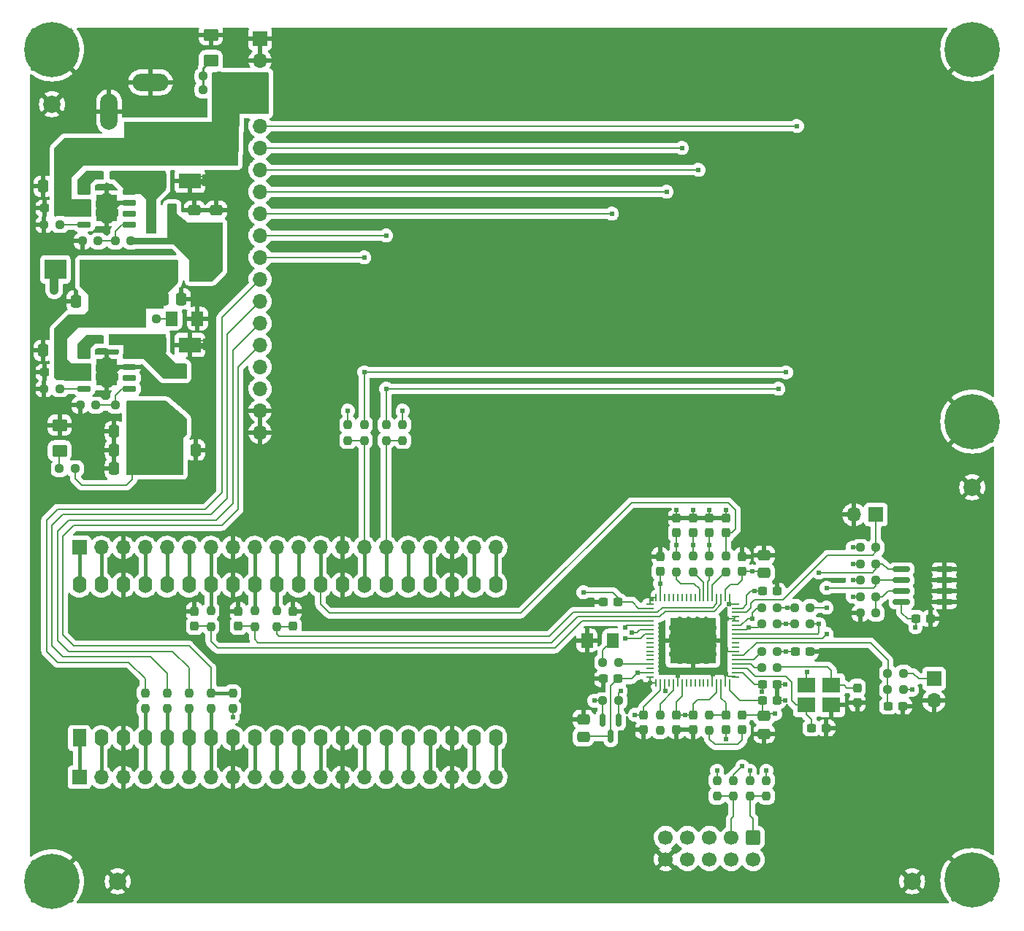
<source format=gbr>
%TF.GenerationSoftware,KiCad,Pcbnew,(6.0.6-0)*%
%TF.CreationDate,2024-02-14T10:46:04-05:00*%
%TF.ProjectId,DIYAH_Main_r0p0,44495941-485f-44d6-9169-6e5f72307030,rev?*%
%TF.SameCoordinates,Original*%
%TF.FileFunction,Copper,L1,Top*%
%TF.FilePolarity,Positive*%
%FSLAX46Y46*%
G04 Gerber Fmt 4.6, Leading zero omitted, Abs format (unit mm)*
G04 Created by KiCad (PCBNEW (6.0.6-0)) date 2024-02-14 10:46:04*
%MOMM*%
%LPD*%
G01*
G04 APERTURE LIST*
G04 Aperture macros list*
%AMRoundRect*
0 Rectangle with rounded corners*
0 $1 Rounding radius*
0 $2 $3 $4 $5 $6 $7 $8 $9 X,Y pos of 4 corners*
0 Add a 4 corners polygon primitive as box body*
4,1,4,$2,$3,$4,$5,$6,$7,$8,$9,$2,$3,0*
0 Add four circle primitives for the rounded corners*
1,1,$1+$1,$2,$3*
1,1,$1+$1,$4,$5*
1,1,$1+$1,$6,$7*
1,1,$1+$1,$8,$9*
0 Add four rect primitives between the rounded corners*
20,1,$1+$1,$2,$3,$4,$5,0*
20,1,$1+$1,$4,$5,$6,$7,0*
20,1,$1+$1,$6,$7,$8,$9,0*
20,1,$1+$1,$8,$9,$2,$3,0*%
G04 Aperture macros list end*
%TA.AperFunction,ComponentPad*%
%ADD10C,0.609600*%
%TD*%
%TA.AperFunction,SMDPad,CuDef*%
%ADD11RoundRect,0.062500X0.062500X-0.375000X0.062500X0.375000X-0.062500X0.375000X-0.062500X-0.375000X0*%
%TD*%
%TA.AperFunction,SMDPad,CuDef*%
%ADD12RoundRect,0.062500X0.375000X-0.062500X0.375000X0.062500X-0.375000X0.062500X-0.375000X-0.062500X0*%
%TD*%
%TA.AperFunction,SMDPad,CuDef*%
%ADD13R,5.300000X5.300000*%
%TD*%
%TA.AperFunction,SMDPad,CuDef*%
%ADD14RoundRect,0.150000X-0.650000X-0.150000X0.650000X-0.150000X0.650000X0.150000X-0.650000X0.150000X0*%
%TD*%
%TA.AperFunction,SMDPad,CuDef*%
%ADD15R,2.410000X3.100000*%
%TD*%
%TA.AperFunction,SMDPad,CuDef*%
%ADD16R,2.410000X3.099999*%
%TD*%
%TA.AperFunction,ComponentPad*%
%ADD17R,1.600000X2.000000*%
%TD*%
%TA.AperFunction,ComponentPad*%
%ADD18O,1.600000X2.000000*%
%TD*%
%TA.AperFunction,SMDPad,CuDef*%
%ADD19RoundRect,0.237500X-0.300000X-0.237500X0.300000X-0.237500X0.300000X0.237500X-0.300000X0.237500X0*%
%TD*%
%TA.AperFunction,SMDPad,CuDef*%
%ADD20R,2.200000X1.500000*%
%TD*%
%TA.AperFunction,SMDPad,CuDef*%
%ADD21RoundRect,0.237500X0.250000X0.237500X-0.250000X0.237500X-0.250000X-0.237500X0.250000X-0.237500X0*%
%TD*%
%TA.AperFunction,SMDPad,CuDef*%
%ADD22R,2.500000X2.300000*%
%TD*%
%TA.AperFunction,SMDPad,CuDef*%
%ADD23RoundRect,0.237500X-0.237500X0.250000X-0.237500X-0.250000X0.237500X-0.250000X0.237500X0.250000X0*%
%TD*%
%TA.AperFunction,SMDPad,CuDef*%
%ADD24RoundRect,0.237500X0.300000X0.237500X-0.300000X0.237500X-0.300000X-0.237500X0.300000X-0.237500X0*%
%TD*%
%TA.AperFunction,SMDPad,CuDef*%
%ADD25RoundRect,0.237500X0.237500X-0.250000X0.237500X0.250000X-0.237500X0.250000X-0.237500X-0.250000X0*%
%TD*%
%TA.AperFunction,ComponentPad*%
%ADD26R,1.700000X1.700000*%
%TD*%
%TA.AperFunction,ComponentPad*%
%ADD27O,1.700000X1.700000*%
%TD*%
%TA.AperFunction,SMDPad,CuDef*%
%ADD28RoundRect,0.237500X-0.250000X-0.237500X0.250000X-0.237500X0.250000X0.237500X-0.250000X0.237500X0*%
%TD*%
%TA.AperFunction,SMDPad,CuDef*%
%ADD29R,1.000000X3.400000*%
%TD*%
%TA.AperFunction,SMDPad,CuDef*%
%ADD30RoundRect,0.250000X-0.475000X0.337500X-0.475000X-0.337500X0.475000X-0.337500X0.475000X0.337500X0*%
%TD*%
%TA.AperFunction,SMDPad,CuDef*%
%ADD31RoundRect,0.250000X0.337500X0.475000X-0.337500X0.475000X-0.337500X-0.475000X0.337500X-0.475000X0*%
%TD*%
%TA.AperFunction,SMDPad,CuDef*%
%ADD32R,2.100000X1.800000*%
%TD*%
%TA.AperFunction,SMDPad,CuDef*%
%ADD33R,2.500000X1.800000*%
%TD*%
%TA.AperFunction,SMDPad,CuDef*%
%ADD34RoundRect,0.237500X0.237500X-0.300000X0.237500X0.300000X-0.237500X0.300000X-0.237500X-0.300000X0*%
%TD*%
%TA.AperFunction,SMDPad,CuDef*%
%ADD35RoundRect,0.250001X-0.462499X-0.624999X0.462499X-0.624999X0.462499X0.624999X-0.462499X0.624999X0*%
%TD*%
%TA.AperFunction,ComponentPad*%
%ADD36C,2.000000*%
%TD*%
%TA.AperFunction,ComponentPad*%
%ADD37C,0.800000*%
%TD*%
%TA.AperFunction,ComponentPad*%
%ADD38C,6.400000*%
%TD*%
%TA.AperFunction,SMDPad,CuDef*%
%ADD39RoundRect,0.237500X-0.237500X0.300000X-0.237500X-0.300000X0.237500X-0.300000X0.237500X0.300000X0*%
%TD*%
%TA.AperFunction,SMDPad,CuDef*%
%ADD40RoundRect,0.250000X0.475000X-0.337500X0.475000X0.337500X-0.475000X0.337500X-0.475000X-0.337500X0*%
%TD*%
%TA.AperFunction,SMDPad,CuDef*%
%ADD41RoundRect,0.250001X0.462499X0.624999X-0.462499X0.624999X-0.462499X-0.624999X0.462499X-0.624999X0*%
%TD*%
%TA.AperFunction,SMDPad,CuDef*%
%ADD42RoundRect,0.250001X-0.624999X0.462499X-0.624999X-0.462499X0.624999X-0.462499X0.624999X0.462499X0*%
%TD*%
%TA.AperFunction,SMDPad,CuDef*%
%ADD43RoundRect,0.150000X-0.150000X0.587500X-0.150000X-0.587500X0.150000X-0.587500X0.150000X0.587500X0*%
%TD*%
%TA.AperFunction,ComponentPad*%
%ADD44R,4.600000X2.000000*%
%TD*%
%TA.AperFunction,ComponentPad*%
%ADD45O,4.200000X2.000000*%
%TD*%
%TA.AperFunction,ComponentPad*%
%ADD46O,2.000000X4.200000*%
%TD*%
%TA.AperFunction,SMDPad,CuDef*%
%ADD47RoundRect,0.150000X0.825000X0.150000X-0.825000X0.150000X-0.825000X-0.150000X0.825000X-0.150000X0*%
%TD*%
%TA.AperFunction,ComponentPad*%
%ADD48RoundRect,0.250000X-0.600000X0.600000X-0.600000X-0.600000X0.600000X-0.600000X0.600000X0.600000X0*%
%TD*%
%TA.AperFunction,ComponentPad*%
%ADD49C,1.700000*%
%TD*%
%TA.AperFunction,SMDPad,CuDef*%
%ADD50RoundRect,0.250000X-0.337500X-0.475000X0.337500X-0.475000X0.337500X0.475000X-0.337500X0.475000X0*%
%TD*%
%TA.AperFunction,ViaPad*%
%ADD51C,0.609600*%
%TD*%
%TA.AperFunction,Conductor*%
%ADD52C,0.203200*%
%TD*%
%TA.AperFunction,Conductor*%
%ADD53C,1.016000*%
%TD*%
%TA.AperFunction,Conductor*%
%ADD54C,0.250000*%
%TD*%
%TA.AperFunction,Conductor*%
%ADD55C,0.381000*%
%TD*%
G04 APERTURE END LIST*
D10*
%TO.P,U2,73,EP*%
%TO.N,GND*%
X177673000Y-112522000D03*
X177673000Y-111506000D03*
X178689000Y-111506000D03*
X178689000Y-112522000D03*
X181737000Y-112522000D03*
X180721000Y-112522000D03*
X181737000Y-111506000D03*
X180721000Y-111506000D03*
X181737000Y-109474000D03*
X181737000Y-108458000D03*
X180721000Y-108458000D03*
X180721000Y-109474000D03*
X177673000Y-109474000D03*
X178689000Y-108458000D03*
X177673000Y-108458000D03*
X178689000Y-109474000D03*
X181737000Y-110490000D03*
X180721000Y-110490000D03*
X177673000Y-110490000D03*
X178689000Y-110490000D03*
X179705000Y-108458000D03*
X179705000Y-109474000D03*
X179705000Y-111506000D03*
X179705000Y-112522000D03*
D11*
%TO.P,U2,1,DGND*%
X175455000Y-115427500D03*
%TO.P,U2,2,IOVDD*%
%TO.N,+3.3V*%
X175955000Y-115427500D03*
%TO.P,U2,3,VDRIVE*%
%TO.N,Net-(Q1-Pad1)*%
X176455000Y-115427500D03*
%TO.P,U2,4,SPDIFIN*%
%TO.N,unconnected-(U2-Pad4)*%
X176955000Y-115427500D03*
%TO.P,U2,5,SPDIFOUT*%
%TO.N,Net-(R12-Pad2)*%
X177455000Y-115427500D03*
%TO.P,U2,6,AGND*%
%TO.N,GND*%
X177955000Y-115427500D03*
%TO.P,U2,7,AVDD*%
%TO.N,+3.3V*%
X178455000Y-115427500D03*
%TO.P,U2,8,AUXADC0*%
%TO.N,unconnected-(U2-Pad8)*%
X178955000Y-115427500D03*
%TO.P,U2,9,AUXADC1*%
%TO.N,unconnected-(U2-Pad9)*%
X179455000Y-115427500D03*
%TO.P,U2,10,AUXADC2*%
%TO.N,unconnected-(U2-Pad10)*%
X179955000Y-115427500D03*
%TO.P,U2,11,AUXADC3*%
%TO.N,unconnected-(U2-Pad11)*%
X180455000Y-115427500D03*
%TO.P,U2,12,AUXADC4*%
%TO.N,unconnected-(U2-Pad12)*%
X180955000Y-115427500D03*
%TO.P,U2,13,AUXADC5*%
%TO.N,unconnected-(U2-Pad13)*%
X181455000Y-115427500D03*
%TO.P,U2,14,PGND*%
%TO.N,GND*%
X181955000Y-115427500D03*
%TO.P,U2,15,PVDD*%
%TO.N,+3.3V*%
X182455000Y-115427500D03*
%TO.P,U2,16,PLLFILT*%
%TO.N,Net-(C9-Pad2)*%
X182955000Y-115427500D03*
%TO.P,U2,17,DGND*%
%TO.N,GND*%
X183455000Y-115427500D03*
%TO.P,U2,18,IOVDD*%
%TO.N,+3.3V*%
X183955000Y-115427500D03*
D12*
%TO.P,U2,19,DGND*%
%TO.N,GND*%
X184642500Y-114740000D03*
%TO.P,U2,20,DVDD*%
%TO.N,Net-(C17-Pad2)*%
X184642500Y-114240000D03*
%TO.P,U2,21,XTALIN/MCLK*%
%TO.N,Net-(C5-Pad2)*%
X184642500Y-113740000D03*
%TO.P,U2,22,XTALOUT*%
%TO.N,Net-(R10-Pad1)*%
X184642500Y-113240000D03*
%TO.P,U2,23,CLKOUT*%
%TO.N,Net-(R13-Pad2)*%
X184642500Y-112740000D03*
%TO.P,U2,24,~{RESET}*%
%TO.N,Net-(C7-Pad2)*%
X184642500Y-112240000D03*
%TO.P,U2,25,DGND*%
%TO.N,GND*%
X184642500Y-111740000D03*
%TO.P,U2,26,SS_M/MP0*%
%TO.N,unconnected-(U2-Pad26)*%
X184642500Y-111240000D03*
%TO.P,U2,27,MOSI_M/MP1*%
%TO.N,unconnected-(U2-Pad27)*%
X184642500Y-110740000D03*
%TO.P,U2,28,SCL_M/SCLK_M/MP2*%
%TO.N,DSP_SCL_M*%
X184642500Y-110240000D03*
%TO.P,U2,29,SDA_M/MISO_M/MP3*%
%TO.N,DSP_SDA_M*%
X184642500Y-109740000D03*
%TO.P,U2,30,MISO/SDA*%
%TO.N,DSP SDA_S*%
X184642500Y-109240000D03*
%TO.P,U2,31,SCLK/SCL*%
%TO.N,DSP_SCL_S*%
X184642500Y-108740000D03*
%TO.P,U2,32,MOSI/ADDR1*%
%TO.N,GND*%
X184642500Y-108240000D03*
%TO.P,U2,33,SS/ADDR0*%
X184642500Y-107740000D03*
%TO.P,U2,34,SELFBOOT*%
%TO.N,Net-(J2-Pad1)*%
X184642500Y-107240000D03*
%TO.P,U2,35,DVDD*%
%TO.N,Net-(C17-Pad2)*%
X184642500Y-106740000D03*
%TO.P,U2,36,DGND*%
%TO.N,GND*%
X184642500Y-106240000D03*
D11*
%TO.P,U2,37,DGND*%
X183955000Y-105552500D03*
%TO.P,U2,38,IOVDD*%
%TO.N,+3.3V*%
X183455000Y-105552500D03*
%TO.P,U2,39,LRCLK_OUT0/MP4*%
%TO.N,PICO_LRCLK_OUT*%
X182955000Y-105552500D03*
%TO.P,U2,40,BCLK_OUT0*%
%TO.N,PICO_BCLK_OUT*%
X182455000Y-105552500D03*
%TO.P,U2,41,SDATA_OUT0*%
%TO.N,Net-(R16-Pad2)*%
X181955000Y-105552500D03*
%TO.P,U2,42,LRCLK_OUT1/MP5*%
%TO.N,Net-(R14-Pad2)*%
X181455000Y-105552500D03*
%TO.P,U2,43,BCLK_OUT1*%
%TO.N,Net-(R15-Pad2)*%
X180955000Y-105552500D03*
%TO.P,U2,44,SDATA_OUT1*%
%TO.N,Net-(R46-Pad2)*%
X180455000Y-105552500D03*
%TO.P,U2,45,MP6*%
%TO.N,unconnected-(U2-Pad45)*%
X179955000Y-105552500D03*
%TO.P,U2,46,MP7*%
%TO.N,unconnected-(U2-Pad46)*%
X179455000Y-105552500D03*
%TO.P,U2,47,LRCLK_OUT2/MP8*%
%TO.N,unconnected-(U2-Pad47)*%
X178955000Y-105552500D03*
%TO.P,U2,48,BCLK_OUT2*%
%TO.N,unconnected-(U2-Pad48)*%
X178455000Y-105552500D03*
%TO.P,U2,49,SDATA_OUT2*%
%TO.N,unconnected-(U2-Pad49)*%
X177955000Y-105552500D03*
%TO.P,U2,50,LRCLK_OUT3/MP9*%
%TO.N,unconnected-(U2-Pad50)*%
X177455000Y-105552500D03*
%TO.P,U2,51,BCLK_OUT3*%
%TO.N,unconnected-(U2-Pad51)*%
X176955000Y-105552500D03*
%TO.P,U2,52,SDATA_OUT3*%
%TO.N,unconnected-(U2-Pad52)*%
X176455000Y-105552500D03*
%TO.P,U2,53,DVDD*%
%TO.N,Net-(C17-Pad2)*%
X175955000Y-105552500D03*
%TO.P,U2,54,DGND*%
%TO.N,GND*%
X175455000Y-105552500D03*
D12*
%TO.P,U2,55,DGND*%
X174767500Y-106240000D03*
%TO.P,U2,56,IOVDD*%
%TO.N,+3.3V*%
X174767500Y-106740000D03*
%TO.P,U2,57,BCLK_IN0*%
%TO.N,PICO_BCLK_OUT*%
X174767500Y-107240000D03*
%TO.P,U2,58,LRCLK_IN0/MP10*%
%TO.N,PICO_LRCLK_OUT*%
X174767500Y-107740000D03*
%TO.P,U2,59,SDATA_IN0*%
%TO.N,PICO_SDATA_OUT*%
X174767500Y-108240000D03*
%TO.P,U2,60,BCLK_IN1*%
%TO.N,BCLK*%
X174767500Y-108740000D03*
%TO.P,U2,61,LRCLK_IN1/MP11*%
%TO.N,LRCLK*%
X174767500Y-109240000D03*
%TO.P,U2,62,SDATA_IN1*%
%TO.N,SDATA_OUT*%
X174767500Y-109740000D03*
%TO.P,U2,63,THD_M*%
%TO.N,unconnected-(U2-Pad63)*%
X174767500Y-110240000D03*
%TO.P,U2,64,THD_P*%
%TO.N,unconnected-(U2-Pad64)*%
X174767500Y-110740000D03*
%TO.P,U2,65,BCLK_IN2*%
%TO.N,unconnected-(U2-Pad65)*%
X174767500Y-111240000D03*
%TO.P,U2,66,LRCLK_IN2/MP12*%
%TO.N,unconnected-(U2-Pad66)*%
X174767500Y-111740000D03*
%TO.P,U2,67,SDATA_IN2*%
%TO.N,unconnected-(U2-Pad67)*%
X174767500Y-112240000D03*
%TO.P,U2,68,BCLK_IN3*%
%TO.N,unconnected-(U2-Pad68)*%
X174767500Y-112740000D03*
%TO.P,U2,69,LRCLK_IN3/MP13*%
%TO.N,Net-(R38-Pad1)*%
X174767500Y-113240000D03*
%TO.P,U2,70,SDATA_IN3*%
%TO.N,unconnected-(U2-Pad70)*%
X174767500Y-113740000D03*
%TO.P,U2,71,DVDD*%
%TO.N,Net-(C17-Pad2)*%
X174767500Y-114240000D03*
%TO.P,U2,72,DGND*%
%TO.N,GND*%
X174767500Y-114740000D03*
D10*
%TO.P,U2,73,EP*%
X179705000Y-110490000D03*
D13*
X179705000Y-110490000D03*
%TD*%
D10*
%TO.P,U3,9,AGND*%
%TO.N,GND*%
X112522000Y-78359000D03*
X112522000Y-79375000D03*
X112522000Y-80391000D03*
X110998000Y-80391000D03*
X110998000Y-79375000D03*
D14*
%TO.P,U3,1,BOOT*%
%TO.N,Net-(C32-Pad2)*%
X109110000Y-77470000D03*
%TO.P,U3,2,VIN*%
%TO.N,+5V*%
X109110000Y-78740000D03*
%TO.P,U3,3,EN*%
X109110000Y-80010000D03*
%TO.P,U3,4,RT/SYNC*%
%TO.N,Net-(R18-Pad1)*%
X109110000Y-81280000D03*
%TO.P,U3,5,FB*%
%TO.N,Net-(R23-Pad2)*%
X114410000Y-81280000D03*
%TO.P,U3,6,PG*%
%TO.N,unconnected-(U3-Pad6)*%
X114410000Y-80010000D03*
%TO.P,U3,7,PGND*%
%TO.N,GND*%
X114410000Y-78740000D03*
%TO.P,U3,8,SW*%
%TO.N,Net-(C32-Pad1)*%
X114410000Y-77470000D03*
D10*
%TO.P,U3,9,AGND*%
%TO.N,GND*%
X110998000Y-78359000D03*
D15*
X111760000Y-79375000D03*
%TD*%
D10*
%TO.P,U1,9,AGND*%
%TO.N,GND*%
X110998000Y-60325000D03*
X110998000Y-61341000D03*
X112522000Y-61341000D03*
X112522000Y-60325000D03*
X112522000Y-59309000D03*
D16*
X111760000Y-60325000D03*
D10*
X110998000Y-59309000D03*
D14*
%TO.P,U1,8,SW*%
%TO.N,Net-(C3-Pad1)*%
X114410000Y-58420000D03*
%TO.P,U1,7,PGND*%
%TO.N,GND*%
X114410000Y-59690000D03*
%TO.P,U1,6,PG*%
%TO.N,unconnected-(U1-Pad6)*%
X114410000Y-60960000D03*
%TO.P,U1,5,FB*%
%TO.N,Net-(R6-Pad2)*%
X114410000Y-62230000D03*
%TO.P,U1,4,RT/SYNC*%
%TO.N,Net-(R4-Pad1)*%
X109110000Y-62230000D03*
%TO.P,U1,3,EN*%
%TO.N,+12V*%
X109110000Y-60960000D03*
%TO.P,U1,2,VIN*%
X109110000Y-59690000D03*
%TO.P,U1,1,BOOT*%
%TO.N,Net-(C3-Pad2)*%
X109110000Y-58420000D03*
%TD*%
D17*
%TO.P,A1,1,GP0*%
%TO.N,Net-(A1-Pad1)*%
X108585000Y-121807503D03*
D18*
%TO.P,A1,2,GP1*%
%TO.N,Net-(A1-Pad2)*%
X111125000Y-121807503D03*
%TO.P,A1,3,GND*%
%TO.N,GND*%
X113665000Y-121807503D03*
%TO.P,A1,4,GP2*%
%TO.N,Net-(A1-Pad4)*%
X116205000Y-121807503D03*
%TO.P,A1,5,GP3*%
%TO.N,Net-(A1-Pad5)*%
X118745000Y-121807503D03*
%TO.P,A1,6,GP4*%
%TO.N,Net-(A1-Pad6)*%
X121285000Y-121807503D03*
%TO.P,A1,7,GP5*%
%TO.N,Net-(A1-Pad7)*%
X123825000Y-121807503D03*
%TO.P,A1,8,GND*%
%TO.N,GND*%
X126365000Y-121807503D03*
%TO.P,A1,9,GP6*%
%TO.N,Net-(A1-Pad9)*%
X128905000Y-121807503D03*
%TO.P,A1,10,GP7*%
%TO.N,Net-(A1-Pad10)*%
X131445000Y-121807503D03*
%TO.P,A1,11,GP8*%
%TO.N,Net-(A1-Pad11)*%
X133985000Y-121807503D03*
%TO.P,A1,12,GP9*%
%TO.N,Net-(A1-Pad12)*%
X136525000Y-121807503D03*
%TO.P,A1,13,GND*%
%TO.N,GND*%
X139065000Y-121807503D03*
%TO.P,A1,14,GP10*%
%TO.N,Net-(A1-Pad14)*%
X141605000Y-121807503D03*
%TO.P,A1,15,GP11*%
%TO.N,Net-(A1-Pad15)*%
X144145000Y-121807503D03*
%TO.P,A1,16,GP12*%
%TO.N,Net-(A1-Pad16)*%
X146685000Y-121807503D03*
%TO.P,A1,17,GP13*%
%TO.N,Net-(A1-Pad17)*%
X149225000Y-121807503D03*
%TO.P,A1,18,GND*%
%TO.N,GND*%
X151765000Y-121807503D03*
%TO.P,A1,19,GP14*%
%TO.N,Net-(A1-Pad19)*%
X154305000Y-121807503D03*
%TO.P,A1,20,GP15*%
%TO.N,Net-(A1-Pad20)*%
X156845000Y-121807503D03*
%TO.P,A1,21,GP16*%
%TO.N,Net-(A1-Pad21)*%
X156845000Y-104027503D03*
%TO.P,A1,22,GP17*%
%TO.N,Net-(A1-Pad22)*%
X154305000Y-104027503D03*
%TO.P,A1,23,GND*%
%TO.N,GND*%
X151765000Y-104027503D03*
%TO.P,A1,24,GP18*%
%TO.N,Net-(A1-Pad24)*%
X149225000Y-104027503D03*
%TO.P,A1,25,GP19*%
%TO.N,Net-(A1-Pad25)*%
X146685000Y-104027503D03*
%TO.P,A1,26,GP20*%
%TO.N,PICO_GP20_SDA*%
X144145000Y-104027503D03*
%TO.P,A1,27,GP21*%
%TO.N,PICO_GP21_SCL*%
X141605000Y-104027503D03*
%TO.P,A1,28,GND*%
%TO.N,GND*%
X139065000Y-104027503D03*
%TO.P,A1,29,GP22*%
%TO.N,PICO_SDATA_IN*%
X136525000Y-104027503D03*
%TO.P,A1,30,RUN*%
%TO.N,Net-(A1-Pad30)*%
X133985000Y-104027503D03*
%TO.P,A1,31,GP26*%
%TO.N,Net-(A1-Pad31)*%
X131445000Y-104027503D03*
%TO.P,A1,32,GP27*%
%TO.N,Net-(A1-Pad32)*%
X128905000Y-104027503D03*
%TO.P,A1,33,GND*%
%TO.N,GND*%
X126365000Y-104027503D03*
%TO.P,A1,34,GP28*%
%TO.N,Net-(A1-Pad34)*%
X123825000Y-104027503D03*
%TO.P,A1,35,ADC_VREF*%
%TO.N,Net-(A1-Pad35)*%
X121285000Y-104027503D03*
%TO.P,A1,36,3V3_OUT*%
%TO.N,Net-(A1-Pad36)*%
X118745000Y-104027503D03*
%TO.P,A1,37,3V3_EN*%
%TO.N,Net-(A1-Pad37)*%
X116205000Y-104027503D03*
%TO.P,A1,38,GND*%
%TO.N,GND*%
X113665000Y-104027503D03*
%TO.P,A1,39,VSYS*%
%TO.N,Net-(A1-Pad39)*%
X111125000Y-104027503D03*
%TO.P,A1,40,VBUS*%
%TO.N,VBUS*%
X108585000Y-104027503D03*
%TD*%
D19*
%TO.P,C2,1*%
%TO.N,GND*%
X104547500Y-60325000D03*
%TO.P,C2,2*%
%TO.N,+12V*%
X106272500Y-60325000D03*
%TD*%
D20*
%TO.P,L2,1,1*%
%TO.N,Net-(C32-Pad1)*%
X119888000Y-79223000D03*
%TO.P,L2,2,2*%
%TO.N,+3.3V*%
X119888000Y-85623000D03*
%TD*%
D21*
%TO.P,R47,1*%
%TO.N,+12V*%
X124762900Y-46583600D03*
%TO.P,R47,2*%
%TO.N,Net-(D8-Pad2)*%
X122937900Y-46583600D03*
%TD*%
D22*
%TO.P,D3,1,K*%
%TO.N,+5V*%
X118500000Y-67437000D03*
%TO.P,D3,2,A*%
%TO.N,Net-(C6-Pad1)*%
X122800000Y-67437000D03*
%TD*%
%TO.P,D2,1,K*%
%TO.N,+5V*%
X110100000Y-67437000D03*
%TO.P,D2,2,A*%
%TO.N,VBUS*%
X105800000Y-67437000D03*
%TD*%
D23*
%TO.P,R35,1*%
%TO.N,SDA*%
X144145000Y-85447500D03*
%TO.P,R35,2*%
%TO.N,PICO_GP20_SDA*%
X144145000Y-87272500D03*
%TD*%
D24*
%TO.P,C33,1*%
%TO.N,GND*%
X207237500Y-107950000D03*
%TO.P,C33,2*%
%TO.N,+3.3V*%
X205512500Y-107950000D03*
%TD*%
D25*
%TO.P,R27,1*%
%TO.N,+3.3V*%
X126365000Y-118387500D03*
%TO.P,R27,2*%
%TO.N,PICO_GP5_CS*%
X126365000Y-116562500D03*
%TD*%
D24*
%TO.P,C5,1*%
%TO.N,GND*%
X195172500Y-120650000D03*
%TO.P,C5,2*%
%TO.N,Net-(C5-Pad2)*%
X193447500Y-120650000D03*
%TD*%
D25*
%TO.P,R2,1*%
%TO.N,PICO_LRCLK_OUT*%
X128905000Y-108862500D03*
%TO.P,R2,2*%
%TO.N,Net-(A1-Pad32)*%
X128905000Y-107037500D03*
%TD*%
D26*
%TO.P,J1,1,Pin_1*%
%TO.N,GND*%
X129540000Y-40640000D03*
D27*
%TO.P,J1,2,Pin_2*%
X129540000Y-43180000D03*
%TO.P,J1,3,Pin_3*%
%TO.N,+12V*%
X129540000Y-45720000D03*
%TO.P,J1,4,Pin_4*%
X129540000Y-48260000D03*
%TO.P,J1,5,Pin_5*%
%TO.N,MCLK*%
X129540000Y-50800000D03*
%TO.P,J1,6,Pin_6*%
%TO.N,BCLK*%
X129540000Y-53340000D03*
%TO.P,J1,7,Pin_7*%
%TO.N,LRCLK*%
X129540000Y-55880000D03*
%TO.P,J1,8,Pin_8*%
%TO.N,SDATA_IN*%
X129540000Y-58420000D03*
%TO.P,J1,9,Pin_9*%
%TO.N,SDATA_OUT*%
X129540000Y-60960000D03*
%TO.P,J1,10,Pin_10*%
%TO.N,SDA*%
X129540000Y-63500000D03*
%TO.P,J1,11,Pin_11*%
%TO.N,SCL*%
X129540000Y-66040000D03*
%TO.P,J1,12,Pin_12*%
%TO.N,PICO_GP2_SCK*%
X129540000Y-68580000D03*
%TO.P,J1,13,Pin_13*%
%TO.N,PICO_GP3_MOSI*%
X129540000Y-71120000D03*
%TO.P,J1,14,Pin_14*%
%TO.N,PICO_GP4_MISO*%
X129540000Y-73660000D03*
%TO.P,J1,15,Pin_15*%
%TO.N,PICO_GP5_CS*%
X129540000Y-76200000D03*
%TO.P,J1,16,Pin_16*%
%TO.N,+5V*%
X129540000Y-78740000D03*
%TO.P,J1,17,Pin_17*%
%TO.N,+3.3V*%
X129540000Y-81280000D03*
%TO.P,J1,18,Pin_18*%
%TO.N,GND*%
X129540000Y-83820000D03*
%TO.P,J1,19,Pin_19*%
X129540000Y-86360000D03*
%TD*%
D26*
%TO.P,J4,1,Pin_1*%
%TO.N,Net-(J4-Pad1)*%
X207645000Y-114930000D03*
D27*
%TO.P,J4,2,Pin_2*%
%TO.N,GND*%
X207645000Y-117470000D03*
%TD*%
D21*
%TO.P,R39,1*%
%TO.N,+3.3V*%
X108100500Y-90551000D03*
%TO.P,R39,2*%
%TO.N,Net-(D6-Pad2)*%
X106275500Y-90551000D03*
%TD*%
D23*
%TO.P,R34,1*%
%TO.N,SCL*%
X141605000Y-85447500D03*
%TO.P,R34,2*%
%TO.N,PICO_GP21_SCL*%
X141605000Y-87272500D03*
%TD*%
%TO.P,R19,1*%
%TO.N,+3.3V*%
X188214000Y-126722500D03*
%TO.P,R19,2*%
%TO.N,SCL_USBi*%
X188214000Y-128547500D03*
%TD*%
D25*
%TO.P,R12,1*%
%TO.N,SPDIF*%
X175895000Y-120927500D03*
%TO.P,R12,2*%
%TO.N,Net-(R12-Pad2)*%
X175895000Y-119102500D03*
%TD*%
D28*
%TO.P,R32,1*%
%TO.N,+3.3V*%
X199112500Y-103505000D03*
%TO.P,R32,2*%
%TO.N,DSP_SCL_M*%
X200937500Y-103505000D03*
%TD*%
D23*
%TO.P,R15,1*%
%TO.N,BCLK*%
X179705000Y-100687500D03*
%TO.P,R15,2*%
%TO.N,Net-(R15-Pad2)*%
X179705000Y-102512500D03*
%TD*%
D29*
%TO.P,L1,1,1*%
%TO.N,Net-(C3-Pad1)*%
X116925000Y-61595000D03*
%TO.P,L1,2,2*%
%TO.N,Net-(C6-Pad1)*%
X119295000Y-61595000D03*
%TD*%
D28*
%TO.P,R40,1*%
%TO.N,DSP_SCL_S*%
X187682500Y-106680000D03*
%TO.P,R40,2*%
%TO.N,SCL*%
X189507500Y-106680000D03*
%TD*%
D30*
%TO.P,C10,1*%
%TO.N,+3.3V*%
X187960000Y-119231500D03*
%TO.P,C10,2*%
%TO.N,GND*%
X187960000Y-121306500D03*
%TD*%
D21*
%TO.P,R4,1*%
%TO.N,Net-(R4-Pad1)*%
X106322500Y-62230000D03*
%TO.P,R4,2*%
%TO.N,GND*%
X104497500Y-62230000D03*
%TD*%
D23*
%TO.P,R36,1*%
%TO.N,DSP_SCL_S*%
X186309000Y-126722500D03*
%TO.P,R36,2*%
%TO.N,SCL_USBi*%
X186309000Y-128547500D03*
%TD*%
D21*
%TO.P,R45,1*%
%TO.N,+12V*%
X124762900Y-45008800D03*
%TO.P,R45,2*%
%TO.N,Net-(D8-Pad2)*%
X122937900Y-45008800D03*
%TD*%
D23*
%TO.P,R14,1*%
%TO.N,LRCLK*%
X181610000Y-100687500D03*
%TO.P,R14,2*%
%TO.N,Net-(R14-Pad2)*%
X181610000Y-102512500D03*
%TD*%
%TO.P,R16,1*%
%TO.N,PICO_SDATA_IN*%
X183515000Y-100687500D03*
%TO.P,R16,2*%
%TO.N,Net-(R16-Pad2)*%
X183515000Y-102512500D03*
%TD*%
D31*
%TO.P,C1,1*%
%TO.N,+12V*%
X106447500Y-57785000D03*
%TO.P,C1,2*%
%TO.N,GND*%
X104372500Y-57785000D03*
%TD*%
D24*
%TO.P,C3,1*%
%TO.N,Net-(C3-Pad1)*%
X112622500Y-56515000D03*
%TO.P,C3,2*%
%TO.N,Net-(C3-Pad2)*%
X110897500Y-56515000D03*
%TD*%
D21*
%TO.P,R42,1*%
%TO.N,DSP_SCL_M*%
X193317500Y-106680000D03*
%TO.P,R42,2*%
%TO.N,SCL*%
X191492500Y-106680000D03*
%TD*%
D25*
%TO.P,R28,1*%
%TO.N,Net-(A1-Pad4)*%
X116205000Y-118387500D03*
%TO.P,R28,2*%
%TO.N,PICO_GP2_SCK*%
X116205000Y-116562500D03*
%TD*%
D32*
%TO.P,Y1,1,1*%
%TO.N,Net-(C4-Pad2)*%
X195760000Y-115690000D03*
%TO.P,Y1,2,2*%
%TO.N,GND*%
X192860000Y-115690000D03*
%TO.P,Y1,3,3*%
%TO.N,Net-(C5-Pad2)*%
X192860000Y-117990000D03*
%TO.P,Y1,4,4*%
%TO.N,GND*%
X195760000Y-117990000D03*
%TD*%
D33*
%TO.P,D1,1,K*%
%TO.N,Net-(C3-Pad1)*%
X117380000Y-57150000D03*
%TO.P,D1,2,A*%
%TO.N,GND*%
X121380000Y-57150000D03*
%TD*%
%TO.P,D4,1,K*%
%TO.N,Net-(C32-Pad1)*%
X117380000Y-76200000D03*
%TO.P,D4,2,A*%
%TO.N,GND*%
X121380000Y-76200000D03*
%TD*%
D34*
%TO.P,C21,1*%
%TO.N,GND*%
X173990000Y-120877500D03*
%TO.P,C21,2*%
%TO.N,+3.3V*%
X173990000Y-119152500D03*
%TD*%
D19*
%TO.P,C25,1*%
%TO.N,GND*%
X104547500Y-79375000D03*
%TO.P,C25,2*%
%TO.N,+5V*%
X106272500Y-79375000D03*
%TD*%
D35*
%TO.P,D5,1,K*%
%TO.N,GND*%
X167422500Y-110490000D03*
%TO.P,D5,2,A*%
%TO.N,Net-(D5-Pad2)*%
X170397500Y-110490000D03*
%TD*%
D34*
%TO.P,C9,1*%
%TO.N,+3.3V*%
X183515000Y-120877500D03*
%TO.P,C9,2*%
%TO.N,Net-(C9-Pad2)*%
X183515000Y-119152500D03*
%TD*%
%TO.P,C30,1*%
%TO.N,LRCLK*%
X181610000Y-98017500D03*
%TO.P,C30,2*%
%TO.N,GND*%
X181610000Y-96292500D03*
%TD*%
%TO.P,C31,1*%
%TO.N,BCLK*%
X179705000Y-98017500D03*
%TO.P,C31,2*%
%TO.N,GND*%
X179705000Y-96292500D03*
%TD*%
D36*
%TO.P,TP5,1,1*%
%TO.N,GND*%
X205105000Y-138430000D03*
%TD*%
D23*
%TO.P,R46,1*%
%TO.N,SDATA_IN*%
X177800000Y-100687500D03*
%TO.P,R46,2*%
%TO.N,Net-(R46-Pad2)*%
X177800000Y-102512500D03*
%TD*%
D31*
%TO.P,C20,1*%
%TO.N,+5V*%
X106447500Y-76835000D03*
%TO.P,C20,2*%
%TO.N,GND*%
X104372500Y-76835000D03*
%TD*%
D28*
%TO.P,R10,1*%
%TO.N,Net-(R10-Pad1)*%
X187682500Y-113665000D03*
%TO.P,R10,2*%
%TO.N,Net-(C4-Pad2)*%
X189507500Y-113665000D03*
%TD*%
D34*
%TO.P,C11,1*%
%TO.N,Net-(C11-Pad1)*%
X185420000Y-120877500D03*
%TO.P,C11,2*%
%TO.N,+3.3V*%
X185420000Y-119152500D03*
%TD*%
D37*
%TO.P,H6,1,1*%
%TO.N,GND*%
X107107056Y-140127056D03*
X105410000Y-140830000D03*
X107107056Y-136732944D03*
X103712944Y-136732944D03*
X103010000Y-138430000D03*
X107810000Y-138430000D03*
X105410000Y-136030000D03*
X103712944Y-140127056D03*
D38*
X105410000Y-138430000D03*
%TD*%
D39*
%TO.P,C40,1*%
%TO.N,GND*%
X133350000Y-107087500D03*
%TO.P,C40,2*%
%TO.N,PICO_BCLK_OUT*%
X133350000Y-108812500D03*
%TD*%
D40*
%TO.P,C26,1*%
%TO.N,+3.3V*%
X187960000Y-102637500D03*
%TO.P,C26,2*%
%TO.N,GND*%
X187960000Y-100562500D03*
%TD*%
D24*
%TO.P,C19,1*%
%TO.N,GND*%
X189457500Y-115570000D03*
%TO.P,C19,2*%
%TO.N,Net-(C17-Pad2)*%
X187732500Y-115570000D03*
%TD*%
D21*
%TO.P,R6,1*%
%TO.N,Net-(C6-Pad1)*%
X114577500Y-64135000D03*
%TO.P,R6,2*%
%TO.N,Net-(R6-Pad2)*%
X112752500Y-64135000D03*
%TD*%
D24*
%TO.P,C23,1*%
%TO.N,GND*%
X189457500Y-117475000D03*
%TO.P,C23,2*%
%TO.N,+3.3V*%
X187732500Y-117475000D03*
%TD*%
D21*
%TO.P,R38,1*%
%TO.N,Net-(R38-Pad1)*%
X171092500Y-113030000D03*
%TO.P,R38,2*%
%TO.N,Net-(D5-Pad2)*%
X169267500Y-113030000D03*
%TD*%
D39*
%TO.P,C38,1*%
%TO.N,GND*%
X121920000Y-107087500D03*
%TO.P,C38,2*%
%TO.N,PICO_SDATA_OUT*%
X121920000Y-108812500D03*
%TD*%
D25*
%TO.P,R30,1*%
%TO.N,Net-(A1-Pad6)*%
X121285000Y-118387500D03*
%TO.P,R30,2*%
%TO.N,PICO_GP4_MISO*%
X121285000Y-116562500D03*
%TD*%
D26*
%TO.P,TP8,1,Pin_1*%
%TO.N,VBUS*%
X108585000Y-99695000D03*
D27*
%TO.P,TP8,2,Pin_2*%
%TO.N,Net-(A1-Pad39)*%
X111125000Y-99695000D03*
%TO.P,TP8,3,Pin_3*%
%TO.N,GND*%
X113665000Y-99695000D03*
%TO.P,TP8,4,Pin_4*%
%TO.N,Net-(A1-Pad37)*%
X116205000Y-99695000D03*
%TO.P,TP8,5,Pin_5*%
%TO.N,Net-(A1-Pad36)*%
X118745000Y-99695000D03*
%TO.P,TP8,6,Pin_6*%
%TO.N,Net-(A1-Pad35)*%
X121285000Y-99695000D03*
%TO.P,TP8,7,Pin_7*%
%TO.N,Net-(A1-Pad34)*%
X123825000Y-99695000D03*
%TO.P,TP8,8,Pin_8*%
%TO.N,GND*%
X126365000Y-99695000D03*
%TO.P,TP8,9,Pin_9*%
%TO.N,Net-(A1-Pad32)*%
X128905000Y-99695000D03*
%TO.P,TP8,10,Pin_10*%
%TO.N,Net-(A1-Pad31)*%
X131445000Y-99695000D03*
%TO.P,TP8,11,Pin_11*%
%TO.N,Net-(A1-Pad30)*%
X133985000Y-99695000D03*
%TO.P,TP8,12,Pin_12*%
%TO.N,PICO_SDATA_IN*%
X136525000Y-99695000D03*
%TO.P,TP8,13,Pin_13*%
%TO.N,GND*%
X139065000Y-99695000D03*
%TO.P,TP8,14,Pin_14*%
%TO.N,PICO_GP21_SCL*%
X141605000Y-99695000D03*
%TO.P,TP8,15,Pin_15*%
%TO.N,PICO_GP20_SDA*%
X144145000Y-99695000D03*
%TO.P,TP8,16,Pin_16*%
%TO.N,Net-(A1-Pad25)*%
X146685000Y-99695000D03*
%TO.P,TP8,17,Pin_17*%
%TO.N,Net-(A1-Pad24)*%
X149225000Y-99695000D03*
%TO.P,TP8,18,Pin_18*%
%TO.N,GND*%
X151765000Y-99695000D03*
%TO.P,TP8,19,Pin_19*%
%TO.N,Net-(A1-Pad22)*%
X154305000Y-99695000D03*
%TO.P,TP8,20,Pin_20*%
%TO.N,Net-(A1-Pad21)*%
X156845000Y-99695000D03*
%TD*%
D25*
%TO.P,R29,1*%
%TO.N,Net-(A1-Pad5)*%
X118745000Y-118387500D03*
%TO.P,R29,2*%
%TO.N,PICO_GP3_MOSI*%
X118745000Y-116562500D03*
%TD*%
D36*
%TO.P,TP6,1,1*%
%TO.N,GND*%
X105410000Y-48260000D03*
%TD*%
D34*
%TO.P,C4,1*%
%TO.N,GND*%
X198755000Y-117702500D03*
%TO.P,C4,2*%
%TO.N,Net-(C4-Pad2)*%
X198755000Y-115977500D03*
%TD*%
D40*
%TO.P,C8,1*%
%TO.N,Net-(C6-Pad1)*%
X124460000Y-62632500D03*
%TO.P,C8,2*%
%TO.N,GND*%
X124460000Y-60557500D03*
%TD*%
D36*
%TO.P,TP1,1,1*%
%TO.N,+5V*%
X114300000Y-67945000D03*
%TD*%
D24*
%TO.P,C32,1*%
%TO.N,Net-(C32-Pad1)*%
X112622500Y-75565000D03*
%TO.P,C32,2*%
%TO.N,Net-(C32-Pad2)*%
X110897500Y-75565000D03*
%TD*%
D37*
%TO.P,H4,1,1*%
%TO.N,GND*%
X210392944Y-43607056D03*
X209690000Y-41910000D03*
X210392944Y-40212944D03*
X214490000Y-41910000D03*
D38*
X212090000Y-41910000D03*
D37*
X213787056Y-40212944D03*
X213787056Y-43607056D03*
X212090000Y-44310000D03*
X212090000Y-39510000D03*
%TD*%
D28*
%TO.P,R8,1*%
%TO.N,Net-(C7-Pad2)*%
X202287500Y-114300000D03*
%TO.P,R8,2*%
%TO.N,Net-(J4-Pad1)*%
X204112500Y-114300000D03*
%TD*%
D21*
%TO.P,R23,1*%
%TO.N,+3.3V*%
X114577500Y-83185000D03*
%TO.P,R23,2*%
%TO.N,Net-(R23-Pad2)*%
X112752500Y-83185000D03*
%TD*%
D41*
%TO.P,D7,1,K*%
%TO.N,GND*%
X122264500Y-73152000D03*
%TO.P,D7,2,A*%
%TO.N,Net-(D7-Pad2)*%
X119289500Y-73152000D03*
%TD*%
D34*
%TO.P,C13,1*%
%TO.N,GND*%
X179705000Y-120877500D03*
%TO.P,C13,2*%
%TO.N,+3.3V*%
X179705000Y-119152500D03*
%TD*%
%TO.P,C15,1*%
%TO.N,GND*%
X177800000Y-120877500D03*
%TO.P,C15,2*%
%TO.N,+3.3V*%
X177800000Y-119152500D03*
%TD*%
D26*
%TO.P,J2,1,Pin_1*%
%TO.N,Net-(J2-Pad1)*%
X200914000Y-95885000D03*
D27*
%TO.P,J2,2,Pin_2*%
%TO.N,GND*%
X198374000Y-95885000D03*
%TD*%
D23*
%TO.P,R37,1*%
%TO.N,DSP SDA_S*%
X184404000Y-126722500D03*
%TO.P,R37,2*%
%TO.N,SDA_USBi*%
X184404000Y-128547500D03*
%TD*%
D24*
%TO.P,C7,1*%
%TO.N,GND*%
X204062500Y-118110000D03*
%TO.P,C7,2*%
%TO.N,Net-(C7-Pad2)*%
X202337500Y-118110000D03*
%TD*%
D28*
%TO.P,R17,1*%
%TO.N,+3.3V*%
X169267500Y-117475000D03*
%TO.P,R17,2*%
%TO.N,Net-(Q1-Pad1)*%
X171092500Y-117475000D03*
%TD*%
D37*
%TO.P,H5,1,1*%
%TO.N,GND*%
X107107056Y-40212944D03*
X103712944Y-43607056D03*
X105410000Y-44310000D03*
X107810000Y-41910000D03*
X103010000Y-41910000D03*
D38*
X105410000Y-41910000D03*
D37*
X105410000Y-39510000D03*
X103712944Y-40212944D03*
X107107056Y-43607056D03*
%TD*%
D42*
%TO.P,D8,1,K*%
%TO.N,GND*%
X123825000Y-40205000D03*
%TO.P,D8,2,A*%
%TO.N,Net-(D8-Pad2)*%
X123825000Y-43180000D03*
%TD*%
D43*
%TO.P,Q1,1,B*%
%TO.N,Net-(Q1-Pad1)*%
X171130000Y-119712500D03*
%TO.P,Q1,2,E*%
%TO.N,+3.3V*%
X169230000Y-119712500D03*
%TO.P,Q1,3,C*%
%TO.N,Net-(C17-Pad2)*%
X170180000Y-121587500D03*
%TD*%
D21*
%TO.P,R22,1*%
%TO.N,Net-(R21-Pad2)*%
X200937500Y-107315000D03*
%TO.P,R22,2*%
%TO.N,GND*%
X199112500Y-107315000D03*
%TD*%
D34*
%TO.P,C41,1*%
%TO.N,SDATA_IN*%
X177800000Y-98017500D03*
%TO.P,C41,2*%
%TO.N,GND*%
X177800000Y-96292500D03*
%TD*%
D25*
%TO.P,R1,1*%
%TO.N,PICO_SDATA_OUT*%
X123825000Y-108862500D03*
%TO.P,R1,2*%
%TO.N,Net-(A1-Pad34)*%
X123825000Y-107037500D03*
%TD*%
D19*
%TO.P,C17,1*%
%TO.N,GND*%
X169317500Y-114935000D03*
%TO.P,C17,2*%
%TO.N,Net-(C17-Pad2)*%
X171042500Y-114935000D03*
%TD*%
D25*
%TO.P,R3,1*%
%TO.N,PICO_BCLK_OUT*%
X131445000Y-108862500D03*
%TO.P,R3,2*%
%TO.N,Net-(A1-Pad31)*%
X131445000Y-107037500D03*
%TD*%
D40*
%TO.P,C27,1*%
%TO.N,Net-(C17-Pad2)*%
X167005000Y-121687500D03*
%TO.P,C27,2*%
%TO.N,GND*%
X167005000Y-119612500D03*
%TD*%
D26*
%TO.P,TP7,1,Pin_1*%
%TO.N,Net-(A1-Pad1)*%
X108585000Y-126365000D03*
D27*
%TO.P,TP7,2,Pin_2*%
%TO.N,Net-(A1-Pad2)*%
X111125000Y-126365000D03*
%TO.P,TP7,3,Pin_3*%
%TO.N,GND*%
X113665000Y-126365000D03*
%TO.P,TP7,4,Pin_4*%
%TO.N,Net-(A1-Pad4)*%
X116205000Y-126365000D03*
%TO.P,TP7,5,Pin_5*%
%TO.N,Net-(A1-Pad5)*%
X118745000Y-126365000D03*
%TO.P,TP7,6,Pin_6*%
%TO.N,Net-(A1-Pad6)*%
X121285000Y-126365000D03*
%TO.P,TP7,7,Pin_7*%
%TO.N,Net-(A1-Pad7)*%
X123825000Y-126365000D03*
%TO.P,TP7,8,Pin_8*%
%TO.N,GND*%
X126365000Y-126365000D03*
%TO.P,TP7,9,Pin_9*%
%TO.N,Net-(A1-Pad9)*%
X128905000Y-126365000D03*
%TO.P,TP7,10,Pin_10*%
%TO.N,Net-(A1-Pad10)*%
X131445000Y-126365000D03*
%TO.P,TP7,11,Pin_11*%
%TO.N,Net-(A1-Pad11)*%
X133985000Y-126365000D03*
%TO.P,TP7,12,Pin_12*%
%TO.N,Net-(A1-Pad12)*%
X136525000Y-126365000D03*
%TO.P,TP7,13,Pin_13*%
%TO.N,GND*%
X139065000Y-126365000D03*
%TO.P,TP7,14,Pin_14*%
%TO.N,Net-(A1-Pad14)*%
X141605000Y-126365000D03*
%TO.P,TP7,15,Pin_15*%
%TO.N,Net-(A1-Pad15)*%
X144145000Y-126365000D03*
%TO.P,TP7,16,Pin_16*%
%TO.N,Net-(A1-Pad16)*%
X146685000Y-126365000D03*
%TO.P,TP7,17,Pin_17*%
%TO.N,Net-(A1-Pad17)*%
X149225000Y-126365000D03*
%TO.P,TP7,18,Pin_18*%
%TO.N,GND*%
X151765000Y-126365000D03*
%TO.P,TP7,19,Pin_19*%
%TO.N,Net-(A1-Pad19)*%
X154305000Y-126365000D03*
%TO.P,TP7,20,Pin_20*%
%TO.N,Net-(A1-Pad20)*%
X156845000Y-126365000D03*
%TD*%
D21*
%TO.P,R24,1*%
%TO.N,Net-(R23-Pad2)*%
X110490000Y-83185000D03*
%TO.P,R24,2*%
%TO.N,GND*%
X108665000Y-83185000D03*
%TD*%
%TO.P,R7,1*%
%TO.N,Net-(R6-Pad2)*%
X110767500Y-64135000D03*
%TO.P,R7,2*%
%TO.N,GND*%
X108942500Y-64135000D03*
%TD*%
D39*
%TO.P,C24,1*%
%TO.N,GND*%
X175895000Y-100737500D03*
%TO.P,C24,2*%
%TO.N,Net-(C17-Pad2)*%
X175895000Y-102462500D03*
%TD*%
D44*
%TO.P,J3,1*%
%TO.N,+12V*%
X116840000Y-52020000D03*
D45*
%TO.P,J3,2*%
%TO.N,GND*%
X116840000Y-45720000D03*
D46*
%TO.P,J3,3*%
X112040000Y-49120000D03*
%TD*%
D19*
%TO.P,C18,1*%
%TO.N,GND*%
X169317500Y-106045000D03*
%TO.P,C18,2*%
%TO.N,+3.3V*%
X171042500Y-106045000D03*
%TD*%
D31*
%TO.P,C37,1*%
%TO.N,+3.3V*%
X114702500Y-88392000D03*
%TO.P,C37,2*%
%TO.N,GND*%
X112627500Y-88392000D03*
%TD*%
D47*
%TO.P,U4,1,A0*%
%TO.N,GND*%
X208850000Y-106045000D03*
%TO.P,U4,2,A1*%
X208850000Y-104775000D03*
%TO.P,U4,3,A2*%
X208850000Y-103505000D03*
%TO.P,U4,4,GND*%
X208850000Y-102235000D03*
%TO.P,U4,5,SDA*%
%TO.N,DSP_SDA_M*%
X203900000Y-102235000D03*
%TO.P,U4,6,SCL*%
%TO.N,DSP_SCL_M*%
X203900000Y-103505000D03*
%TO.P,U4,7,WP*%
%TO.N,Net-(R21-Pad2)*%
X203900000Y-104775000D03*
%TO.P,U4,8,VCC*%
%TO.N,+3.3V*%
X203900000Y-106045000D03*
%TD*%
D48*
%TO.P,J6,1,Pin_1*%
%TO.N,SCL_USBi*%
X186690000Y-133350000D03*
D49*
%TO.P,J6,2,Pin_2*%
%TO.N,unconnected-(J6-Pad2)*%
X186690000Y-135890000D03*
%TO.P,J6,3,Pin_3*%
%TO.N,SDA_USBi*%
X184150000Y-133350000D03*
%TO.P,J6,4,Pin_4*%
%TO.N,unconnected-(J6-Pad4)*%
X184150000Y-135890000D03*
%TO.P,J6,5,Pin_5*%
%TO.N,unconnected-(J6-Pad5)*%
X181610000Y-133350000D03*
%TO.P,J6,6,Pin_6*%
%TO.N,unconnected-(J6-Pad6)*%
X181610000Y-135890000D03*
%TO.P,J6,7,Pin_7*%
%TO.N,unconnected-(J6-Pad7)*%
X179070000Y-133350000D03*
%TO.P,J6,8,Pin_8*%
%TO.N,unconnected-(J6-Pad8)*%
X179070000Y-135890000D03*
%TO.P,J6,9,Pin_9*%
%TO.N,unconnected-(J6-Pad9)*%
X176530000Y-133350000D03*
%TO.P,J6,10,Pin_10*%
%TO.N,GND*%
X176530000Y-135890000D03*
%TD*%
D28*
%TO.P,R5,1*%
%TO.N,+3.3V*%
X199112500Y-99695000D03*
%TO.P,R5,2*%
%TO.N,Net-(J2-Pad1)*%
X200937500Y-99695000D03*
%TD*%
D36*
%TO.P,TP2,1,1*%
%TO.N,+3.3V*%
X117348000Y-88646000D03*
%TD*%
D19*
%TO.P,C28,1*%
%TO.N,MCLK*%
X191542500Y-111760000D03*
%TO.P,C28,2*%
%TO.N,GND*%
X193267500Y-111760000D03*
%TD*%
D28*
%TO.P,R21,1*%
%TO.N,+3.3V*%
X199112500Y-105410000D03*
%TO.P,R21,2*%
%TO.N,Net-(R21-Pad2)*%
X200937500Y-105410000D03*
%TD*%
D34*
%TO.P,C29,1*%
%TO.N,PICO_SDATA_IN*%
X183515000Y-98017500D03*
%TO.P,C29,2*%
%TO.N,GND*%
X183515000Y-96292500D03*
%TD*%
D23*
%TO.P,R20,1*%
%TO.N,+3.3V*%
X182499000Y-126722500D03*
%TO.P,R20,2*%
%TO.N,SDA_USBi*%
X182499000Y-128547500D03*
%TD*%
D50*
%TO.P,C12,1*%
%TO.N,+5V*%
X118342500Y-70866000D03*
%TO.P,C12,2*%
%TO.N,GND*%
X120417500Y-70866000D03*
%TD*%
D31*
%TO.P,C14,1*%
%TO.N,+5V*%
X110257500Y-71120000D03*
%TO.P,C14,2*%
%TO.N,GND*%
X108182500Y-71120000D03*
%TD*%
D36*
%TO.P,TP4,1,1*%
%TO.N,GND*%
X212090000Y-92710000D03*
%TD*%
D21*
%TO.P,R13,1*%
%TO.N,MCLK*%
X189507500Y-111760000D03*
%TO.P,R13,2*%
%TO.N,Net-(R13-Pad2)*%
X187682500Y-111760000D03*
%TD*%
D28*
%TO.P,R44,1*%
%TO.N,+5V*%
X115673500Y-73152000D03*
%TO.P,R44,2*%
%TO.N,Net-(D7-Pad2)*%
X117498500Y-73152000D03*
%TD*%
D36*
%TO.P,TP3,1,1*%
%TO.N,GND*%
X113030000Y-138430000D03*
%TD*%
D21*
%TO.P,R9,1*%
%TO.N,+3.3V*%
X204112500Y-116205000D03*
%TO.P,R9,2*%
%TO.N,Net-(C7-Pad2)*%
X202287500Y-116205000D03*
%TD*%
D25*
%TO.P,R11,1*%
%TO.N,Net-(C11-Pad1)*%
X181610000Y-120927500D03*
%TO.P,R11,2*%
%TO.N,Net-(C9-Pad2)*%
X181610000Y-119102500D03*
%TD*%
D38*
%TO.P,H3,1,1*%
%TO.N,GND*%
X212090000Y-85090000D03*
D37*
X210392944Y-83392944D03*
X210392944Y-86787056D03*
X212090000Y-82690000D03*
X214490000Y-85090000D03*
X213787056Y-86787056D03*
X212090000Y-87490000D03*
X209690000Y-85090000D03*
X213787056Y-83392944D03*
%TD*%
D42*
%TO.P,D6,1,K*%
%TO.N,GND*%
X106299000Y-85507500D03*
%TO.P,D6,2,A*%
%TO.N,Net-(D6-Pad2)*%
X106299000Y-88482500D03*
%TD*%
D23*
%TO.P,R25,1*%
%TO.N,+3.3V*%
X139700000Y-85447500D03*
%TO.P,R25,2*%
%TO.N,PICO_GP21_SCL*%
X139700000Y-87272500D03*
%TD*%
D50*
%TO.P,C34,1*%
%TO.N,+3.3V*%
X119993500Y-88392000D03*
%TO.P,C34,2*%
%TO.N,GND*%
X122068500Y-88392000D03*
%TD*%
D24*
%TO.P,C22,1*%
%TO.N,GND*%
X189457500Y-104775000D03*
%TO.P,C22,2*%
%TO.N,Net-(C17-Pad2)*%
X187732500Y-104775000D03*
%TD*%
D40*
%TO.P,C6,1*%
%TO.N,Net-(C6-Pad1)*%
X121920000Y-62632500D03*
%TO.P,C6,2*%
%TO.N,GND*%
X121920000Y-60557500D03*
%TD*%
D21*
%TO.P,R18,1*%
%TO.N,Net-(R18-Pad1)*%
X106322500Y-81280000D03*
%TO.P,R18,2*%
%TO.N,GND*%
X104497500Y-81280000D03*
%TD*%
D23*
%TO.P,R26,1*%
%TO.N,+3.3V*%
X146050000Y-85447500D03*
%TO.P,R26,2*%
%TO.N,PICO_GP20_SDA*%
X146050000Y-87272500D03*
%TD*%
D28*
%TO.P,R33,1*%
%TO.N,+3.3V*%
X199112500Y-101600000D03*
%TO.P,R33,2*%
%TO.N,DSP_SDA_M*%
X200937500Y-101600000D03*
%TD*%
D39*
%TO.P,C39,1*%
%TO.N,GND*%
X127000000Y-107087500D03*
%TO.P,C39,2*%
%TO.N,PICO_LRCLK_OUT*%
X127000000Y-108812500D03*
%TD*%
D25*
%TO.P,R31,1*%
%TO.N,Net-(A1-Pad7)*%
X123825000Y-118387500D03*
%TO.P,R31,2*%
%TO.N,PICO_GP5_CS*%
X123825000Y-116562500D03*
%TD*%
D21*
%TO.P,R43,1*%
%TO.N,DSP_SDA_M*%
X193317500Y-108585000D03*
%TO.P,R43,2*%
%TO.N,SDA*%
X191492500Y-108585000D03*
%TD*%
D31*
%TO.P,C35,1*%
%TO.N,+3.3V*%
X114702500Y-90551000D03*
%TO.P,C35,2*%
%TO.N,GND*%
X112627500Y-90551000D03*
%TD*%
D28*
%TO.P,R41,1*%
%TO.N,DSP SDA_S*%
X187682500Y-108585000D03*
%TO.P,R41,2*%
%TO.N,SDA*%
X189507500Y-108585000D03*
%TD*%
D39*
%TO.P,C16,1*%
%TO.N,GND*%
X185420000Y-100737500D03*
%TO.P,C16,2*%
%TO.N,+3.3V*%
X185420000Y-102462500D03*
%TD*%
D31*
%TO.P,C36,1*%
%TO.N,+3.3V*%
X114702500Y-86233000D03*
%TO.P,C36,2*%
%TO.N,GND*%
X112627500Y-86233000D03*
%TD*%
D38*
%TO.P,H2,1,1*%
%TO.N,GND*%
X212090000Y-138289995D03*
D37*
X209690000Y-138289995D03*
X212090000Y-140689995D03*
X212090000Y-135889995D03*
X210392944Y-136592939D03*
X210392944Y-139987051D03*
X214490000Y-138289995D03*
X213787056Y-136592939D03*
X213787056Y-139987051D03*
%TD*%
D51*
%TO.N,GND*%
X123190000Y-88392000D03*
X111379000Y-90551000D03*
X111379000Y-88392000D03*
X111379000Y-86233000D03*
X165100000Y-139700000D03*
X196850000Y-82550000D03*
X177800000Y-121920000D03*
X107950000Y-64135000D03*
X192913000Y-114173000D03*
X114300000Y-114300000D03*
X167005000Y-118491000D03*
X146050000Y-133350000D03*
X158750000Y-133350000D03*
X171450000Y-133350000D03*
X184150000Y-69850000D03*
X209550000Y-95250000D03*
X152400000Y-139700000D03*
X107696000Y-83185000D03*
X194310000Y-111760000D03*
X139700000Y-139700000D03*
X210439000Y-104775000D03*
X210439000Y-103505000D03*
X127000000Y-139700000D03*
X123317000Y-73152000D03*
X103632000Y-62230000D03*
X177927000Y-114554000D03*
X121412000Y-70866000D03*
X183896000Y-106299000D03*
X152400000Y-114300000D03*
X196850000Y-57150000D03*
X133350000Y-106045000D03*
X123190000Y-76581000D03*
X183515000Y-114427000D03*
X198755000Y-118745000D03*
X184023000Y-124206000D03*
X174879000Y-105664000D03*
X210439000Y-106045000D03*
X139700000Y-76200000D03*
X165100000Y-88900000D03*
X190500000Y-139700000D03*
X103632000Y-60325000D03*
X177800000Y-139700000D03*
X168275000Y-114935000D03*
X152400000Y-63500000D03*
X165100000Y-63500000D03*
X184150000Y-82550000D03*
X184150000Y-57150000D03*
X210439000Y-102235000D03*
X174752000Y-115443000D03*
X196850000Y-133350000D03*
X121920000Y-59563000D03*
X190500000Y-63500000D03*
X209550000Y-107950000D03*
X133350000Y-133350000D03*
X139700000Y-114300000D03*
X196850000Y-69850000D03*
X175895000Y-99822000D03*
X120650000Y-133350000D03*
X184150000Y-44450000D03*
X177800000Y-95377000D03*
X121920000Y-106045000D03*
X103251000Y-57785000D03*
X133350000Y-69850000D03*
X165100000Y-127000000D03*
X165100000Y-76200000D03*
X103505000Y-76835000D03*
X205105000Y-118110000D03*
X209550000Y-120650000D03*
X146050000Y-95250000D03*
X190500000Y-127000000D03*
X107950000Y-133350000D03*
X103632000Y-79375000D03*
X203200000Y-88900000D03*
X133350000Y-95250000D03*
X158750000Y-82550000D03*
X183642000Y-107950000D03*
X158750000Y-69850000D03*
X209550000Y-57150000D03*
X183515000Y-95377000D03*
X196215000Y-120650000D03*
X190373000Y-117475000D03*
X181991000Y-114427000D03*
X165100000Y-114300000D03*
X187960000Y-99441000D03*
X203200000Y-76200000D03*
X189230000Y-103759000D03*
X124460000Y-59563000D03*
X190373000Y-115570000D03*
X107188000Y-71120000D03*
X190500000Y-76200000D03*
X173990000Y-121920000D03*
X166370000Y-110490000D03*
X123190000Y-75692000D03*
X209550000Y-69850000D03*
X152400000Y-76200000D03*
X196850000Y-44450000D03*
X207264000Y-108966000D03*
X181610000Y-95377000D03*
X146050000Y-44450000D03*
X125349000Y-40259000D03*
X183515000Y-111506000D03*
X168402000Y-106045000D03*
X127000000Y-114300000D03*
X198247000Y-107315000D03*
X185420000Y-99695000D03*
X203200000Y-50800000D03*
X123063000Y-57531000D03*
X158750000Y-44450000D03*
X177800000Y-127000000D03*
X203200000Y-127000000D03*
X103632000Y-81280000D03*
X133350000Y-44450000D03*
X127000000Y-106045000D03*
X209550000Y-133350000D03*
X203200000Y-63500000D03*
X187960000Y-122428000D03*
X179705000Y-95377000D03*
X123063000Y-56642000D03*
X146050000Y-82550000D03*
X179705000Y-121920000D03*
X171450000Y-69850000D03*
X158750000Y-95250000D03*
X146050000Y-69850000D03*
X171450000Y-44450000D03*
%TO.N,VBUS*%
X105664000Y-69850000D03*
%TO.N,MCLK*%
X191770000Y-50800000D03*
X190500000Y-111760000D03*
%TO.N,BCLK*%
X178435000Y-53340000D03*
X171831000Y-108966000D03*
X179705000Y-99441000D03*
%TO.N,LRCLK*%
X172593000Y-109601000D03*
X180340000Y-55880000D03*
X181610000Y-99441000D03*
%TO.N,SDATA_IN*%
X177800000Y-99441000D03*
X176657000Y-58420000D03*
%TO.N,SDATA_OUT*%
X171831000Y-110236000D03*
X170307000Y-60960000D03*
%TO.N,+3.3V*%
X178816000Y-119126000D03*
X182499000Y-125603000D03*
X167005000Y-104902000D03*
X198247000Y-105410000D03*
X139700000Y-83820000D03*
X205486000Y-108966000D03*
X205105000Y-116205000D03*
X186589500Y-102462500D03*
X188214000Y-125603000D03*
X146050000Y-83820000D03*
X198247000Y-99695000D03*
X172974000Y-119126000D03*
X198247000Y-101600000D03*
X189230000Y-118999000D03*
X183515000Y-121920000D03*
X126365000Y-119380000D03*
X168275000Y-117475000D03*
X198247000Y-103505000D03*
%TO.N,Net-(Q1-Pad1)*%
X171323000Y-116332000D03*
X176530000Y-116332000D03*
%TO.N,Net-(C17-Pad2)*%
X187706000Y-116459000D03*
X186817000Y-104775000D03*
X173288000Y-114240000D03*
X175895000Y-103886000D03*
%TO.N,SDA*%
X144145000Y-63500000D03*
X189611000Y-81280000D03*
X190500000Y-108585000D03*
X144145000Y-81280000D03*
%TO.N,SCL*%
X141605000Y-66040000D03*
X190627000Y-106680000D03*
X141605000Y-79375000D03*
X190500000Y-79375000D03*
%TO.N,DSP_SCL_M*%
X195199000Y-104394000D03*
X195199000Y-109728000D03*
X195199000Y-106680000D03*
%TO.N,DSP_SDA_M*%
X194310000Y-102616000D03*
X194310000Y-108585000D03*
%TO.N,DSP_SCL_S*%
X186563000Y-107950000D03*
X186309000Y-125603000D03*
%TO.N,DSP SDA_S*%
X186166048Y-108966000D03*
X185420000Y-125095000D03*
%TD*%
D52*
%TO.N,GND*%
X107188000Y-71120000D02*
X108182500Y-71120000D01*
X122068500Y-88392000D02*
X123190000Y-88392000D01*
X112627500Y-90551000D02*
X111379000Y-90551000D01*
X112627500Y-88392000D02*
X111379000Y-88392000D01*
X112627500Y-86233000D02*
X111379000Y-86233000D01*
X121412000Y-70866000D02*
X120417500Y-70866000D01*
%TO.N,Net-(D7-Pad2)*%
X117498500Y-73152000D02*
X119289500Y-73152000D01*
%TO.N,GND*%
X187960000Y-121306500D02*
X187960000Y-122428000D01*
%TO.N,+3.3V*%
X187732500Y-117475000D02*
X187732500Y-119004000D01*
X188192500Y-118999000D02*
X189230000Y-118999000D01*
X187960000Y-119231500D02*
X188192500Y-118999000D01*
X187732500Y-119004000D02*
X187960000Y-119231500D01*
X185420000Y-119152500D02*
X187881000Y-119152500D01*
X187881000Y-119152500D02*
X187960000Y-119231500D01*
%TO.N,DSP SDA_S*%
X186166048Y-108966000D02*
X185892048Y-109240000D01*
X185892048Y-109240000D02*
X184642500Y-109240000D01*
X187301500Y-108966000D02*
X187682500Y-108585000D01*
X186166048Y-108966000D02*
X187301500Y-108966000D01*
%TO.N,DSP_SCL_S*%
X186563000Y-107950000D02*
X186055000Y-107950000D01*
X186055000Y-107950000D02*
X185265000Y-108740000D01*
X185265000Y-108740000D02*
X184642500Y-108740000D01*
X186563000Y-107950000D02*
X186563000Y-107315000D01*
X186563000Y-107315000D02*
X187198000Y-106680000D01*
X187198000Y-106680000D02*
X187682500Y-106680000D01*
%TO.N,GND*%
X183642000Y-107950000D02*
X184432500Y-107950000D01*
X184432500Y-107950000D02*
X184642500Y-107740000D01*
X183642000Y-107950000D02*
X184352500Y-107950000D01*
X184352500Y-107950000D02*
X184642500Y-108240000D01*
%TO.N,SCL*%
X190627000Y-106680000D02*
X191492500Y-106680000D01*
X189507500Y-106680000D02*
X190627000Y-106680000D01*
%TO.N,DSP_SCL_M*%
X200937500Y-104116500D02*
X200937500Y-103505000D01*
X195199000Y-104394000D02*
X200660000Y-104394000D01*
X200660000Y-104394000D02*
X200937500Y-104116500D01*
X193317500Y-106680000D02*
X195199000Y-106680000D01*
X195199000Y-109728000D02*
X194687000Y-110240000D01*
X194687000Y-110240000D02*
X184642500Y-110240000D01*
%TO.N,LRCLK*%
X172593000Y-109601000D02*
X173228000Y-109601000D01*
X173228000Y-109601000D02*
X173589000Y-109240000D01*
X173589000Y-109240000D02*
X174767500Y-109240000D01*
%TO.N,SDATA_OUT*%
X171831000Y-110236000D02*
X173609000Y-110236000D01*
X173609000Y-110236000D02*
X174105000Y-109740000D01*
X174105000Y-109740000D02*
X174767500Y-109740000D01*
%TO.N,GND*%
X174752000Y-115443000D02*
X174752000Y-114755500D01*
X174752000Y-114755500D02*
X174767500Y-114740000D01*
X174752000Y-115443000D02*
X175439500Y-115443000D01*
X175439500Y-115443000D02*
X175455000Y-115427500D01*
%TO.N,LRCLK*%
X181610000Y-98017500D02*
X181610000Y-99441000D01*
D53*
%TO.N,VBUS*%
X105800000Y-67437000D02*
X105800000Y-68095000D01*
X105800000Y-68095000D02*
X105664000Y-68231000D01*
D52*
%TO.N,Net-(D6-Pad2)*%
X106275500Y-90551000D02*
X106275500Y-88506000D01*
X106275500Y-88506000D02*
X106299000Y-88482500D01*
%TO.N,+3.3V*%
X108100500Y-90551000D02*
X108100500Y-91717500D01*
X114702500Y-91799500D02*
X114702500Y-90551000D01*
X108100500Y-91717500D02*
X108839000Y-92456000D01*
X108839000Y-92456000D02*
X114046000Y-92456000D01*
X114046000Y-92456000D02*
X114702500Y-91799500D01*
X114829500Y-88265000D02*
X114702500Y-88392000D01*
X119993500Y-88392000D02*
X119866500Y-88265000D01*
X119888000Y-88286500D02*
X119993500Y-88392000D01*
D54*
%TO.N,Net-(D8-Pad2)*%
X122937900Y-45008800D02*
X122937900Y-44067100D01*
X122937900Y-44067100D02*
X123825000Y-43180000D01*
X122937900Y-46583600D02*
X122937900Y-45008800D01*
D52*
%TO.N,GND*%
X177800000Y-120877500D02*
X177800000Y-121920000D01*
X174990500Y-105552500D02*
X174879000Y-105664000D01*
X133350000Y-107087500D02*
X133350000Y-106045000D01*
X190373000Y-115570000D02*
X189457500Y-115570000D01*
X177800000Y-96292500D02*
X177800000Y-95377000D01*
X195172500Y-120650000D02*
X196215000Y-120650000D01*
X190373000Y-117475000D02*
X189457500Y-117475000D01*
X177955000Y-114582000D02*
X177927000Y-114554000D01*
X192860000Y-114226000D02*
X192913000Y-114173000D01*
X169317500Y-114935000D02*
X168275000Y-114935000D01*
X121412000Y-76200000D02*
X121793000Y-76581000D01*
X204062500Y-118110000D02*
X205105000Y-118110000D01*
X104497500Y-62230000D02*
X103632000Y-62230000D01*
X207237500Y-107950000D02*
X207237500Y-108939500D01*
X121380000Y-76200000D02*
X121412000Y-76200000D01*
X184569100Y-114666600D02*
X183754600Y-114666600D01*
X189457500Y-103986500D02*
X189230000Y-103759000D01*
X181610000Y-96292500D02*
X181610000Y-95377000D01*
X104547500Y-60325000D02*
X103632000Y-60325000D01*
X175895000Y-100737500D02*
X175895000Y-99822000D01*
X183455000Y-115427500D02*
X183455000Y-114487000D01*
X183749000Y-111740000D02*
X183515000Y-111506000D01*
X183515000Y-96292500D02*
X183515000Y-95377000D01*
X179705000Y-120877500D02*
X179705000Y-121920000D01*
X121793000Y-76581000D02*
X123190000Y-76581000D01*
X122264500Y-73152000D02*
X123317000Y-73152000D01*
X175455000Y-105552500D02*
X174990500Y-105552500D01*
X167422500Y-110490000D02*
X166370000Y-110490000D01*
X207237500Y-108939500D02*
X207264000Y-108966000D01*
X208850000Y-103505000D02*
X210439000Y-103505000D01*
X184642500Y-111740000D02*
X183749000Y-111740000D01*
X121920000Y-107087500D02*
X121920000Y-106045000D01*
X121380000Y-57150000D02*
X121888000Y-56642000D01*
X183455000Y-114487000D02*
X183515000Y-114427000D01*
X167005000Y-119612500D02*
X167005000Y-118491000D01*
X121380000Y-76200000D02*
X121793000Y-76200000D01*
X181955000Y-114463000D02*
X181991000Y-114427000D01*
X173990000Y-120877500D02*
X173990000Y-121920000D01*
X108182500Y-71120000D02*
X108182500Y-71141500D01*
X104372500Y-57785000D02*
X103251000Y-57785000D01*
X198755000Y-117702500D02*
X198755000Y-118745000D01*
X125295000Y-40205000D02*
X125349000Y-40259000D01*
X184642500Y-114740000D02*
X184569100Y-114666600D01*
X208850000Y-102235000D02*
X210439000Y-102235000D01*
X174767500Y-106240000D02*
X174767500Y-105775500D01*
X108665000Y-83185000D02*
X107696000Y-83185000D01*
X123825000Y-40205000D02*
X125295000Y-40205000D01*
X185420000Y-100737500D02*
X185420000Y-99695000D01*
X183955000Y-105552500D02*
X183955000Y-106240000D01*
X121888000Y-56642000D02*
X123063000Y-56642000D01*
X122301000Y-75692000D02*
X123190000Y-75692000D01*
X104497500Y-81280000D02*
X103632000Y-81280000D01*
X194310000Y-111760000D02*
X193267500Y-111760000D01*
X208850000Y-106045000D02*
X210439000Y-106045000D01*
X177955000Y-115427500D02*
X177955000Y-114582000D01*
X104372500Y-76835000D02*
X103505000Y-76835000D01*
X121380000Y-57150000D02*
X121761000Y-57531000D01*
X192860000Y-115690000D02*
X192860000Y-114226000D01*
X127000000Y-107087500D02*
X127000000Y-106045000D01*
X104547500Y-79375000D02*
X103632000Y-79375000D01*
X187960000Y-100562500D02*
X187960000Y-99441000D01*
X121761000Y-57531000D02*
X123063000Y-57531000D01*
X189457500Y-104775000D02*
X189457500Y-103986500D01*
X108942500Y-64135000D02*
X107950000Y-64135000D01*
X169317500Y-106045000D02*
X168402000Y-106045000D01*
X124460000Y-60557500D02*
X124460000Y-59563000D01*
X181955000Y-115427500D02*
X181955000Y-114463000D01*
X208850000Y-104775000D02*
X210439000Y-104775000D01*
X179705000Y-96292500D02*
X179705000Y-95377000D01*
X121920000Y-60557500D02*
X121920000Y-59563000D01*
X183754600Y-114666600D02*
X183515000Y-114427000D01*
X199112500Y-107315000D02*
X198247000Y-107315000D01*
X183955000Y-106240000D02*
X183896000Y-106299000D01*
X121793000Y-76200000D02*
X122301000Y-75692000D01*
X174767500Y-105775500D02*
X174879000Y-105664000D01*
X184642500Y-106240000D02*
X183955000Y-106240000D01*
D53*
%TO.N,VBUS*%
X105664000Y-68231000D02*
X105950000Y-67945000D01*
D55*
X108585000Y-99695000D02*
X108585000Y-104027500D01*
D53*
X105664000Y-69850000D02*
X105664000Y-68231000D01*
D52*
%TO.N,MCLK*%
X191770000Y-50800000D02*
X129540000Y-50800000D01*
X190500000Y-111760000D02*
X189507500Y-111760000D01*
X190500000Y-111760000D02*
X191542500Y-111760000D01*
%TO.N,BCLK*%
X129540000Y-53340000D02*
X178435000Y-53340000D01*
X179705000Y-98017500D02*
X179705000Y-99441000D01*
X172057000Y-108740000D02*
X171831000Y-108966000D01*
X174767500Y-108740000D02*
X172057000Y-108740000D01*
X179705000Y-100687500D02*
X179705000Y-99441000D01*
%TO.N,LRCLK*%
X181610000Y-100687500D02*
X181610000Y-99441000D01*
X129540000Y-55880000D02*
X180340000Y-55880000D01*
%TO.N,SDATA_IN*%
X177800000Y-99441000D02*
X177800000Y-100687500D01*
X177800000Y-98017500D02*
X177800000Y-99441000D01*
X129540000Y-58420000D02*
X176657000Y-58420000D01*
%TO.N,SDATA_OUT*%
X129540000Y-60960000D02*
X170307000Y-60960000D01*
%TO.N,+5V*%
X106447500Y-79200000D02*
X106272500Y-79375000D01*
%TO.N,+3.3V*%
X185420000Y-103505000D02*
X185420000Y-102462500D01*
X139700000Y-85447500D02*
X139700000Y-83820000D01*
X199112500Y-99695000D02*
X198247000Y-99695000D01*
X184912000Y-104013000D02*
X185420000Y-103505000D01*
X199112500Y-105410000D02*
X198247000Y-105410000D01*
X175955000Y-115427500D02*
X175955000Y-116272000D01*
X184023000Y-104013000D02*
X184912000Y-104013000D01*
X203900000Y-106045000D02*
X203900000Y-107253000D01*
X185166000Y-117475000D02*
X187732500Y-117475000D01*
X181610000Y-117348000D02*
X180213000Y-117348000D01*
X205512500Y-107950000D02*
X205512500Y-108939500D01*
X188214000Y-126722500D02*
X188214000Y-125603000D01*
X179705000Y-119152500D02*
X178842500Y-119152500D01*
X146050000Y-85447500D02*
X146050000Y-83820000D01*
X183515000Y-120877500D02*
X183515000Y-121920000D01*
X183955000Y-116264000D02*
X185166000Y-117475000D01*
X173415000Y-106740000D02*
X172720000Y-106045000D01*
X126365000Y-118387500D02*
X126365000Y-119380000D01*
X205512500Y-108939500D02*
X205486000Y-108966000D01*
X167005000Y-104902000D02*
X170434000Y-104902000D01*
X182455000Y-116503000D02*
X181610000Y-117348000D01*
X177800000Y-119152500D02*
X178789500Y-119152500D01*
X183955000Y-115427500D02*
X183955000Y-116264000D01*
X178455000Y-115427500D02*
X178455000Y-116947000D01*
X204597000Y-107950000D02*
X205512500Y-107950000D01*
X173990000Y-119152500D02*
X173000500Y-119152500D01*
X172720000Y-106045000D02*
X171042500Y-106045000D01*
X183455000Y-105552500D02*
X183455000Y-104581000D01*
X174767500Y-106740000D02*
X173415000Y-106740000D01*
X183455000Y-104581000D02*
X184023000Y-104013000D01*
X177800000Y-117602000D02*
X177800000Y-119152500D01*
X203900000Y-107253000D02*
X204597000Y-107950000D01*
X169267500Y-117475000D02*
X169267500Y-119675000D01*
X180213000Y-117348000D02*
X179705000Y-117856000D01*
X169267500Y-119675000D02*
X169230000Y-119712500D01*
X171042500Y-105510500D02*
X171042500Y-106045000D01*
X173000500Y-119152500D02*
X172974000Y-119126000D01*
X204112500Y-116205000D02*
X205105000Y-116205000D01*
X178789500Y-119152500D02*
X178816000Y-119126000D01*
X187785000Y-102462500D02*
X187960000Y-102637500D01*
X178455000Y-116947000D02*
X177800000Y-117602000D01*
X179705000Y-117856000D02*
X179705000Y-119152500D01*
X170434000Y-104902000D02*
X171042500Y-105510500D01*
X175955000Y-116272000D02*
X173990000Y-118237000D01*
X199112500Y-101600000D02*
X198247000Y-101600000D01*
X182499000Y-126722500D02*
X182499000Y-125603000D01*
X185420000Y-102462500D02*
X186589500Y-102462500D01*
X178842500Y-119152500D02*
X178816000Y-119126000D01*
X182455000Y-115427500D02*
X182455000Y-116503000D01*
X169267500Y-117475000D02*
X168275000Y-117475000D01*
X186589500Y-102462500D02*
X187785000Y-102462500D01*
X199112500Y-103505000D02*
X198247000Y-103505000D01*
X173990000Y-118237000D02*
X173990000Y-119152500D01*
%TO.N,Net-(C4-Pad2)*%
X189634500Y-113538000D02*
X195326000Y-113538000D01*
X197511500Y-115977500D02*
X198755000Y-115977500D01*
X195760000Y-115690000D02*
X197224000Y-115690000D01*
X195760000Y-113972000D02*
X195760000Y-115690000D01*
X189507500Y-113665000D02*
X189634500Y-113538000D01*
X197224000Y-115690000D02*
X197511500Y-115977500D01*
X195326000Y-113538000D02*
X195760000Y-113972000D01*
%TO.N,+12V*%
X106447500Y-60150000D02*
X106272500Y-60325000D01*
%TO.N,Net-(J2-Pad1)*%
X186436000Y-106172000D02*
X186817000Y-105791000D01*
X190119000Y-105791000D02*
X195326000Y-100584000D01*
X200914000Y-99671500D02*
X200914000Y-95885000D01*
X185876000Y-107240000D02*
X186436000Y-106680000D01*
X186436000Y-106680000D02*
X186436000Y-106172000D01*
X184642500Y-107240000D02*
X185876000Y-107240000D01*
X200533000Y-100584000D02*
X200937500Y-100179500D01*
X200937500Y-99695000D02*
X200914000Y-99671500D01*
X200937500Y-100179500D02*
X200937500Y-99695000D01*
X186817000Y-105791000D02*
X190119000Y-105791000D01*
X195326000Y-100584000D02*
X200533000Y-100584000D01*
%TO.N,Net-(J4-Pad1)*%
X205867000Y-114935000D02*
X205872000Y-114930000D01*
X205232000Y-114300000D02*
X205867000Y-114935000D01*
X204112500Y-114300000D02*
X205232000Y-114300000D01*
X205872000Y-114930000D02*
X207645000Y-114930000D01*
%TO.N,SCL_USBi*%
X186309000Y-130810000D02*
X186690000Y-131191000D01*
X186690000Y-131191000D02*
X186690000Y-133350000D01*
X186309000Y-128547500D02*
X186309000Y-130810000D01*
X186309000Y-128547500D02*
X188214000Y-128547500D01*
%TO.N,SDA_USBi*%
X184404000Y-128547500D02*
X182499000Y-128547500D01*
X184404000Y-130937000D02*
X184150000Y-131191000D01*
X184150000Y-131191000D02*
X184150000Y-133350000D01*
X184404000Y-128547500D02*
X184404000Y-130937000D01*
%TO.N,Net-(Q1-Pad1)*%
X171092500Y-117475000D02*
X171092500Y-119675000D01*
X176455000Y-115427500D02*
X176455000Y-116257000D01*
X176455000Y-116257000D02*
X176530000Y-116332000D01*
X171092500Y-116562500D02*
X171323000Y-116332000D01*
X171092500Y-119675000D02*
X171130000Y-119712500D01*
X171092500Y-117475000D02*
X171092500Y-116562500D01*
%TO.N,Net-(C17-Pad2)*%
X185487000Y-114240000D02*
X186817000Y-115570000D01*
X186436000Y-104775000D02*
X186817000Y-104775000D01*
X185928000Y-106299000D02*
X185928000Y-105283000D01*
X186817000Y-104775000D02*
X187732500Y-104775000D01*
X175955000Y-104327000D02*
X175895000Y-104267000D01*
X172593000Y-114935000D02*
X171042500Y-114935000D01*
X184642500Y-114240000D02*
X185487000Y-114240000D01*
X184642500Y-106740000D02*
X185487000Y-106740000D01*
X170180000Y-115797500D02*
X171042500Y-114935000D01*
X187732500Y-116432500D02*
X187732500Y-115570000D01*
X175895000Y-104267000D02*
X175895000Y-103886000D01*
X175895000Y-103886000D02*
X175895000Y-102462500D01*
X185487000Y-106740000D02*
X185928000Y-106299000D01*
X173288000Y-114240000D02*
X172593000Y-114935000D01*
X167105000Y-121587500D02*
X167005000Y-121687500D01*
X170180000Y-121587500D02*
X170180000Y-115797500D01*
X186817000Y-115570000D02*
X187732500Y-115570000D01*
X174767500Y-114240000D02*
X173288000Y-114240000D01*
X170180000Y-121587500D02*
X167105000Y-121587500D01*
X187706000Y-116459000D02*
X187732500Y-116432500D01*
X185928000Y-105283000D02*
X186436000Y-104775000D01*
X175955000Y-105552500D02*
X175955000Y-104327000D01*
%TO.N,Net-(R4-Pad1)*%
X109110000Y-62230000D02*
X106322500Y-62230000D01*
%TO.N,Net-(R6-Pad2)*%
X113538000Y-62230000D02*
X114410000Y-62230000D01*
X112752500Y-64135000D02*
X112752500Y-63015500D01*
X110767500Y-64135000D02*
X112752500Y-64135000D01*
X112752500Y-63015500D02*
X113538000Y-62230000D01*
%TO.N,Net-(C3-Pad1)*%
X114410000Y-58420000D02*
X114410000Y-58302500D01*
%TO.N,Net-(R12-Pad2)*%
X177455000Y-116296000D02*
X175895000Y-117856000D01*
X175895000Y-117856000D02*
X175895000Y-119102500D01*
X177455000Y-115427500D02*
X177455000Y-116296000D01*
%TO.N,Net-(C9-Pad2)*%
X182955000Y-117169000D02*
X183515000Y-117729000D01*
X181660000Y-119152500D02*
X181610000Y-119102500D01*
X183515000Y-117729000D02*
X183515000Y-119152500D01*
X182955000Y-115427500D02*
X182955000Y-117169000D01*
X183515000Y-119152500D02*
X181660000Y-119152500D01*
%TO.N,Net-(C5-Pad2)*%
X186944000Y-114681000D02*
X190500000Y-114681000D01*
X191135000Y-115316000D02*
X191135000Y-117475000D01*
X190500000Y-114681000D02*
X191135000Y-115316000D01*
X192860000Y-117990000D02*
X192860000Y-119073000D01*
X192860000Y-119073000D02*
X193447500Y-119660500D01*
X191135000Y-117475000D02*
X191650000Y-117990000D01*
X186003000Y-113740000D02*
X186944000Y-114681000D01*
X191650000Y-117990000D02*
X192860000Y-117990000D01*
X193447500Y-119660500D02*
X193447500Y-120650000D01*
X184642500Y-113740000D02*
X186003000Y-113740000D01*
%TO.N,Net-(R10-Pad1)*%
X186449625Y-113240000D02*
X186874625Y-113665000D01*
X186874625Y-113665000D02*
X187682500Y-113665000D01*
X184642500Y-113240000D02*
X186449625Y-113240000D01*
%TO.N,Net-(R13-Pad2)*%
X187682500Y-111783500D02*
X187682500Y-111760000D01*
X184642500Y-112740000D02*
X186726000Y-112740000D01*
X186726000Y-112740000D02*
X187682500Y-111783500D01*
%TO.N,Net-(C7-Pad2)*%
X202311000Y-114276500D02*
X202287500Y-114300000D01*
X202287500Y-116205000D02*
X202287500Y-118060000D01*
X200279000Y-110744000D02*
X202311000Y-112776000D01*
X202311000Y-112776000D02*
X202311000Y-114276500D01*
X187071000Y-110744000D02*
X200279000Y-110744000D01*
X202287500Y-118060000D02*
X202337500Y-118110000D01*
X185575000Y-112240000D02*
X187071000Y-110744000D01*
X202287500Y-114300000D02*
X202287500Y-116205000D01*
X184642500Y-112240000D02*
X185575000Y-112240000D01*
%TO.N,Net-(R16-Pad2)*%
X181955000Y-105552500D02*
X181955000Y-104049000D01*
X183491500Y-102512500D02*
X183515000Y-102512500D01*
X181955000Y-104049000D02*
X183491500Y-102512500D01*
%TO.N,Net-(R18-Pad1)*%
X109110000Y-81280000D02*
X106322500Y-81280000D01*
%TO.N,Net-(R23-Pad2)*%
X113538000Y-81280000D02*
X114410000Y-81280000D01*
X112752500Y-83185000D02*
X112752500Y-82065500D01*
X112752500Y-82065500D02*
X113538000Y-81280000D01*
X112752500Y-83185000D02*
X110490000Y-83185000D01*
%TO.N,Net-(C11-Pad1)*%
X185420000Y-122047000D02*
X185420000Y-120877500D01*
X181610000Y-120927500D02*
X181610000Y-121920000D01*
X182245000Y-122555000D02*
X184912000Y-122555000D01*
X184912000Y-122555000D02*
X185420000Y-122047000D01*
X181610000Y-121920000D02*
X182245000Y-122555000D01*
D55*
%TO.N,Net-(A1-Pad4)*%
X116205000Y-121807500D02*
X116205000Y-126365000D01*
X116205000Y-118387500D02*
X116205000Y-121807500D01*
%TO.N,Net-(A1-Pad5)*%
X118745000Y-121807500D02*
X118745000Y-126365000D01*
X118745000Y-118387500D02*
X118745000Y-121807500D01*
%TO.N,Net-(A1-Pad6)*%
X121285000Y-118387500D02*
X121285000Y-121807500D01*
X121285000Y-121807500D02*
X121285000Y-126365000D01*
%TO.N,Net-(A1-Pad7)*%
X123825000Y-121807500D02*
X123825000Y-126365000D01*
X123825000Y-118387500D02*
X123825000Y-121807500D01*
%TO.N,Net-(A1-Pad9)*%
X128905000Y-121807500D02*
X128905000Y-126365000D01*
%TO.N,Net-(A1-Pad10)*%
X131445000Y-121807500D02*
X131445000Y-126365000D01*
%TO.N,Net-(A1-Pad11)*%
X133985000Y-121807500D02*
X133985000Y-126365000D01*
%TO.N,Net-(A1-Pad12)*%
X136525000Y-121807500D02*
X136525000Y-126365000D01*
%TO.N,Net-(A1-Pad14)*%
X141605000Y-121807500D02*
X141605000Y-126365000D01*
%TO.N,Net-(A1-Pad15)*%
X144145000Y-121807500D02*
X144145000Y-126365000D01*
%TO.N,Net-(A1-Pad16)*%
X146685000Y-121807500D02*
X146685000Y-126365000D01*
%TO.N,Net-(A1-Pad17)*%
X149225000Y-121807500D02*
X149225000Y-126365000D01*
%TO.N,Net-(A1-Pad19)*%
X154305000Y-121807500D02*
X154305000Y-126365000D01*
%TO.N,Net-(A1-Pad20)*%
X156845000Y-121807500D02*
X156845000Y-126365000D01*
%TO.N,Net-(A1-Pad21)*%
X156845000Y-99695000D02*
X156845000Y-104027500D01*
%TO.N,Net-(A1-Pad22)*%
X154305000Y-99695000D02*
X154305000Y-104027500D01*
%TO.N,Net-(A1-Pad24)*%
X149225000Y-99695000D02*
X149225000Y-104027500D01*
%TO.N,Net-(A1-Pad25)*%
X146685000Y-99695000D02*
X146685000Y-104027500D01*
D52*
%TO.N,PICO_GP20_SDA*%
X144145000Y-87272500D02*
X146050000Y-87272500D01*
D55*
X144145000Y-99695000D02*
X144145000Y-104027500D01*
D52*
X144145000Y-87272500D02*
X144145000Y-99695000D01*
%TO.N,PICO_GP21_SCL*%
X141605000Y-87272500D02*
X139700000Y-87272500D01*
X141605000Y-87272500D02*
X141605000Y-99695000D01*
D55*
X141605000Y-99695000D02*
X141605000Y-104027500D01*
D52*
%TO.N,PICO_SDATA_IN*%
X183769000Y-94488000D02*
X172593000Y-94488000D01*
X184658000Y-97536000D02*
X184658000Y-95377000D01*
X183515000Y-98017500D02*
X183515000Y-99441000D01*
X136525000Y-106299000D02*
X136525000Y-104027500D01*
X183515000Y-98017500D02*
X184176500Y-98017500D01*
X159766000Y-107315000D02*
X137541000Y-107315000D01*
X183515000Y-99441000D02*
X183515000Y-100687500D01*
X184176500Y-98017500D02*
X184658000Y-97536000D01*
X172593000Y-94488000D02*
X159766000Y-107315000D01*
X184658000Y-95377000D02*
X183769000Y-94488000D01*
D55*
X136525000Y-99695000D02*
X136525000Y-104027500D01*
D52*
X137541000Y-107315000D02*
X136525000Y-106299000D01*
D55*
%TO.N,Net-(A1-Pad35)*%
X121285000Y-99695000D02*
X121285000Y-104027500D01*
D52*
%TO.N,SDA*%
X189611000Y-81280000D02*
X144145000Y-81280000D01*
X144145000Y-85447500D02*
X144145000Y-81280000D01*
X190500000Y-108585000D02*
X191492500Y-108585000D01*
X189507500Y-108585000D02*
X190500000Y-108585000D01*
X144145000Y-63500000D02*
X129540000Y-63500000D01*
%TO.N,SCL*%
X141605000Y-66040000D02*
X129540000Y-66040000D01*
X141605000Y-85447500D02*
X141605000Y-79375000D01*
X190500000Y-79375000D02*
X141605000Y-79375000D01*
%TO.N,PICO_GP2_SCK*%
X116205000Y-116562500D02*
X116205000Y-114935000D01*
X116205000Y-114935000D02*
X114300000Y-113030000D01*
X106045000Y-113030000D02*
X104775000Y-111760000D01*
X125095000Y-93345000D02*
X125095000Y-73025000D01*
X106045000Y-95250000D02*
X123190000Y-95250000D01*
X114300000Y-113030000D02*
X106045000Y-113030000D01*
X125095000Y-73025000D02*
X129540000Y-68580000D01*
X104775000Y-111760000D02*
X104775000Y-96520000D01*
X123190000Y-95250000D02*
X125095000Y-93345000D01*
X104775000Y-96520000D02*
X106045000Y-95250000D01*
%TO.N,PICO_GP3_MOSI*%
X118745000Y-116562500D02*
X118745000Y-114300000D01*
X105410000Y-111125000D02*
X105410000Y-97155000D01*
X125730000Y-74930000D02*
X129540000Y-71120000D01*
X106680000Y-95885000D02*
X123825000Y-95885000D01*
X118745000Y-114300000D02*
X116840000Y-112395000D01*
X105410000Y-97155000D02*
X106680000Y-95885000D01*
X123825000Y-95885000D02*
X125730000Y-93980000D01*
X116840000Y-112395000D02*
X106680000Y-112395000D01*
X106680000Y-112395000D02*
X105410000Y-111125000D01*
X125730000Y-93980000D02*
X125730000Y-74930000D01*
%TO.N,PICO_GP4_MISO*%
X126365000Y-76835000D02*
X129540000Y-73660000D01*
X106045000Y-110490000D02*
X106045000Y-97790000D01*
X119380000Y-111760000D02*
X107315000Y-111760000D01*
X121285000Y-113665000D02*
X119380000Y-111760000D01*
X107315000Y-96520000D02*
X124460000Y-96520000D01*
X121285000Y-116562500D02*
X121285000Y-113665000D01*
X126365000Y-94615000D02*
X126365000Y-76835000D01*
X106045000Y-97790000D02*
X107315000Y-96520000D01*
X124460000Y-96520000D02*
X126365000Y-94615000D01*
X107315000Y-111760000D02*
X106045000Y-110490000D01*
%TO.N,PICO_GP5_CS*%
X121285000Y-111125000D02*
X107950000Y-111125000D01*
X106680000Y-109855000D02*
X106680000Y-98425000D01*
X127000000Y-95250000D02*
X127000000Y-78740000D01*
X106680000Y-98425000D02*
X107950000Y-97155000D01*
D55*
X126365000Y-116562500D02*
X123825000Y-116562500D01*
D52*
X123825000Y-116562500D02*
X123825000Y-113665000D01*
X107950000Y-97155000D02*
X125095000Y-97155000D01*
X107950000Y-111125000D02*
X106680000Y-109855000D01*
X125095000Y-97155000D02*
X127000000Y-95250000D01*
X127000000Y-78740000D02*
X129540000Y-76200000D01*
X123825000Y-113665000D02*
X121285000Y-111125000D01*
%TO.N,PICO_SDATA_OUT*%
X124587000Y-111379000D02*
X123825000Y-110617000D01*
X174767500Y-108240000D02*
X166842000Y-108240000D01*
X121920000Y-108812500D02*
X123775000Y-108812500D01*
X166842000Y-108240000D02*
X163703000Y-111379000D01*
X123775000Y-108812500D02*
X123825000Y-108862500D01*
X163703000Y-111379000D02*
X124587000Y-111379000D01*
X123825000Y-110617000D02*
X123825000Y-108862500D01*
%TO.N,PICO_LRCLK_OUT*%
X128855000Y-108812500D02*
X128905000Y-108862500D01*
X129286000Y-110744000D02*
X128905000Y-110363000D01*
X163322000Y-110744000D02*
X129286000Y-110744000D01*
X182158010Y-107083200D02*
X176530000Y-107083200D01*
X182955000Y-106286210D02*
X182158010Y-107083200D01*
X166326000Y-107740000D02*
X163322000Y-110744000D01*
X182955000Y-105552500D02*
X182955000Y-106286210D01*
X128905000Y-110363000D02*
X128905000Y-108862500D01*
X175873200Y-107740000D02*
X174767500Y-107740000D01*
X176530000Y-107083200D02*
X175873200Y-107740000D01*
X127000000Y-108812500D02*
X128855000Y-108812500D01*
X174767500Y-107740000D02*
X166326000Y-107740000D01*
%TO.N,PICO_BCLK_OUT*%
X174767500Y-107240000D02*
X165810000Y-107240000D01*
X131445000Y-109728000D02*
X131445000Y-108862500D01*
X182455000Y-105552500D02*
X182455000Y-106216000D01*
X165810000Y-107240000D02*
X163068000Y-109982000D01*
X131699000Y-109982000D02*
X131445000Y-109728000D01*
X175589000Y-107240000D02*
X174767500Y-107240000D01*
X181991000Y-106680000D02*
X176149000Y-106680000D01*
X176149000Y-106680000D02*
X175589000Y-107240000D01*
X133300000Y-108862500D02*
X133350000Y-108812500D01*
X131445000Y-108862500D02*
X133300000Y-108862500D01*
X182455000Y-106216000D02*
X181991000Y-106680000D01*
X163068000Y-109982000D02*
X131699000Y-109982000D01*
%TO.N,Net-(C6-Pad1)*%
X119295000Y-61595000D02*
X119507000Y-61595000D01*
%TO.N,Net-(R14-Pad2)*%
X181455000Y-103660000D02*
X181610000Y-103505000D01*
X181455000Y-105552500D02*
X181455000Y-103660000D01*
X181610000Y-103505000D02*
X181610000Y-102512500D01*
%TO.N,Net-(R15-Pad2)*%
X180955000Y-103762500D02*
X179705000Y-102512500D01*
X180955000Y-105552500D02*
X180955000Y-103762500D01*
%TO.N,DSP_SCL_M*%
X202311000Y-103505000D02*
X203900000Y-103505000D01*
X200937500Y-103505000D02*
X202311000Y-103505000D01*
%TO.N,DSP_SDA_M*%
X200937500Y-101600000D02*
X200914000Y-101623500D01*
X184642500Y-109740000D02*
X194171000Y-109740000D01*
X194310000Y-109601000D02*
X194310000Y-108585000D01*
X200937500Y-101600000D02*
X201676000Y-101600000D01*
X194171000Y-109740000D02*
X194310000Y-109601000D01*
X200914000Y-102235000D02*
X200660000Y-102489000D01*
X201676000Y-101600000D02*
X202311000Y-102235000D01*
X202311000Y-102235000D02*
X203900000Y-102235000D01*
X193317500Y-108585000D02*
X194310000Y-108585000D01*
X200914000Y-101623500D02*
X200914000Y-102235000D01*
X200660000Y-102489000D02*
X200533000Y-102616000D01*
X200533000Y-102616000D02*
X194310000Y-102616000D01*
%TO.N,DSP_SCL_S*%
X186309000Y-126722500D02*
X186309000Y-125603000D01*
%TO.N,DSP SDA_S*%
X184404000Y-126111000D02*
X185420000Y-125095000D01*
X184404000Y-126722500D02*
X184404000Y-126111000D01*
%TO.N,Net-(R21-Pad2)*%
X202311000Y-104775000D02*
X203900000Y-104775000D01*
X201676000Y-105410000D02*
X202311000Y-104775000D01*
X200937500Y-105410000D02*
X201676000Y-105410000D01*
X200937500Y-105410000D02*
X200937500Y-107315000D01*
%TO.N,Net-(R46-Pad2)*%
X178308000Y-103886000D02*
X177800000Y-103378000D01*
X180455000Y-105552500D02*
X180455000Y-104509000D01*
X180455000Y-104509000D02*
X179832000Y-103886000D01*
X177800000Y-103378000D02*
X177800000Y-102512500D01*
X179832000Y-103886000D02*
X178308000Y-103886000D01*
D55*
%TO.N,Net-(A1-Pad1)*%
X108585000Y-121807500D02*
X108585000Y-126365000D01*
%TO.N,Net-(A1-Pad2)*%
X111125000Y-121807500D02*
X111125000Y-126365000D01*
%TO.N,Net-(A1-Pad30)*%
X133985000Y-99695000D02*
X133985000Y-104027500D01*
%TO.N,Net-(A1-Pad36)*%
X118745000Y-99695000D02*
X118745000Y-104027500D01*
%TO.N,Net-(A1-Pad37)*%
X116205000Y-99695000D02*
X116205000Y-104027500D01*
%TO.N,Net-(A1-Pad39)*%
X111125000Y-99695000D02*
X111125000Y-104027500D01*
%TO.N,Net-(A1-Pad31)*%
X131445000Y-99695000D02*
X131445000Y-104027500D01*
X131445000Y-104027500D02*
X131445000Y-107037500D01*
%TO.N,Net-(A1-Pad32)*%
X128905000Y-99695000D02*
X128905000Y-104027500D01*
X128905000Y-104027500D02*
X128905000Y-107037500D01*
%TO.N,Net-(A1-Pad34)*%
X123825000Y-104027500D02*
X123825000Y-107037500D01*
X123825000Y-99695000D02*
X123825000Y-104027500D01*
D52*
%TO.N,Net-(D5-Pad2)*%
X169267500Y-111620000D02*
X170397500Y-110490000D01*
X169267500Y-113030000D02*
X169267500Y-111620000D01*
%TO.N,Net-(R38-Pad1)*%
X174767500Y-113240000D02*
X171302500Y-113240000D01*
X171302500Y-113240000D02*
X171092500Y-113030000D01*
%TD*%
%TA.AperFunction,Conductor*%
%TO.N,GND*%
G36*
X122418497Y-39390002D02*
G01*
X122464990Y-39443658D01*
X122475094Y-39513932D01*
X122469969Y-39535668D01*
X122454860Y-39581219D01*
X122451995Y-39594581D01*
X122442328Y-39688939D01*
X122442000Y-39695356D01*
X122442000Y-39932885D01*
X122446475Y-39948124D01*
X122447865Y-39949329D01*
X122455548Y-39951000D01*
X125189885Y-39951000D01*
X125205124Y-39946525D01*
X125206329Y-39945135D01*
X125208000Y-39937452D01*
X125208000Y-39695404D01*
X125207663Y-39688889D01*
X125197744Y-39593297D01*
X125194849Y-39579893D01*
X125180164Y-39535877D01*
X125177579Y-39464927D01*
X125213762Y-39403843D01*
X125277226Y-39372018D01*
X125299687Y-39370000D01*
X128123657Y-39370000D01*
X128191778Y-39390002D01*
X128238271Y-39443658D01*
X128248375Y-39513932D01*
X128238650Y-39543096D01*
X128239828Y-39543538D01*
X128191522Y-39672394D01*
X128187895Y-39687649D01*
X128182369Y-39738514D01*
X128182000Y-39745328D01*
X128182000Y-40367885D01*
X128186475Y-40383124D01*
X128187865Y-40384329D01*
X128195548Y-40386000D01*
X130879884Y-40386000D01*
X130895123Y-40381525D01*
X130896328Y-40380135D01*
X130897999Y-40372452D01*
X130897999Y-39745331D01*
X130897629Y-39738510D01*
X130892105Y-39687648D01*
X130888479Y-39672396D01*
X130840172Y-39543538D01*
X130842772Y-39542563D01*
X130830654Y-39487149D01*
X130855392Y-39420601D01*
X130912182Y-39377993D01*
X130956343Y-39370000D01*
X209111383Y-39370000D01*
X209179504Y-39390002D01*
X209225997Y-39443658D01*
X209236101Y-39513932D01*
X209209303Y-39575294D01*
X209088134Y-39724925D01*
X209084246Y-39730276D01*
X208876169Y-40050687D01*
X208872872Y-40056397D01*
X208699422Y-40396811D01*
X208696740Y-40402836D01*
X208559829Y-40759502D01*
X208557788Y-40765784D01*
X208458906Y-41134816D01*
X208457535Y-41141266D01*
X208397766Y-41518629D01*
X208397080Y-41525167D01*
X208377084Y-41906699D01*
X208377084Y-41913301D01*
X208397080Y-42294833D01*
X208397766Y-42301371D01*
X208457535Y-42678734D01*
X208458906Y-42685184D01*
X208557788Y-43054216D01*
X208559829Y-43060498D01*
X208696740Y-43417164D01*
X208699422Y-43423189D01*
X208872872Y-43763603D01*
X208876169Y-43769313D01*
X209084253Y-44089735D01*
X209088123Y-44095061D01*
X209281478Y-44333835D01*
X209293733Y-44342300D01*
X209304824Y-44335966D01*
X212000905Y-41639885D01*
X212063217Y-41605859D01*
X212134032Y-41610924D01*
X212179095Y-41639885D01*
X212360115Y-41820905D01*
X212394141Y-41883217D01*
X212389076Y-41954032D01*
X212360115Y-41999095D01*
X209664900Y-44694310D01*
X209657759Y-44707386D01*
X209665216Y-44717753D01*
X209904935Y-44911874D01*
X209910272Y-44915751D01*
X210230685Y-45123830D01*
X210236394Y-45127127D01*
X210576811Y-45300578D01*
X210582836Y-45303260D01*
X210939502Y-45440171D01*
X210945784Y-45442212D01*
X211314816Y-45541094D01*
X211321266Y-45542465D01*
X211698629Y-45602234D01*
X211705167Y-45602920D01*
X212086699Y-45622916D01*
X212093301Y-45622916D01*
X212474833Y-45602920D01*
X212481371Y-45602234D01*
X212858734Y-45542465D01*
X212865184Y-45541094D01*
X213234216Y-45442212D01*
X213240498Y-45440171D01*
X213597164Y-45303260D01*
X213603189Y-45300578D01*
X213943606Y-45127127D01*
X213949315Y-45123830D01*
X214269727Y-44915752D01*
X214275070Y-44911870D01*
X214424706Y-44790697D01*
X214490233Y-44763371D01*
X214560131Y-44775811D01*
X214612208Y-44824065D01*
X214630000Y-44888617D01*
X214630000Y-82111383D01*
X214609998Y-82179504D01*
X214556342Y-82225997D01*
X214486068Y-82236101D01*
X214424706Y-82209303D01*
X214275070Y-82088130D01*
X214269727Y-82084248D01*
X213949315Y-81876170D01*
X213943606Y-81872873D01*
X213603189Y-81699422D01*
X213597164Y-81696740D01*
X213240498Y-81559829D01*
X213234216Y-81557788D01*
X212865184Y-81458906D01*
X212858734Y-81457535D01*
X212481371Y-81397766D01*
X212474833Y-81397080D01*
X212093301Y-81377084D01*
X212086699Y-81377084D01*
X211705167Y-81397080D01*
X211698629Y-81397766D01*
X211321266Y-81457535D01*
X211314816Y-81458906D01*
X210945784Y-81557788D01*
X210939502Y-81559829D01*
X210582836Y-81696740D01*
X210576811Y-81699422D01*
X210236397Y-81872872D01*
X210230687Y-81876169D01*
X209910265Y-82084253D01*
X209904939Y-82088123D01*
X209666165Y-82281478D01*
X209657700Y-82293733D01*
X209664034Y-82304824D01*
X212360115Y-85000905D01*
X212394141Y-85063217D01*
X212389076Y-85134032D01*
X212360115Y-85179095D01*
X209664900Y-87874310D01*
X209657759Y-87887386D01*
X209665216Y-87897753D01*
X209904935Y-88091874D01*
X209910272Y-88095751D01*
X210230685Y-88303830D01*
X210236394Y-88307127D01*
X210576811Y-88480578D01*
X210582836Y-88483260D01*
X210939502Y-88620171D01*
X210945784Y-88622212D01*
X211314816Y-88721094D01*
X211321266Y-88722465D01*
X211698629Y-88782234D01*
X211705167Y-88782920D01*
X212086699Y-88802916D01*
X212093301Y-88802916D01*
X212474833Y-88782920D01*
X212481371Y-88782234D01*
X212858734Y-88722465D01*
X212865184Y-88721094D01*
X213234216Y-88622212D01*
X213240498Y-88620171D01*
X213597164Y-88483260D01*
X213603189Y-88480578D01*
X213943606Y-88307127D01*
X213949315Y-88303830D01*
X214269727Y-88095752D01*
X214275070Y-88091870D01*
X214424706Y-87970697D01*
X214490233Y-87943371D01*
X214560131Y-87955811D01*
X214612208Y-88004065D01*
X214630000Y-88068617D01*
X214630000Y-135311378D01*
X214609998Y-135379499D01*
X214556342Y-135425992D01*
X214486068Y-135436096D01*
X214424706Y-135409298D01*
X214275070Y-135288125D01*
X214269727Y-135284243D01*
X213949315Y-135076165D01*
X213943606Y-135072868D01*
X213603189Y-134899417D01*
X213597164Y-134896735D01*
X213240498Y-134759824D01*
X213234216Y-134757783D01*
X212865184Y-134658901D01*
X212858734Y-134657530D01*
X212481371Y-134597761D01*
X212474833Y-134597075D01*
X212093301Y-134577079D01*
X212086699Y-134577079D01*
X211705167Y-134597075D01*
X211698629Y-134597761D01*
X211321266Y-134657530D01*
X211314816Y-134658901D01*
X210945784Y-134757783D01*
X210939502Y-134759824D01*
X210582836Y-134896735D01*
X210576811Y-134899417D01*
X210236397Y-135072867D01*
X210230687Y-135076164D01*
X209910265Y-135284248D01*
X209904939Y-135288118D01*
X209666165Y-135481473D01*
X209657700Y-135493728D01*
X209664034Y-135504819D01*
X212360115Y-138200900D01*
X212394141Y-138263212D01*
X212389076Y-138334027D01*
X212360115Y-138379090D01*
X212179095Y-138560110D01*
X212116783Y-138594136D01*
X212045968Y-138589071D01*
X212000905Y-138560110D01*
X209305690Y-135864895D01*
X209292614Y-135857754D01*
X209282247Y-135865211D01*
X209088123Y-136104934D01*
X209084253Y-136110260D01*
X208876169Y-136430682D01*
X208872872Y-136436392D01*
X208699422Y-136776806D01*
X208696740Y-136782831D01*
X208559829Y-137139497D01*
X208557788Y-137145779D01*
X208458906Y-137514811D01*
X208457535Y-137521261D01*
X208397766Y-137898624D01*
X208397080Y-137905162D01*
X208377084Y-138286694D01*
X208377084Y-138293296D01*
X208397080Y-138674828D01*
X208397766Y-138681366D01*
X208457535Y-139058729D01*
X208458906Y-139065179D01*
X208557788Y-139434211D01*
X208559829Y-139440493D01*
X208696740Y-139797159D01*
X208699422Y-139803184D01*
X208872872Y-140143598D01*
X208876169Y-140149308D01*
X209084246Y-140469719D01*
X209088134Y-140475070D01*
X209322677Y-140764706D01*
X209350003Y-140830233D01*
X209337563Y-140900131D01*
X209289309Y-140952208D01*
X209224757Y-140970000D01*
X108388617Y-140970000D01*
X108320496Y-140949998D01*
X108274003Y-140896342D01*
X108263899Y-140826068D01*
X108290697Y-140764706D01*
X108411866Y-140615075D01*
X108415754Y-140609724D01*
X108623831Y-140289313D01*
X108627128Y-140283603D01*
X108800578Y-139943189D01*
X108803260Y-139937164D01*
X108908628Y-139662670D01*
X112162160Y-139662670D01*
X112167887Y-139670320D01*
X112339042Y-139775205D01*
X112347837Y-139779687D01*
X112557988Y-139866734D01*
X112567373Y-139869783D01*
X112788554Y-139922885D01*
X112798301Y-139924428D01*
X113025070Y-139942275D01*
X113034930Y-139942275D01*
X113261699Y-139924428D01*
X113271446Y-139922885D01*
X113492627Y-139869783D01*
X113502012Y-139866734D01*
X113712163Y-139779687D01*
X113720958Y-139775205D01*
X113888445Y-139672568D01*
X113897400Y-139662670D01*
X204237160Y-139662670D01*
X204242887Y-139670320D01*
X204414042Y-139775205D01*
X204422837Y-139779687D01*
X204632988Y-139866734D01*
X204642373Y-139869783D01*
X204863554Y-139922885D01*
X204873301Y-139924428D01*
X205100070Y-139942275D01*
X205109930Y-139942275D01*
X205336699Y-139924428D01*
X205346446Y-139922885D01*
X205567627Y-139869783D01*
X205577012Y-139866734D01*
X205787163Y-139779687D01*
X205795958Y-139775205D01*
X205963445Y-139672568D01*
X205972907Y-139662110D01*
X205969124Y-139653334D01*
X205117812Y-138802022D01*
X205103868Y-138794408D01*
X205102035Y-138794539D01*
X205095420Y-138798790D01*
X204243920Y-139650290D01*
X204237160Y-139662670D01*
X113897400Y-139662670D01*
X113897907Y-139662110D01*
X113894124Y-139653334D01*
X113042812Y-138802022D01*
X113028868Y-138794408D01*
X113027035Y-138794539D01*
X113020420Y-138798790D01*
X112168920Y-139650290D01*
X112162160Y-139662670D01*
X108908628Y-139662670D01*
X108940171Y-139580498D01*
X108942212Y-139574216D01*
X109041094Y-139205184D01*
X109042465Y-139198734D01*
X109102234Y-138821371D01*
X109102920Y-138814833D01*
X109122831Y-138434930D01*
X111517725Y-138434930D01*
X111535572Y-138661699D01*
X111537115Y-138671446D01*
X111590217Y-138892627D01*
X111593266Y-138902012D01*
X111680313Y-139112163D01*
X111684795Y-139120958D01*
X111787432Y-139288445D01*
X111797890Y-139297907D01*
X111806666Y-139294124D01*
X112657978Y-138442812D01*
X112664356Y-138431132D01*
X113394408Y-138431132D01*
X113394539Y-138432965D01*
X113398790Y-138439580D01*
X114250290Y-139291080D01*
X114262670Y-139297840D01*
X114270320Y-139292113D01*
X114375205Y-139120958D01*
X114379687Y-139112163D01*
X114466734Y-138902012D01*
X114469783Y-138892627D01*
X114522885Y-138671446D01*
X114524428Y-138661699D01*
X114542275Y-138434930D01*
X203592725Y-138434930D01*
X203610572Y-138661699D01*
X203612115Y-138671446D01*
X203665217Y-138892627D01*
X203668266Y-138902012D01*
X203755313Y-139112163D01*
X203759795Y-139120958D01*
X203862432Y-139288445D01*
X203872890Y-139297907D01*
X203881666Y-139294124D01*
X204732978Y-138442812D01*
X204739356Y-138431132D01*
X205469408Y-138431132D01*
X205469539Y-138432965D01*
X205473790Y-138439580D01*
X206325290Y-139291080D01*
X206337670Y-139297840D01*
X206345320Y-139292113D01*
X206450205Y-139120958D01*
X206454687Y-139112163D01*
X206541734Y-138902012D01*
X206544783Y-138892627D01*
X206597885Y-138671446D01*
X206599428Y-138661699D01*
X206617275Y-138434930D01*
X206617275Y-138425070D01*
X206599428Y-138198301D01*
X206597885Y-138188554D01*
X206544783Y-137967373D01*
X206541734Y-137957988D01*
X206454687Y-137747837D01*
X206450205Y-137739042D01*
X206347568Y-137571555D01*
X206337110Y-137562093D01*
X206328334Y-137565876D01*
X205477022Y-138417188D01*
X205469408Y-138431132D01*
X204739356Y-138431132D01*
X204740592Y-138428868D01*
X204740461Y-138427035D01*
X204736210Y-138420420D01*
X203884710Y-137568920D01*
X203872330Y-137562160D01*
X203864680Y-137567887D01*
X203759795Y-137739042D01*
X203755313Y-137747837D01*
X203668266Y-137957988D01*
X203665217Y-137967373D01*
X203612115Y-138188554D01*
X203610572Y-138198301D01*
X203592725Y-138425070D01*
X203592725Y-138434930D01*
X114542275Y-138434930D01*
X114542275Y-138425070D01*
X114524428Y-138198301D01*
X114522885Y-138188554D01*
X114469783Y-137967373D01*
X114466734Y-137957988D01*
X114379687Y-137747837D01*
X114375205Y-137739042D01*
X114272568Y-137571555D01*
X114262110Y-137562093D01*
X114253334Y-137565876D01*
X113402022Y-138417188D01*
X113394408Y-138431132D01*
X112664356Y-138431132D01*
X112665592Y-138428868D01*
X112665461Y-138427035D01*
X112661210Y-138420420D01*
X111809710Y-137568920D01*
X111797330Y-137562160D01*
X111789680Y-137567887D01*
X111684795Y-137739042D01*
X111680313Y-137747837D01*
X111593266Y-137957988D01*
X111590217Y-137967373D01*
X111537115Y-138188554D01*
X111535572Y-138198301D01*
X111517725Y-138425070D01*
X111517725Y-138434930D01*
X109122831Y-138434930D01*
X109122916Y-138433301D01*
X109122916Y-138426699D01*
X109102920Y-138045167D01*
X109102234Y-138038629D01*
X109042465Y-137661266D01*
X109041094Y-137654816D01*
X108942212Y-137285784D01*
X108940171Y-137279502D01*
X108908843Y-137197890D01*
X112162093Y-137197890D01*
X112165876Y-137206666D01*
X113017188Y-138057978D01*
X113031132Y-138065592D01*
X113032965Y-138065461D01*
X113039580Y-138061210D01*
X113891080Y-137209710D01*
X113897840Y-137197330D01*
X113892113Y-137189680D01*
X113720958Y-137084795D01*
X113712163Y-137080313D01*
X113554128Y-137014853D01*
X175769977Y-137014853D01*
X175775258Y-137021907D01*
X175936756Y-137116279D01*
X175946042Y-137120729D01*
X176145001Y-137196703D01*
X176154899Y-137199579D01*
X176363595Y-137242038D01*
X176373823Y-137243257D01*
X176586650Y-137251062D01*
X176596936Y-137250595D01*
X176808185Y-137223534D01*
X176818262Y-137221392D01*
X177022255Y-137160191D01*
X177031842Y-137156433D01*
X177223098Y-137062738D01*
X177231944Y-137057465D01*
X177279247Y-137023723D01*
X177287648Y-137013023D01*
X177280660Y-136999870D01*
X176542812Y-136262022D01*
X176528868Y-136254408D01*
X176527035Y-136254539D01*
X176520420Y-136258790D01*
X175776737Y-137002473D01*
X175769977Y-137014853D01*
X113554128Y-137014853D01*
X113502012Y-136993266D01*
X113492627Y-136990217D01*
X113271446Y-136937115D01*
X113261699Y-136935572D01*
X113034930Y-136917725D01*
X113025070Y-136917725D01*
X112798301Y-136935572D01*
X112788554Y-136937115D01*
X112567373Y-136990217D01*
X112557988Y-136993266D01*
X112347837Y-137080313D01*
X112339042Y-137084795D01*
X112171555Y-137187432D01*
X112162093Y-137197890D01*
X108908843Y-137197890D01*
X108803260Y-136922836D01*
X108800578Y-136916811D01*
X108627128Y-136576397D01*
X108623831Y-136570687D01*
X108415747Y-136250265D01*
X108411877Y-136244939D01*
X108218522Y-136006165D01*
X108206267Y-135997700D01*
X108195176Y-136004034D01*
X105499095Y-138700115D01*
X105436783Y-138734141D01*
X105365968Y-138729076D01*
X105320905Y-138700115D01*
X105139885Y-138519095D01*
X105105859Y-138456783D01*
X105110924Y-138385968D01*
X105139885Y-138340905D01*
X107618927Y-135861863D01*
X175168050Y-135861863D01*
X175180309Y-136074477D01*
X175181745Y-136084697D01*
X175228565Y-136292446D01*
X175231645Y-136302275D01*
X175311770Y-136499603D01*
X175316413Y-136508794D01*
X175396460Y-136639420D01*
X175406916Y-136648880D01*
X175415694Y-136645096D01*
X176157978Y-135902812D01*
X176165592Y-135888868D01*
X176165461Y-135887035D01*
X176161210Y-135880420D01*
X175419849Y-135139059D01*
X175408313Y-135132759D01*
X175396031Y-135142382D01*
X175348089Y-135212662D01*
X175343004Y-135221613D01*
X175253338Y-135414783D01*
X175249775Y-135424470D01*
X175192864Y-135629681D01*
X175190933Y-135639800D01*
X175168302Y-135851574D01*
X175168050Y-135861863D01*
X107618927Y-135861863D01*
X107835100Y-135645690D01*
X107842241Y-135632614D01*
X107834784Y-135622247D01*
X107595065Y-135428126D01*
X107589728Y-135424249D01*
X107269315Y-135216170D01*
X107263606Y-135212873D01*
X106923189Y-135039422D01*
X106917164Y-135036740D01*
X106560498Y-134899829D01*
X106554216Y-134897788D01*
X106185184Y-134798906D01*
X106178734Y-134797535D01*
X105801371Y-134737766D01*
X105794833Y-134737080D01*
X105413301Y-134717084D01*
X105406699Y-134717084D01*
X105025167Y-134737080D01*
X105018629Y-134737766D01*
X104641266Y-134797535D01*
X104634816Y-134798906D01*
X104265784Y-134897788D01*
X104259502Y-134899829D01*
X103902836Y-135036740D01*
X103896811Y-135039422D01*
X103556397Y-135212872D01*
X103550687Y-135216169D01*
X103230276Y-135424246D01*
X103224925Y-135428134D01*
X103075294Y-135549303D01*
X103009767Y-135576629D01*
X102939869Y-135564189D01*
X102887792Y-135515935D01*
X102870000Y-135451383D01*
X102870000Y-133316695D01*
X175167251Y-133316695D01*
X175180110Y-133539715D01*
X175181247Y-133544761D01*
X175181248Y-133544767D01*
X175205304Y-133651508D01*
X175229222Y-133757639D01*
X175313266Y-133964616D01*
X175364942Y-134048944D01*
X175427291Y-134150688D01*
X175429987Y-134155088D01*
X175576250Y-134323938D01*
X175748126Y-134466632D01*
X175821445Y-134509476D01*
X175821955Y-134509774D01*
X175870679Y-134561412D01*
X175883750Y-134631195D01*
X175857019Y-134696967D01*
X175816562Y-134730327D01*
X175808460Y-134734544D01*
X175799734Y-134740039D01*
X175779677Y-134755099D01*
X175771223Y-134766427D01*
X175777968Y-134778758D01*
X176517188Y-135517978D01*
X176531132Y-135525592D01*
X176532965Y-135525461D01*
X176539580Y-135521210D01*
X177283389Y-134777401D01*
X177290410Y-134764544D01*
X177283611Y-134755213D01*
X177279559Y-134752521D01*
X177242602Y-134732120D01*
X177192631Y-134681687D01*
X177177859Y-134612245D01*
X177202975Y-134545839D01*
X177230327Y-134519232D01*
X177253797Y-134502491D01*
X177409860Y-134391173D01*
X177568096Y-134233489D01*
X177627594Y-134150689D01*
X177698453Y-134052077D01*
X177699776Y-134053028D01*
X177746645Y-134009857D01*
X177816580Y-133997625D01*
X177882026Y-134025144D01*
X177909875Y-134056994D01*
X177969987Y-134155088D01*
X178116250Y-134323938D01*
X178288126Y-134466632D01*
X178358595Y-134507811D01*
X178361445Y-134509476D01*
X178410169Y-134561114D01*
X178423240Y-134630897D01*
X178396509Y-134696669D01*
X178356055Y-134730027D01*
X178343607Y-134736507D01*
X178339474Y-134739610D01*
X178339471Y-134739612D01*
X178169100Y-134867530D01*
X178164965Y-134870635D01*
X178010629Y-135032138D01*
X178007720Y-135036403D01*
X178007714Y-135036411D01*
X177980596Y-135076165D01*
X177903204Y-135189618D01*
X177902898Y-135190066D01*
X177847987Y-135235069D01*
X177777462Y-135243240D01*
X177713715Y-135211986D01*
X177693017Y-135187501D01*
X177663062Y-135141197D01*
X177652377Y-135131995D01*
X177642812Y-135136398D01*
X176902022Y-135877188D01*
X176894408Y-135891132D01*
X176894539Y-135892965D01*
X176898790Y-135899580D01*
X177640474Y-136641264D01*
X177652484Y-136647823D01*
X177664223Y-136638855D01*
X177698022Y-136591819D01*
X177699277Y-136592721D01*
X177746391Y-136549355D01*
X177816330Y-136537148D01*
X177881767Y-136564691D01*
X177909580Y-136596513D01*
X177967287Y-136690683D01*
X177967291Y-136690688D01*
X177969987Y-136695088D01*
X178116250Y-136863938D01*
X178288126Y-137006632D01*
X178481000Y-137119338D01*
X178689692Y-137199030D01*
X178694760Y-137200061D01*
X178694763Y-137200062D01*
X178799604Y-137221392D01*
X178908597Y-137243567D01*
X178913772Y-137243757D01*
X178913774Y-137243757D01*
X179126673Y-137251564D01*
X179126677Y-137251564D01*
X179131837Y-137251753D01*
X179136957Y-137251097D01*
X179136959Y-137251097D01*
X179348288Y-137224025D01*
X179348289Y-137224025D01*
X179353416Y-137223368D01*
X179358366Y-137221883D01*
X179562429Y-137160661D01*
X179562434Y-137160659D01*
X179567384Y-137159174D01*
X179767994Y-137060896D01*
X179949860Y-136931173D01*
X180108096Y-136773489D01*
X180238453Y-136592077D01*
X180239776Y-136593028D01*
X180286645Y-136549857D01*
X180356580Y-136537625D01*
X180422026Y-136565144D01*
X180449875Y-136596994D01*
X180509987Y-136695088D01*
X180656250Y-136863938D01*
X180828126Y-137006632D01*
X181021000Y-137119338D01*
X181229692Y-137199030D01*
X181234760Y-137200061D01*
X181234763Y-137200062D01*
X181339604Y-137221392D01*
X181448597Y-137243567D01*
X181453772Y-137243757D01*
X181453774Y-137243757D01*
X181666673Y-137251564D01*
X181666677Y-137251564D01*
X181671837Y-137251753D01*
X181676957Y-137251097D01*
X181676959Y-137251097D01*
X181888288Y-137224025D01*
X181888289Y-137224025D01*
X181893416Y-137223368D01*
X181898366Y-137221883D01*
X182102429Y-137160661D01*
X182102434Y-137160659D01*
X182107384Y-137159174D01*
X182307994Y-137060896D01*
X182489860Y-136931173D01*
X182648096Y-136773489D01*
X182778453Y-136592077D01*
X182779776Y-136593028D01*
X182826645Y-136549857D01*
X182896580Y-136537625D01*
X182962026Y-136565144D01*
X182989875Y-136596994D01*
X183049987Y-136695088D01*
X183196250Y-136863938D01*
X183368126Y-137006632D01*
X183561000Y-137119338D01*
X183769692Y-137199030D01*
X183774760Y-137200061D01*
X183774763Y-137200062D01*
X183879604Y-137221392D01*
X183988597Y-137243567D01*
X183993772Y-137243757D01*
X183993774Y-137243757D01*
X184206673Y-137251564D01*
X184206677Y-137251564D01*
X184211837Y-137251753D01*
X184216957Y-137251097D01*
X184216959Y-137251097D01*
X184428288Y-137224025D01*
X184428289Y-137224025D01*
X184433416Y-137223368D01*
X184438366Y-137221883D01*
X184642429Y-137160661D01*
X184642434Y-137160659D01*
X184647384Y-137159174D01*
X184847994Y-137060896D01*
X185029860Y-136931173D01*
X185188096Y-136773489D01*
X185318453Y-136592077D01*
X185319776Y-136593028D01*
X185366645Y-136549857D01*
X185436580Y-136537625D01*
X185502026Y-136565144D01*
X185529875Y-136596994D01*
X185589987Y-136695088D01*
X185736250Y-136863938D01*
X185908126Y-137006632D01*
X186101000Y-137119338D01*
X186309692Y-137199030D01*
X186314760Y-137200061D01*
X186314763Y-137200062D01*
X186419604Y-137221392D01*
X186528597Y-137243567D01*
X186533772Y-137243757D01*
X186533774Y-137243757D01*
X186746673Y-137251564D01*
X186746677Y-137251564D01*
X186751837Y-137251753D01*
X186756957Y-137251097D01*
X186756959Y-137251097D01*
X186968288Y-137224025D01*
X186968289Y-137224025D01*
X186973416Y-137223368D01*
X186978366Y-137221883D01*
X187058339Y-137197890D01*
X204237093Y-137197890D01*
X204240876Y-137206666D01*
X205092188Y-138057978D01*
X205106132Y-138065592D01*
X205107965Y-138065461D01*
X205114580Y-138061210D01*
X205966080Y-137209710D01*
X205972840Y-137197330D01*
X205967113Y-137189680D01*
X205795958Y-137084795D01*
X205787163Y-137080313D01*
X205577012Y-136993266D01*
X205567627Y-136990217D01*
X205346446Y-136937115D01*
X205336699Y-136935572D01*
X205109930Y-136917725D01*
X205100070Y-136917725D01*
X204873301Y-136935572D01*
X204863554Y-136937115D01*
X204642373Y-136990217D01*
X204632988Y-136993266D01*
X204422837Y-137080313D01*
X204414042Y-137084795D01*
X204246555Y-137187432D01*
X204237093Y-137197890D01*
X187058339Y-137197890D01*
X187182429Y-137160661D01*
X187182434Y-137160659D01*
X187187384Y-137159174D01*
X187387994Y-137060896D01*
X187569860Y-136931173D01*
X187728096Y-136773489D01*
X187858453Y-136592077D01*
X187866203Y-136576397D01*
X187955136Y-136396453D01*
X187955137Y-136396451D01*
X187957430Y-136391811D01*
X187989900Y-136284940D01*
X188020865Y-136183023D01*
X188020865Y-136183021D01*
X188022370Y-136178069D01*
X188051529Y-135956590D01*
X188051858Y-135943136D01*
X188053074Y-135893365D01*
X188053074Y-135893361D01*
X188053156Y-135890000D01*
X188034852Y-135667361D01*
X187980431Y-135450702D01*
X187891354Y-135245840D01*
X187817704Y-135131995D01*
X187772822Y-135062617D01*
X187772820Y-135062614D01*
X187770014Y-135058277D01*
X187619670Y-134893051D01*
X187577006Y-134859357D01*
X187535944Y-134801441D01*
X187532712Y-134730518D01*
X187568337Y-134669107D01*
X187601647Y-134646376D01*
X187607007Y-134643865D01*
X187613946Y-134641550D01*
X187764348Y-134548478D01*
X187889305Y-134423303D01*
X187911357Y-134387529D01*
X187978275Y-134278968D01*
X187978276Y-134278966D01*
X187982115Y-134272738D01*
X188037797Y-134104861D01*
X188048500Y-134000400D01*
X188048500Y-132699600D01*
X188048163Y-132696350D01*
X188038238Y-132600692D01*
X188038237Y-132600688D01*
X188037526Y-132593834D01*
X188003598Y-132492138D01*
X187983868Y-132433002D01*
X187981550Y-132426054D01*
X187888478Y-132275652D01*
X187763303Y-132150695D01*
X187689030Y-132104912D01*
X187618968Y-132061725D01*
X187618966Y-132061724D01*
X187612738Y-132057885D01*
X187452254Y-132004655D01*
X187451389Y-132004368D01*
X187451387Y-132004368D01*
X187444861Y-132002203D01*
X187438023Y-132001502D01*
X187438021Y-132001502D01*
X187413258Y-131998965D01*
X187347530Y-131972124D01*
X187306748Y-131914009D01*
X187300100Y-131873621D01*
X187300100Y-131266677D01*
X187300598Y-131256125D01*
X187302219Y-131248871D01*
X187300162Y-131183405D01*
X187300100Y-131179448D01*
X187300100Y-131152617D01*
X187299604Y-131148690D01*
X187299547Y-131147784D01*
X187298708Y-131137135D01*
X187298649Y-131135234D01*
X187297378Y-131094801D01*
X187292036Y-131076414D01*
X187288028Y-131057057D01*
X187286623Y-131045937D01*
X187285629Y-131038068D01*
X187270035Y-130998680D01*
X187266193Y-130987457D01*
X187256585Y-130954390D01*
X187256584Y-130954388D01*
X187254372Y-130946774D01*
X187244625Y-130930293D01*
X187235933Y-130912551D01*
X187228884Y-130894746D01*
X187203983Y-130860472D01*
X187197467Y-130850552D01*
X187179943Y-130820920D01*
X187179941Y-130820917D01*
X187175905Y-130814093D01*
X187162374Y-130800562D01*
X187149532Y-130785527D01*
X187138279Y-130770038D01*
X187105633Y-130743031D01*
X187096853Y-130735041D01*
X186956005Y-130594193D01*
X186921979Y-130531881D01*
X186919100Y-130505098D01*
X186919100Y-129514446D01*
X186939102Y-129446325D01*
X186978796Y-129407302D01*
X187006808Y-129389967D01*
X187006809Y-129389967D01*
X187013031Y-129386116D01*
X187018204Y-129380934D01*
X187130758Y-129268184D01*
X187130762Y-129268179D01*
X187135929Y-129263003D01*
X187154293Y-129233211D01*
X187207063Y-129185719D01*
X187277134Y-129174295D01*
X187342259Y-129202568D01*
X187368697Y-129233025D01*
X187387884Y-129264031D01*
X187393062Y-129269200D01*
X187505816Y-129381758D01*
X187505821Y-129381762D01*
X187510997Y-129386929D01*
X187517227Y-129390769D01*
X187517228Y-129390770D01*
X187607355Y-129446325D01*
X187659080Y-129478209D01*
X187824191Y-129532974D01*
X187831027Y-129533674D01*
X187831030Y-129533675D01*
X187882526Y-129538951D01*
X187926928Y-129543500D01*
X188501072Y-129543500D01*
X188504318Y-129543163D01*
X188504322Y-129543163D01*
X188598235Y-129533419D01*
X188598239Y-129533418D01*
X188605093Y-129532707D01*
X188611629Y-129530526D01*
X188611631Y-129530526D01*
X188744395Y-129486232D01*
X188770107Y-129477654D01*
X188918031Y-129386116D01*
X188923204Y-129380934D01*
X189035758Y-129268184D01*
X189035762Y-129268179D01*
X189040929Y-129263003D01*
X189088568Y-129185719D01*
X189128369Y-129121150D01*
X189128370Y-129121148D01*
X189132209Y-129114920D01*
X189186974Y-128949809D01*
X189197500Y-128847072D01*
X189197500Y-128247928D01*
X189186707Y-128143907D01*
X189131654Y-127978893D01*
X189040116Y-127830969D01*
X188935718Y-127726753D01*
X188933214Y-127724253D01*
X188899135Y-127661970D01*
X188904138Y-127591150D01*
X188933059Y-127546063D01*
X189035754Y-127443188D01*
X189035758Y-127443183D01*
X189040929Y-127438003D01*
X189044772Y-127431769D01*
X189128369Y-127296150D01*
X189128370Y-127296148D01*
X189132209Y-127289920D01*
X189186974Y-127124809D01*
X189197500Y-127022072D01*
X189197500Y-126422928D01*
X189186707Y-126318907D01*
X189131654Y-126153893D01*
X189040116Y-126005969D01*
X189018728Y-125984618D01*
X188984648Y-125922338D01*
X188989957Y-125850703D01*
X189006733Y-125806539D01*
X189021154Y-125703932D01*
X189031576Y-125629775D01*
X189031576Y-125629770D01*
X189032127Y-125625852D01*
X189032446Y-125603000D01*
X189012107Y-125421675D01*
X188952101Y-125249361D01*
X188855411Y-125094624D01*
X188790847Y-125029608D01*
X188731804Y-124970151D01*
X188731800Y-124970148D01*
X188726841Y-124965154D01*
X188715657Y-124958056D01*
X188593447Y-124880500D01*
X188572783Y-124867386D01*
X188466090Y-124829394D01*
X188407527Y-124808540D01*
X188407525Y-124808539D01*
X188400893Y-124806178D01*
X188393907Y-124805345D01*
X188393903Y-124805344D01*
X188257897Y-124789127D01*
X188219714Y-124784574D01*
X188212711Y-124785310D01*
X188212710Y-124785310D01*
X188176394Y-124789127D01*
X188038251Y-124803646D01*
X188031583Y-124805916D01*
X187872190Y-124860178D01*
X187872187Y-124860179D01*
X187865523Y-124862448D01*
X187710114Y-124958056D01*
X187705081Y-124962985D01*
X187589384Y-125076284D01*
X187579750Y-125085718D01*
X187565898Y-125107212D01*
X187487578Y-125228741D01*
X187480908Y-125239090D01*
X187478499Y-125245710D01*
X187478497Y-125245713D01*
X187420910Y-125403932D01*
X187418502Y-125410549D01*
X187395634Y-125591573D01*
X187396321Y-125598580D01*
X187396321Y-125598583D01*
X187402589Y-125662509D01*
X187413439Y-125773164D01*
X187415662Y-125779845D01*
X187415663Y-125779852D01*
X187440652Y-125854971D01*
X187443175Y-125925922D01*
X187410268Y-125983759D01*
X187409409Y-125984620D01*
X187387071Y-126006997D01*
X187383230Y-126013228D01*
X187383228Y-126013231D01*
X187368706Y-126036789D01*
X187315933Y-126084282D01*
X187245861Y-126095704D01*
X187180738Y-126067430D01*
X187154306Y-126036979D01*
X187135116Y-126005969D01*
X187113728Y-125984618D01*
X187079648Y-125922338D01*
X187084957Y-125850703D01*
X187101733Y-125806539D01*
X187116154Y-125703932D01*
X187126576Y-125629775D01*
X187126576Y-125629770D01*
X187127127Y-125625852D01*
X187127446Y-125603000D01*
X187107107Y-125421675D01*
X187047101Y-125249361D01*
X186950411Y-125094624D01*
X186885847Y-125029608D01*
X186826804Y-124970151D01*
X186826800Y-124970148D01*
X186821841Y-124965154D01*
X186810657Y-124958056D01*
X186688447Y-124880500D01*
X186667783Y-124867386D01*
X186561090Y-124829394D01*
X186502527Y-124808540D01*
X186502525Y-124808539D01*
X186495893Y-124806178D01*
X186488907Y-124805345D01*
X186488903Y-124805344D01*
X186352897Y-124789127D01*
X186314714Y-124784574D01*
X186307711Y-124785310D01*
X186307710Y-124785310D01*
X186271393Y-124789127D01*
X186201555Y-124776355D01*
X186151369Y-124730587D01*
X186065144Y-124592598D01*
X186061411Y-124586624D01*
X185996847Y-124521608D01*
X185937804Y-124462151D01*
X185937800Y-124462148D01*
X185932841Y-124457154D01*
X185921657Y-124450056D01*
X185873451Y-124419464D01*
X185778783Y-124359386D01*
X185672090Y-124321394D01*
X185613527Y-124300540D01*
X185613525Y-124300539D01*
X185606893Y-124298178D01*
X185599907Y-124297345D01*
X185599903Y-124297344D01*
X185470326Y-124281894D01*
X185425714Y-124276574D01*
X185418711Y-124277310D01*
X185418710Y-124277310D01*
X185372475Y-124282170D01*
X185244251Y-124295646D01*
X185237583Y-124297916D01*
X185078190Y-124352178D01*
X185078187Y-124352179D01*
X185071523Y-124354448D01*
X184916114Y-124450056D01*
X184785750Y-124577718D01*
X184686908Y-124731090D01*
X184684499Y-124737710D01*
X184684497Y-124737713D01*
X184638161Y-124865021D01*
X184624502Y-124902549D01*
X184611814Y-125002984D01*
X184583434Y-125068057D01*
X184575904Y-125076284D01*
X184026110Y-125626078D01*
X184018295Y-125633190D01*
X184012017Y-125637174D01*
X184006591Y-125642952D01*
X183967170Y-125684931D01*
X183964415Y-125687773D01*
X183945453Y-125706735D01*
X183943027Y-125709862D01*
X183942462Y-125710503D01*
X183935494Y-125718661D01*
X183906496Y-125749542D01*
X183906462Y-125749604D01*
X183861015Y-125787136D01*
X183854842Y-125790028D01*
X183847893Y-125792346D01*
X183699969Y-125883884D01*
X183694796Y-125889066D01*
X183582242Y-126001816D01*
X183582238Y-126001821D01*
X183577071Y-126006997D01*
X183573230Y-126013228D01*
X183573228Y-126013231D01*
X183558706Y-126036789D01*
X183505933Y-126084282D01*
X183435861Y-126095704D01*
X183370738Y-126067430D01*
X183344306Y-126036979D01*
X183325116Y-126005969D01*
X183303728Y-125984618D01*
X183269648Y-125922338D01*
X183274957Y-125850703D01*
X183291733Y-125806539D01*
X183306154Y-125703932D01*
X183316576Y-125629775D01*
X183316576Y-125629770D01*
X183317127Y-125625852D01*
X183317446Y-125603000D01*
X183297107Y-125421675D01*
X183237101Y-125249361D01*
X183140411Y-125094624D01*
X183075847Y-125029608D01*
X183016804Y-124970151D01*
X183016800Y-124970148D01*
X183011841Y-124965154D01*
X183000657Y-124958056D01*
X182878447Y-124880500D01*
X182857783Y-124867386D01*
X182751090Y-124829394D01*
X182692527Y-124808540D01*
X182692525Y-124808539D01*
X182685893Y-124806178D01*
X182678907Y-124805345D01*
X182678903Y-124805344D01*
X182542897Y-124789127D01*
X182504714Y-124784574D01*
X182497711Y-124785310D01*
X182497710Y-124785310D01*
X182461394Y-124789127D01*
X182323251Y-124803646D01*
X182316583Y-124805916D01*
X182157190Y-124860178D01*
X182157187Y-124860179D01*
X182150523Y-124862448D01*
X181995114Y-124958056D01*
X181990081Y-124962985D01*
X181874384Y-125076284D01*
X181864750Y-125085718D01*
X181850898Y-125107212D01*
X181772578Y-125228741D01*
X181765908Y-125239090D01*
X181763499Y-125245710D01*
X181763497Y-125245713D01*
X181705910Y-125403932D01*
X181703502Y-125410549D01*
X181680634Y-125591573D01*
X181681321Y-125598580D01*
X181681321Y-125598583D01*
X181687589Y-125662509D01*
X181698439Y-125773164D01*
X181700662Y-125779845D01*
X181700663Y-125779852D01*
X181725652Y-125854971D01*
X181728175Y-125925922D01*
X181695268Y-125983759D01*
X181694409Y-125984620D01*
X181672071Y-126006997D01*
X181668231Y-126013227D01*
X181668230Y-126013228D01*
X181585364Y-126147662D01*
X181580791Y-126155080D01*
X181526026Y-126320191D01*
X181515500Y-126422928D01*
X181515500Y-127022072D01*
X181515837Y-127025318D01*
X181515837Y-127025322D01*
X181520680Y-127071994D01*
X181526293Y-127126093D01*
X181528474Y-127132629D01*
X181528474Y-127132631D01*
X181568236Y-127251812D01*
X181581346Y-127291107D01*
X181672884Y-127439031D01*
X181678066Y-127444204D01*
X181779786Y-127545747D01*
X181813865Y-127608030D01*
X181808862Y-127678850D01*
X181779941Y-127723937D01*
X181677246Y-127826812D01*
X181677242Y-127826817D01*
X181672071Y-127831997D01*
X181668232Y-127838225D01*
X181668230Y-127838228D01*
X181585364Y-127972662D01*
X181580791Y-127980080D01*
X181526026Y-128145191D01*
X181515500Y-128247928D01*
X181515500Y-128847072D01*
X181526293Y-128951093D01*
X181581346Y-129116107D01*
X181672884Y-129264031D01*
X181678066Y-129269204D01*
X181790816Y-129381758D01*
X181790821Y-129381762D01*
X181795997Y-129386929D01*
X181802227Y-129390769D01*
X181802228Y-129390770D01*
X181892355Y-129446325D01*
X181944080Y-129478209D01*
X182109191Y-129532974D01*
X182116027Y-129533674D01*
X182116030Y-129533675D01*
X182167526Y-129538951D01*
X182211928Y-129543500D01*
X182786072Y-129543500D01*
X182789318Y-129543163D01*
X182789322Y-129543163D01*
X182883235Y-129533419D01*
X182883239Y-129533418D01*
X182890093Y-129532707D01*
X182896629Y-129530526D01*
X182896631Y-129530526D01*
X183029395Y-129486232D01*
X183055107Y-129477654D01*
X183203031Y-129386116D01*
X183208204Y-129380934D01*
X183320758Y-129268184D01*
X183320762Y-129268179D01*
X183325929Y-129263003D01*
X183344293Y-129233211D01*
X183397063Y-129185719D01*
X183467134Y-129174295D01*
X183532259Y-129202568D01*
X183558697Y-129233025D01*
X183577884Y-129264031D01*
X183583062Y-129269200D01*
X183695816Y-129381758D01*
X183695821Y-129381762D01*
X183700997Y-129386929D01*
X183707228Y-129390770D01*
X183707231Y-129390772D01*
X183734015Y-129407282D01*
X183781509Y-129460054D01*
X183793900Y-129514542D01*
X183793900Y-130629487D01*
X183773898Y-130697608D01*
X183757217Y-130716423D01*
X183758017Y-130717174D01*
X183713169Y-130764932D01*
X183710414Y-130767774D01*
X183691453Y-130786735D01*
X183689027Y-130789862D01*
X183688462Y-130790503D01*
X183681494Y-130798661D01*
X183652496Y-130829542D01*
X183643272Y-130846319D01*
X183632425Y-130862832D01*
X183625548Y-130871698D01*
X183625545Y-130871703D01*
X183620687Y-130877966D01*
X183605725Y-130912542D01*
X183603862Y-130916847D01*
X183598646Y-130927495D01*
X183578235Y-130964622D01*
X183575513Y-130975225D01*
X183573475Y-130983161D01*
X183567074Y-131001859D01*
X183559468Y-131019435D01*
X183552842Y-131061274D01*
X183550435Y-131072897D01*
X183539900Y-131113926D01*
X183539900Y-131133064D01*
X183538349Y-131152774D01*
X183535354Y-131171684D01*
X183536462Y-131183405D01*
X183539341Y-131213861D01*
X183539900Y-131225719D01*
X183539900Y-132059511D01*
X183519898Y-132127632D01*
X183472083Y-132171272D01*
X183423607Y-132196507D01*
X183419474Y-132199610D01*
X183419471Y-132199612D01*
X183249100Y-132327530D01*
X183244965Y-132330635D01*
X183090629Y-132492138D01*
X182983201Y-132649621D01*
X182928293Y-132694621D01*
X182857768Y-132702792D01*
X182794021Y-132671538D01*
X182773324Y-132647054D01*
X182692822Y-132522617D01*
X182692820Y-132522614D01*
X182690014Y-132518277D01*
X182539670Y-132353051D01*
X182535619Y-132349852D01*
X182535615Y-132349848D01*
X182368414Y-132217800D01*
X182368410Y-132217798D01*
X182364359Y-132214598D01*
X182168789Y-132106638D01*
X182163920Y-132104914D01*
X182163916Y-132104912D01*
X181963087Y-132033795D01*
X181963083Y-132033794D01*
X181958212Y-132032069D01*
X181953119Y-132031162D01*
X181953116Y-132031161D01*
X181743373Y-131993800D01*
X181743367Y-131993799D01*
X181738284Y-131992894D01*
X181664452Y-131991992D01*
X181520081Y-131990228D01*
X181520079Y-131990228D01*
X181514911Y-131990165D01*
X181294091Y-132023955D01*
X181081756Y-132093357D01*
X181051443Y-132109137D01*
X180961678Y-132155866D01*
X180883607Y-132196507D01*
X180879474Y-132199610D01*
X180879471Y-132199612D01*
X180709100Y-132327530D01*
X180704965Y-132330635D01*
X180550629Y-132492138D01*
X180443201Y-132649621D01*
X180388293Y-132694621D01*
X180317768Y-132702792D01*
X180254021Y-132671538D01*
X180233324Y-132647054D01*
X180152822Y-132522617D01*
X180152820Y-132522614D01*
X180150014Y-132518277D01*
X179999670Y-132353051D01*
X179995619Y-132349852D01*
X179995615Y-132349848D01*
X179828414Y-132217800D01*
X179828410Y-132217798D01*
X179824359Y-132214598D01*
X179628789Y-132106638D01*
X179623920Y-132104914D01*
X179623916Y-132104912D01*
X179423087Y-132033795D01*
X179423083Y-132033794D01*
X179418212Y-132032069D01*
X179413119Y-132031162D01*
X179413116Y-132031161D01*
X179203373Y-131993800D01*
X179203367Y-131993799D01*
X179198284Y-131992894D01*
X179124452Y-131991992D01*
X178980081Y-131990228D01*
X178980079Y-131990228D01*
X178974911Y-131990165D01*
X178754091Y-132023955D01*
X178541756Y-132093357D01*
X178511443Y-132109137D01*
X178421678Y-132155866D01*
X178343607Y-132196507D01*
X178339474Y-132199610D01*
X178339471Y-132199612D01*
X178169100Y-132327530D01*
X178164965Y-132330635D01*
X178010629Y-132492138D01*
X177903201Y-132649621D01*
X177848293Y-132694621D01*
X177777768Y-132702792D01*
X177714021Y-132671538D01*
X177693324Y-132647054D01*
X177612822Y-132522617D01*
X177612820Y-132522614D01*
X177610014Y-132518277D01*
X177459670Y-132353051D01*
X177455619Y-132349852D01*
X177455615Y-132349848D01*
X177288414Y-132217800D01*
X177288410Y-132217798D01*
X177284359Y-132214598D01*
X177088789Y-132106638D01*
X177083920Y-132104914D01*
X177083916Y-132104912D01*
X176883087Y-132033795D01*
X176883083Y-132033794D01*
X176878212Y-132032069D01*
X176873119Y-132031162D01*
X176873116Y-132031161D01*
X176663373Y-131993800D01*
X176663367Y-131993799D01*
X176658284Y-131992894D01*
X176584452Y-131991992D01*
X176440081Y-131990228D01*
X176440079Y-131990228D01*
X176434911Y-131990165D01*
X176214091Y-132023955D01*
X176001756Y-132093357D01*
X175971443Y-132109137D01*
X175881678Y-132155866D01*
X175803607Y-132196507D01*
X175799474Y-132199610D01*
X175799471Y-132199612D01*
X175629100Y-132327530D01*
X175624965Y-132330635D01*
X175470629Y-132492138D01*
X175344743Y-132676680D01*
X175250688Y-132879305D01*
X175190989Y-133094570D01*
X175167251Y-133316695D01*
X102870000Y-133316695D01*
X102870000Y-127263134D01*
X107226500Y-127263134D01*
X107233255Y-127325316D01*
X107284385Y-127461705D01*
X107371739Y-127578261D01*
X107488295Y-127665615D01*
X107624684Y-127716745D01*
X107686866Y-127723500D01*
X109483134Y-127723500D01*
X109545316Y-127716745D01*
X109681705Y-127665615D01*
X109798261Y-127578261D01*
X109885615Y-127461705D01*
X109894115Y-127439031D01*
X109929598Y-127344382D01*
X109972240Y-127287618D01*
X110038802Y-127262918D01*
X110108150Y-127278126D01*
X110142817Y-127306114D01*
X110171250Y-127338938D01*
X110343126Y-127481632D01*
X110536000Y-127594338D01*
X110540825Y-127596180D01*
X110540826Y-127596181D01*
X110613612Y-127623975D01*
X110744692Y-127674030D01*
X110749760Y-127675061D01*
X110749763Y-127675062D01*
X110844862Y-127694410D01*
X110963597Y-127718567D01*
X110968772Y-127718757D01*
X110968774Y-127718757D01*
X111181673Y-127726564D01*
X111181677Y-127726564D01*
X111186837Y-127726753D01*
X111191957Y-127726097D01*
X111191959Y-127726097D01*
X111403288Y-127699025D01*
X111403289Y-127699025D01*
X111408416Y-127698368D01*
X111413366Y-127696883D01*
X111617429Y-127635661D01*
X111617434Y-127635659D01*
X111622384Y-127634174D01*
X111822994Y-127535896D01*
X112004860Y-127406173D01*
X112163096Y-127248489D01*
X112293453Y-127067077D01*
X112294640Y-127067930D01*
X112341960Y-127024362D01*
X112411897Y-127012145D01*
X112477338Y-127039678D01*
X112505166Y-127071511D01*
X112562694Y-127165388D01*
X112568777Y-127173699D01*
X112708213Y-127334667D01*
X112715580Y-127341883D01*
X112879434Y-127477916D01*
X112887881Y-127483831D01*
X113071756Y-127591279D01*
X113081042Y-127595729D01*
X113280001Y-127671703D01*
X113289899Y-127674579D01*
X113393250Y-127695606D01*
X113407299Y-127694410D01*
X113411000Y-127684065D01*
X113411000Y-125048102D01*
X113407082Y-125034758D01*
X113392806Y-125032771D01*
X113354324Y-125038660D01*
X113344288Y-125041051D01*
X113141868Y-125107212D01*
X113132359Y-125111209D01*
X112943463Y-125209542D01*
X112934738Y-125215036D01*
X112764433Y-125342905D01*
X112756726Y-125349748D01*
X112609590Y-125503717D01*
X112603109Y-125511722D01*
X112498498Y-125665074D01*
X112443587Y-125710076D01*
X112373062Y-125718247D01*
X112309315Y-125686993D01*
X112288618Y-125662509D01*
X112207822Y-125537617D01*
X112207820Y-125537614D01*
X112205014Y-125533277D01*
X112054670Y-125368051D01*
X112050619Y-125364852D01*
X112050615Y-125364848D01*
X111883419Y-125232804D01*
X111883416Y-125232802D01*
X111879359Y-125229598D01*
X111879318Y-125229575D01*
X111834604Y-125176361D01*
X111824000Y-125125766D01*
X111824000Y-123181033D01*
X111844002Y-123112912D01*
X111877729Y-123077820D01*
X111964789Y-123016860D01*
X111964792Y-123016858D01*
X111969300Y-123013701D01*
X112131198Y-122851803D01*
X112262523Y-122664252D01*
X112264846Y-122659270D01*
X112264849Y-122659265D01*
X112281081Y-122624454D01*
X112327998Y-122571169D01*
X112396275Y-122551708D01*
X112464235Y-122572250D01*
X112509471Y-122624454D01*
X112525586Y-122659014D01*
X112531069Y-122668510D01*
X112656028Y-122846970D01*
X112663084Y-122855378D01*
X112817125Y-123009419D01*
X112825533Y-123016475D01*
X113003993Y-123141434D01*
X113013489Y-123146917D01*
X113210947Y-123238993D01*
X113221239Y-123242739D01*
X113393503Y-123288897D01*
X113407599Y-123288561D01*
X113411000Y-123280619D01*
X113411000Y-120339536D01*
X113407027Y-120326005D01*
X113398478Y-120324776D01*
X113221239Y-120372267D01*
X113210947Y-120376013D01*
X113013489Y-120468089D01*
X113003993Y-120473572D01*
X112825533Y-120598531D01*
X112817125Y-120605587D01*
X112663084Y-120759628D01*
X112656028Y-120768036D01*
X112531069Y-120946496D01*
X112525586Y-120955992D01*
X112509471Y-120990552D01*
X112462554Y-121043837D01*
X112394277Y-121063298D01*
X112326317Y-121042756D01*
X112281081Y-120990552D01*
X112264849Y-120955741D01*
X112264846Y-120955736D01*
X112262523Y-120950754D01*
X112131198Y-120763203D01*
X111969300Y-120601305D01*
X111964792Y-120598148D01*
X111964789Y-120598146D01*
X111869171Y-120531194D01*
X111781749Y-120469980D01*
X111776767Y-120467657D01*
X111776762Y-120467654D01*
X111579225Y-120375542D01*
X111579224Y-120375542D01*
X111574243Y-120373219D01*
X111568935Y-120371797D01*
X111568933Y-120371796D01*
X111358402Y-120315384D01*
X111358400Y-120315384D01*
X111353087Y-120313960D01*
X111125000Y-120294005D01*
X110896913Y-120313960D01*
X110891600Y-120315384D01*
X110891598Y-120315384D01*
X110681067Y-120371796D01*
X110681065Y-120371797D01*
X110675757Y-120373219D01*
X110670776Y-120375542D01*
X110670775Y-120375542D01*
X110473238Y-120467654D01*
X110473233Y-120467657D01*
X110468251Y-120469980D01*
X110380829Y-120531194D01*
X110285211Y-120598146D01*
X110285208Y-120598148D01*
X110280700Y-120601305D01*
X110118802Y-120763203D01*
X110115643Y-120767714D01*
X110112108Y-120771927D01*
X110110974Y-120770976D01*
X110060929Y-120810974D01*
X109990310Y-120818279D01*
X109926951Y-120786245D01*
X109890970Y-120725041D01*
X109887918Y-120707986D01*
X109886745Y-120697187D01*
X109835615Y-120560798D01*
X109748261Y-120444242D01*
X109631705Y-120356888D01*
X109495316Y-120305758D01*
X109433134Y-120299003D01*
X107736866Y-120299003D01*
X107674684Y-120305758D01*
X107538295Y-120356888D01*
X107421739Y-120444242D01*
X107334385Y-120560798D01*
X107283255Y-120697187D01*
X107276500Y-120759369D01*
X107276500Y-122855637D01*
X107283255Y-122917819D01*
X107334385Y-123054208D01*
X107421739Y-123170764D01*
X107538295Y-123258118D01*
X107674684Y-123309248D01*
X107736866Y-123316003D01*
X107760000Y-123316003D01*
X107828121Y-123336005D01*
X107874614Y-123389661D01*
X107886000Y-123442003D01*
X107886000Y-124880500D01*
X107865998Y-124948621D01*
X107812342Y-124995114D01*
X107760000Y-125006500D01*
X107686866Y-125006500D01*
X107624684Y-125013255D01*
X107488295Y-125064385D01*
X107371739Y-125151739D01*
X107284385Y-125268295D01*
X107233255Y-125404684D01*
X107226500Y-125466866D01*
X107226500Y-127263134D01*
X102870000Y-127263134D01*
X102870000Y-96500684D01*
X104160354Y-96500684D01*
X104161100Y-96508575D01*
X104164341Y-96542861D01*
X104164900Y-96554719D01*
X104164900Y-111684322D01*
X104164402Y-111694874D01*
X104162781Y-111702128D01*
X104163030Y-111710049D01*
X104164838Y-111767595D01*
X104164900Y-111771552D01*
X104164900Y-111798383D01*
X104165396Y-111802310D01*
X104165453Y-111803216D01*
X104166292Y-111813860D01*
X104167622Y-111856199D01*
X104172822Y-111874096D01*
X104172964Y-111874586D01*
X104176972Y-111893943D01*
X104177305Y-111896575D01*
X104179371Y-111912932D01*
X104182291Y-111920307D01*
X104194964Y-111952318D01*
X104198808Y-111963545D01*
X104208415Y-111996609D01*
X104210628Y-112004225D01*
X104220374Y-112020705D01*
X104229065Y-112038445D01*
X104236116Y-112056254D01*
X104254830Y-112082012D01*
X104261020Y-112090532D01*
X104267536Y-112100452D01*
X104281488Y-112124043D01*
X104289095Y-112136906D01*
X104302622Y-112150433D01*
X104315463Y-112165467D01*
X104326721Y-112180962D01*
X104332829Y-112186015D01*
X104359372Y-112207973D01*
X104368152Y-112215963D01*
X105560078Y-113407890D01*
X105567190Y-113415705D01*
X105571174Y-113421983D01*
X105576952Y-113427409D01*
X105618931Y-113466830D01*
X105621773Y-113469585D01*
X105640735Y-113488547D01*
X105643867Y-113490976D01*
X105644494Y-113491529D01*
X105652667Y-113498510D01*
X105683542Y-113527504D01*
X105690489Y-113531323D01*
X105690490Y-113531324D01*
X105700324Y-113536731D01*
X105716843Y-113547582D01*
X105721299Y-113551038D01*
X105731966Y-113559312D01*
X105739238Y-113562459D01*
X105770840Y-113576135D01*
X105781500Y-113581357D01*
X105811678Y-113597948D01*
X105811681Y-113597949D01*
X105818622Y-113601765D01*
X105826295Y-113603735D01*
X105826300Y-113603737D01*
X105837157Y-113606524D01*
X105855865Y-113612929D01*
X105873435Y-113620532D01*
X105915278Y-113627159D01*
X105926897Y-113629565D01*
X105967926Y-113640100D01*
X105987064Y-113640100D01*
X106006774Y-113641651D01*
X106025684Y-113644646D01*
X106067860Y-113640659D01*
X106079719Y-113640100D01*
X113995099Y-113640100D01*
X114063220Y-113660102D01*
X114084194Y-113677005D01*
X115557995Y-115150807D01*
X115592021Y-115213119D01*
X115594900Y-115239902D01*
X115594900Y-115595554D01*
X115574898Y-115663675D01*
X115535204Y-115702698D01*
X115508493Y-115719228D01*
X115500969Y-115723884D01*
X115495800Y-115729062D01*
X115383242Y-115841816D01*
X115383238Y-115841821D01*
X115378071Y-115846997D01*
X115374231Y-115853227D01*
X115374230Y-115853228D01*
X115291364Y-115987662D01*
X115286791Y-115995080D01*
X115232026Y-116160191D01*
X115231326Y-116167027D01*
X115231325Y-116167030D01*
X115227657Y-116202833D01*
X115221500Y-116262928D01*
X115221500Y-116862072D01*
X115221837Y-116865318D01*
X115221837Y-116865322D01*
X115230962Y-116953261D01*
X115232293Y-116966093D01*
X115234474Y-116972629D01*
X115234474Y-116972631D01*
X115258729Y-117045331D01*
X115287346Y-117131107D01*
X115378884Y-117279031D01*
X115384066Y-117284204D01*
X115485786Y-117385747D01*
X115519865Y-117448030D01*
X115514862Y-117518850D01*
X115485941Y-117563937D01*
X115383246Y-117666812D01*
X115383242Y-117666817D01*
X115378071Y-117671997D01*
X115374231Y-117678227D01*
X115374230Y-117678228D01*
X115290679Y-117813773D01*
X115286791Y-117820080D01*
X115232026Y-117985191D01*
X115231326Y-117992027D01*
X115231325Y-117992030D01*
X115227521Y-118029161D01*
X115221500Y-118087928D01*
X115221500Y-118687072D01*
X115221837Y-118690318D01*
X115221837Y-118690322D01*
X115229284Y-118762090D01*
X115232293Y-118791093D01*
X115234474Y-118797629D01*
X115234474Y-118797631D01*
X115277431Y-118926387D01*
X115287346Y-118956107D01*
X115378884Y-119104031D01*
X115384066Y-119109204D01*
X115469018Y-119194008D01*
X115503097Y-119256290D01*
X115506000Y-119283181D01*
X115506000Y-120433973D01*
X115485998Y-120502094D01*
X115452271Y-120537186D01*
X115365211Y-120598146D01*
X115365208Y-120598148D01*
X115360700Y-120601305D01*
X115198802Y-120763203D01*
X115067477Y-120950754D01*
X115065154Y-120955736D01*
X115065151Y-120955741D01*
X115048919Y-120990552D01*
X115002002Y-121043837D01*
X114933725Y-121063298D01*
X114865765Y-121042756D01*
X114820529Y-120990552D01*
X114804414Y-120955992D01*
X114798931Y-120946496D01*
X114673972Y-120768036D01*
X114666916Y-120759628D01*
X114512875Y-120605587D01*
X114504467Y-120598531D01*
X114326007Y-120473572D01*
X114316511Y-120468089D01*
X114119053Y-120376013D01*
X114108761Y-120372267D01*
X113936497Y-120326109D01*
X113922401Y-120326445D01*
X113919000Y-120334387D01*
X113919000Y-123275470D01*
X113922973Y-123289001D01*
X113931522Y-123290230D01*
X114108761Y-123242739D01*
X114119053Y-123238993D01*
X114316511Y-123146917D01*
X114326007Y-123141434D01*
X114504467Y-123016475D01*
X114512875Y-123009419D01*
X114666916Y-122855378D01*
X114673972Y-122846970D01*
X114798931Y-122668510D01*
X114804414Y-122659014D01*
X114820529Y-122624454D01*
X114867446Y-122571169D01*
X114935723Y-122551708D01*
X115003683Y-122572250D01*
X115048919Y-122624454D01*
X115065151Y-122659265D01*
X115065154Y-122659270D01*
X115067477Y-122664252D01*
X115198802Y-122851803D01*
X115360700Y-123013701D01*
X115365208Y-123016858D01*
X115365211Y-123016860D01*
X115452271Y-123077820D01*
X115496599Y-123133277D01*
X115506000Y-123181033D01*
X115506000Y-125127981D01*
X115485998Y-125196102D01*
X115455653Y-125228741D01*
X115391774Y-125276703D01*
X115299965Y-125345635D01*
X115296393Y-125349373D01*
X115188729Y-125462037D01*
X115145629Y-125507138D01*
X115038204Y-125664618D01*
X115037898Y-125665066D01*
X114982987Y-125710069D01*
X114912462Y-125718240D01*
X114848715Y-125686986D01*
X114828018Y-125662502D01*
X114747426Y-125537926D01*
X114741136Y-125529757D01*
X114597806Y-125372240D01*
X114590273Y-125365215D01*
X114423139Y-125233222D01*
X114414552Y-125227517D01*
X114228117Y-125124599D01*
X114218705Y-125120369D01*
X114017959Y-125049280D01*
X114007988Y-125046646D01*
X113936837Y-125033972D01*
X113923540Y-125035432D01*
X113919000Y-125049989D01*
X113919000Y-127683517D01*
X113923064Y-127697359D01*
X113936478Y-127699393D01*
X113943184Y-127698534D01*
X113953262Y-127696392D01*
X114157255Y-127635191D01*
X114166842Y-127631433D01*
X114358095Y-127537739D01*
X114366945Y-127532464D01*
X114540328Y-127408792D01*
X114548200Y-127402139D01*
X114699052Y-127251812D01*
X114705730Y-127243965D01*
X114833022Y-127066819D01*
X114834279Y-127067722D01*
X114881373Y-127024362D01*
X114951311Y-127012145D01*
X115016751Y-127039678D01*
X115044579Y-127071511D01*
X115104987Y-127170088D01*
X115251250Y-127338938D01*
X115423126Y-127481632D01*
X115616000Y-127594338D01*
X115620825Y-127596180D01*
X115620826Y-127596181D01*
X115693612Y-127623975D01*
X115824692Y-127674030D01*
X115829760Y-127675061D01*
X115829763Y-127675062D01*
X115924862Y-127694410D01*
X116043597Y-127718567D01*
X116048772Y-127718757D01*
X116048774Y-127718757D01*
X116261673Y-127726564D01*
X116261677Y-127726564D01*
X116266837Y-127726753D01*
X116271957Y-127726097D01*
X116271959Y-127726097D01*
X116483288Y-127699025D01*
X116483289Y-127699025D01*
X116488416Y-127698368D01*
X116493366Y-127696883D01*
X116697429Y-127635661D01*
X116697434Y-127635659D01*
X116702384Y-127634174D01*
X116902994Y-127535896D01*
X117084860Y-127406173D01*
X117243096Y-127248489D01*
X117373453Y-127067077D01*
X117374776Y-127068028D01*
X117421645Y-127024857D01*
X117491580Y-127012625D01*
X117557026Y-127040144D01*
X117584875Y-127071994D01*
X117644987Y-127170088D01*
X117791250Y-127338938D01*
X117963126Y-127481632D01*
X118156000Y-127594338D01*
X118160825Y-127596180D01*
X118160826Y-127596181D01*
X118233612Y-127623975D01*
X118364692Y-127674030D01*
X118369760Y-127675061D01*
X118369763Y-127675062D01*
X118464862Y-127694410D01*
X118583597Y-127718567D01*
X118588772Y-127718757D01*
X118588774Y-127718757D01*
X118801673Y-127726564D01*
X118801677Y-127726564D01*
X118806837Y-127726753D01*
X118811957Y-127726097D01*
X118811959Y-127726097D01*
X119023288Y-127699025D01*
X119023289Y-127699025D01*
X119028416Y-127698368D01*
X119033366Y-127696883D01*
X119237429Y-127635661D01*
X119237434Y-127635659D01*
X119242384Y-127634174D01*
X119442994Y-127535896D01*
X119624860Y-127406173D01*
X119783096Y-127248489D01*
X119913453Y-127067077D01*
X119914776Y-127068028D01*
X119961645Y-127024857D01*
X120031580Y-127012625D01*
X120097026Y-127040144D01*
X120124875Y-127071994D01*
X120184987Y-127170088D01*
X120331250Y-127338938D01*
X120503126Y-127481632D01*
X120696000Y-127594338D01*
X120700825Y-127596180D01*
X120700826Y-127596181D01*
X120773612Y-127623975D01*
X120904692Y-127674030D01*
X120909760Y-127675061D01*
X120909763Y-127675062D01*
X121004862Y-127694410D01*
X121123597Y-127718567D01*
X121128772Y-127718757D01*
X121128774Y-127718757D01*
X121341673Y-127726564D01*
X121341677Y-127726564D01*
X121346837Y-127726753D01*
X121351957Y-127726097D01*
X121351959Y-127726097D01*
X121563288Y-127699025D01*
X121563289Y-127699025D01*
X121568416Y-127698368D01*
X121573366Y-127696883D01*
X121777429Y-127635661D01*
X121777434Y-127635659D01*
X121782384Y-127634174D01*
X121982994Y-127535896D01*
X122164860Y-127406173D01*
X122323096Y-127248489D01*
X122453453Y-127067077D01*
X122454776Y-127068028D01*
X122501645Y-127024857D01*
X122571580Y-127012625D01*
X122637026Y-127040144D01*
X122664875Y-127071994D01*
X122724987Y-127170088D01*
X122871250Y-127338938D01*
X123043126Y-127481632D01*
X123236000Y-127594338D01*
X123240825Y-127596180D01*
X123240826Y-127596181D01*
X123313612Y-127623975D01*
X123444692Y-127674030D01*
X123449760Y-127675061D01*
X123449763Y-127675062D01*
X123544862Y-127694410D01*
X123663597Y-127718567D01*
X123668772Y-127718757D01*
X123668774Y-127718757D01*
X123881673Y-127726564D01*
X123881677Y-127726564D01*
X123886837Y-127726753D01*
X123891957Y-127726097D01*
X123891959Y-127726097D01*
X124103288Y-127699025D01*
X124103289Y-127699025D01*
X124108416Y-127698368D01*
X124113366Y-127696883D01*
X124317429Y-127635661D01*
X124317434Y-127635659D01*
X124322384Y-127634174D01*
X124522994Y-127535896D01*
X124704860Y-127406173D01*
X124863096Y-127248489D01*
X124993453Y-127067077D01*
X124994640Y-127067930D01*
X125041960Y-127024362D01*
X125111897Y-127012145D01*
X125177338Y-127039678D01*
X125205166Y-127071511D01*
X125262694Y-127165388D01*
X125268777Y-127173699D01*
X125408213Y-127334667D01*
X125415580Y-127341883D01*
X125579434Y-127477916D01*
X125587881Y-127483831D01*
X125771756Y-127591279D01*
X125781042Y-127595729D01*
X125980001Y-127671703D01*
X125989899Y-127674579D01*
X126093250Y-127695606D01*
X126107299Y-127694410D01*
X126111000Y-127684065D01*
X126111000Y-125048102D01*
X126107082Y-125034758D01*
X126092806Y-125032771D01*
X126054324Y-125038660D01*
X126044288Y-125041051D01*
X125841868Y-125107212D01*
X125832359Y-125111209D01*
X125643463Y-125209542D01*
X125634738Y-125215036D01*
X125464433Y-125342905D01*
X125456726Y-125349748D01*
X125309590Y-125503717D01*
X125303109Y-125511722D01*
X125198498Y-125665074D01*
X125143587Y-125710076D01*
X125073062Y-125718247D01*
X125009315Y-125686993D01*
X124988618Y-125662509D01*
X124907822Y-125537617D01*
X124907820Y-125537614D01*
X124905014Y-125533277D01*
X124754670Y-125368051D01*
X124750619Y-125364852D01*
X124750615Y-125364848D01*
X124583419Y-125232804D01*
X124583416Y-125232802D01*
X124579359Y-125229598D01*
X124579318Y-125229575D01*
X124534604Y-125176361D01*
X124524000Y-125125766D01*
X124524000Y-123181033D01*
X124544002Y-123112912D01*
X124577729Y-123077820D01*
X124664789Y-123016860D01*
X124664792Y-123016858D01*
X124669300Y-123013701D01*
X124831198Y-122851803D01*
X124962523Y-122664252D01*
X124964846Y-122659270D01*
X124964849Y-122659265D01*
X124981081Y-122624454D01*
X125027998Y-122571169D01*
X125096275Y-122551708D01*
X125164235Y-122572250D01*
X125209471Y-122624454D01*
X125225586Y-122659014D01*
X125231069Y-122668510D01*
X125356028Y-122846970D01*
X125363084Y-122855378D01*
X125517125Y-123009419D01*
X125525533Y-123016475D01*
X125703993Y-123141434D01*
X125713489Y-123146917D01*
X125910947Y-123238993D01*
X125921239Y-123242739D01*
X126093503Y-123288897D01*
X126107599Y-123288561D01*
X126111000Y-123280619D01*
X126111000Y-121679503D01*
X126131002Y-121611382D01*
X126184658Y-121564889D01*
X126237000Y-121553503D01*
X126493000Y-121553503D01*
X126561121Y-121573505D01*
X126607614Y-121627161D01*
X126619000Y-121679503D01*
X126619000Y-123275470D01*
X126622973Y-123289001D01*
X126631522Y-123290230D01*
X126808761Y-123242739D01*
X126819053Y-123238993D01*
X127016511Y-123146917D01*
X127026007Y-123141434D01*
X127204467Y-123016475D01*
X127212875Y-123009419D01*
X127366916Y-122855378D01*
X127373972Y-122846970D01*
X127498931Y-122668510D01*
X127504414Y-122659014D01*
X127520529Y-122624454D01*
X127567446Y-122571169D01*
X127635723Y-122551708D01*
X127703683Y-122572250D01*
X127748919Y-122624454D01*
X127765151Y-122659265D01*
X127765154Y-122659270D01*
X127767477Y-122664252D01*
X127898802Y-122851803D01*
X128060700Y-123013701D01*
X128065208Y-123016858D01*
X128065211Y-123016860D01*
X128152271Y-123077820D01*
X128196599Y-123133277D01*
X128206000Y-123181033D01*
X128206000Y-125127981D01*
X128185998Y-125196102D01*
X128155653Y-125228741D01*
X128091774Y-125276703D01*
X127999965Y-125345635D01*
X127996393Y-125349373D01*
X127888729Y-125462037D01*
X127845629Y-125507138D01*
X127738204Y-125664618D01*
X127737898Y-125665066D01*
X127682987Y-125710069D01*
X127612462Y-125718240D01*
X127548715Y-125686986D01*
X127528018Y-125662502D01*
X127447426Y-125537926D01*
X127441136Y-125529757D01*
X127297806Y-125372240D01*
X127290273Y-125365215D01*
X127123139Y-125233222D01*
X127114552Y-125227517D01*
X126928117Y-125124599D01*
X126918705Y-125120369D01*
X126717959Y-125049280D01*
X126707988Y-125046646D01*
X126636837Y-125033972D01*
X126623540Y-125035432D01*
X126619000Y-125049989D01*
X126619000Y-127683517D01*
X126623064Y-127697359D01*
X126636478Y-127699393D01*
X126643184Y-127698534D01*
X126653262Y-127696392D01*
X126857255Y-127635191D01*
X126866842Y-127631433D01*
X127058095Y-127537739D01*
X127066945Y-127532464D01*
X127240328Y-127408792D01*
X127248200Y-127402139D01*
X127399052Y-127251812D01*
X127405730Y-127243965D01*
X127533022Y-127066819D01*
X127534279Y-127067722D01*
X127581373Y-127024362D01*
X127651311Y-127012145D01*
X127716751Y-127039678D01*
X127744579Y-127071511D01*
X127804987Y-127170088D01*
X127951250Y-127338938D01*
X128123126Y-127481632D01*
X128316000Y-127594338D01*
X128320825Y-127596180D01*
X128320826Y-127596181D01*
X128393612Y-127623975D01*
X128524692Y-127674030D01*
X128529760Y-127675061D01*
X128529763Y-127675062D01*
X128624862Y-127694410D01*
X128743597Y-127718567D01*
X128748772Y-127718757D01*
X128748774Y-127718757D01*
X128961673Y-127726564D01*
X128961677Y-127726564D01*
X128966837Y-127726753D01*
X128971957Y-127726097D01*
X128971959Y-127726097D01*
X129183288Y-127699025D01*
X129183289Y-127699025D01*
X129188416Y-127698368D01*
X129193366Y-127696883D01*
X129397429Y-127635661D01*
X129397434Y-127635659D01*
X129402384Y-127634174D01*
X129602994Y-127535896D01*
X129784860Y-127406173D01*
X129943096Y-127248489D01*
X130073453Y-127067077D01*
X130074776Y-127068028D01*
X130121645Y-127024857D01*
X130191580Y-127012625D01*
X130257026Y-127040144D01*
X130284875Y-127071994D01*
X130344987Y-127170088D01*
X130491250Y-127338938D01*
X130663126Y-127481632D01*
X130856000Y-127594338D01*
X130860825Y-127596180D01*
X130860826Y-127596181D01*
X130933612Y-127623975D01*
X131064692Y-127674030D01*
X131069760Y-127675061D01*
X131069763Y-127675062D01*
X131164862Y-127694410D01*
X131283597Y-127718567D01*
X131288772Y-127718757D01*
X131288774Y-127718757D01*
X131501673Y-127726564D01*
X131501677Y-127726564D01*
X131506837Y-127726753D01*
X131511957Y-127726097D01*
X131511959Y-127726097D01*
X131723288Y-127699025D01*
X131723289Y-127699025D01*
X131728416Y-127698368D01*
X131733366Y-127696883D01*
X131937429Y-127635661D01*
X131937434Y-127635659D01*
X131942384Y-127634174D01*
X132142994Y-127535896D01*
X132324860Y-127406173D01*
X132483096Y-127248489D01*
X132613453Y-127067077D01*
X132614776Y-127068028D01*
X132661645Y-127024857D01*
X132731580Y-127012625D01*
X132797026Y-127040144D01*
X132824875Y-127071994D01*
X132884987Y-127170088D01*
X133031250Y-127338938D01*
X133203126Y-127481632D01*
X133396000Y-127594338D01*
X133400825Y-127596180D01*
X133400826Y-127596181D01*
X133473612Y-127623975D01*
X133604692Y-127674030D01*
X133609760Y-127675061D01*
X133609763Y-127675062D01*
X133704862Y-127694410D01*
X133823597Y-127718567D01*
X133828772Y-127718757D01*
X133828774Y-127718757D01*
X134041673Y-127726564D01*
X134041677Y-127726564D01*
X134046837Y-127726753D01*
X134051957Y-127726097D01*
X134051959Y-127726097D01*
X134263288Y-127699025D01*
X134263289Y-127699025D01*
X134268416Y-127698368D01*
X134273366Y-127696883D01*
X134477429Y-127635661D01*
X134477434Y-127635659D01*
X134482384Y-127634174D01*
X134682994Y-127535896D01*
X134864860Y-127406173D01*
X135023096Y-127248489D01*
X135153453Y-127067077D01*
X135154776Y-127068028D01*
X135201645Y-127024857D01*
X135271580Y-127012625D01*
X135337026Y-127040144D01*
X135364875Y-127071994D01*
X135424987Y-127170088D01*
X135571250Y-127338938D01*
X135743126Y-127481632D01*
X135936000Y-127594338D01*
X135940825Y-127596180D01*
X135940826Y-127596181D01*
X136013612Y-127623975D01*
X136144692Y-127674030D01*
X136149760Y-127675061D01*
X136149763Y-127675062D01*
X136244862Y-127694410D01*
X136363597Y-127718567D01*
X136368772Y-127718757D01*
X136368774Y-127718757D01*
X136581673Y-127726564D01*
X136581677Y-127726564D01*
X136586837Y-127726753D01*
X136591957Y-127726097D01*
X136591959Y-127726097D01*
X136803288Y-127699025D01*
X136803289Y-127699025D01*
X136808416Y-127698368D01*
X136813366Y-127696883D01*
X137017429Y-127635661D01*
X137017434Y-127635659D01*
X137022384Y-127634174D01*
X137222994Y-127535896D01*
X137404860Y-127406173D01*
X137563096Y-127248489D01*
X137693453Y-127067077D01*
X137694640Y-127067930D01*
X137741960Y-127024362D01*
X137811897Y-127012145D01*
X137877338Y-127039678D01*
X137905166Y-127071511D01*
X137962694Y-127165388D01*
X137968777Y-127173699D01*
X138108213Y-127334667D01*
X138115580Y-127341883D01*
X138279434Y-127477916D01*
X138287881Y-127483831D01*
X138471756Y-127591279D01*
X138481042Y-127595729D01*
X138680001Y-127671703D01*
X138689899Y-127674579D01*
X138793250Y-127695606D01*
X138807299Y-127694410D01*
X138811000Y-127684065D01*
X138811000Y-127683517D01*
X139319000Y-127683517D01*
X139323064Y-127697359D01*
X139336478Y-127699393D01*
X139343184Y-127698534D01*
X139353262Y-127696392D01*
X139557255Y-127635191D01*
X139566842Y-127631433D01*
X139758095Y-127537739D01*
X139766945Y-127532464D01*
X139940328Y-127408792D01*
X139948200Y-127402139D01*
X140099052Y-127251812D01*
X140105730Y-127243965D01*
X140233022Y-127066819D01*
X140234279Y-127067722D01*
X140281373Y-127024362D01*
X140351311Y-127012145D01*
X140416751Y-127039678D01*
X140444579Y-127071511D01*
X140504987Y-127170088D01*
X140651250Y-127338938D01*
X140823126Y-127481632D01*
X141016000Y-127594338D01*
X141020825Y-127596180D01*
X141020826Y-127596181D01*
X141093612Y-127623975D01*
X141224692Y-127674030D01*
X141229760Y-127675061D01*
X141229763Y-127675062D01*
X141324862Y-127694410D01*
X141443597Y-127718567D01*
X141448772Y-127718757D01*
X141448774Y-127718757D01*
X141661673Y-127726564D01*
X141661677Y-127726564D01*
X141666837Y-127726753D01*
X141671957Y-127726097D01*
X141671959Y-127726097D01*
X141883288Y-127699025D01*
X141883289Y-127699025D01*
X141888416Y-127698368D01*
X141893366Y-127696883D01*
X142097429Y-127635661D01*
X142097434Y-127635659D01*
X142102384Y-127634174D01*
X142302994Y-127535896D01*
X142484860Y-127406173D01*
X142643096Y-127248489D01*
X142773453Y-127067077D01*
X142774776Y-127068028D01*
X142821645Y-127024857D01*
X142891580Y-127012625D01*
X142957026Y-127040144D01*
X142984875Y-127071994D01*
X143044987Y-127170088D01*
X143191250Y-127338938D01*
X143363126Y-127481632D01*
X143556000Y-127594338D01*
X143560825Y-127596180D01*
X143560826Y-127596181D01*
X143633612Y-127623975D01*
X143764692Y-127674030D01*
X143769760Y-127675061D01*
X143769763Y-127675062D01*
X143864862Y-127694410D01*
X143983597Y-127718567D01*
X143988772Y-127718757D01*
X143988774Y-127718757D01*
X144201673Y-127726564D01*
X144201677Y-127726564D01*
X144206837Y-127726753D01*
X144211957Y-127726097D01*
X144211959Y-127726097D01*
X144423288Y-127699025D01*
X144423289Y-127699025D01*
X144428416Y-127698368D01*
X144433366Y-127696883D01*
X144637429Y-127635661D01*
X144637434Y-127635659D01*
X144642384Y-127634174D01*
X144842994Y-127535896D01*
X145024860Y-127406173D01*
X145183096Y-127248489D01*
X145313453Y-127067077D01*
X145314776Y-127068028D01*
X145361645Y-127024857D01*
X145431580Y-127012625D01*
X145497026Y-127040144D01*
X145524875Y-127071994D01*
X145584987Y-127170088D01*
X145731250Y-127338938D01*
X145903126Y-127481632D01*
X146096000Y-127594338D01*
X146100825Y-127596180D01*
X146100826Y-127596181D01*
X146173612Y-127623975D01*
X146304692Y-127674030D01*
X146309760Y-127675061D01*
X146309763Y-127675062D01*
X146404862Y-127694410D01*
X146523597Y-127718567D01*
X146528772Y-127718757D01*
X146528774Y-127718757D01*
X146741673Y-127726564D01*
X146741677Y-127726564D01*
X146746837Y-127726753D01*
X146751957Y-127726097D01*
X146751959Y-127726097D01*
X146963288Y-127699025D01*
X146963289Y-127699025D01*
X146968416Y-127698368D01*
X146973366Y-127696883D01*
X147177429Y-127635661D01*
X147177434Y-127635659D01*
X147182384Y-127634174D01*
X147382994Y-127535896D01*
X147564860Y-127406173D01*
X147723096Y-127248489D01*
X147853453Y-127067077D01*
X147854776Y-127068028D01*
X147901645Y-127024857D01*
X147971580Y-127012625D01*
X148037026Y-127040144D01*
X148064875Y-127071994D01*
X148124987Y-127170088D01*
X148271250Y-127338938D01*
X148443126Y-127481632D01*
X148636000Y-127594338D01*
X148640825Y-127596180D01*
X148640826Y-127596181D01*
X148713612Y-127623975D01*
X148844692Y-127674030D01*
X148849760Y-127675061D01*
X148849763Y-127675062D01*
X148944862Y-127694410D01*
X149063597Y-127718567D01*
X149068772Y-127718757D01*
X149068774Y-127718757D01*
X149281673Y-127726564D01*
X149281677Y-127726564D01*
X149286837Y-127726753D01*
X149291957Y-127726097D01*
X149291959Y-127726097D01*
X149503288Y-127699025D01*
X149503289Y-127699025D01*
X149508416Y-127698368D01*
X149513366Y-127696883D01*
X149717429Y-127635661D01*
X149717434Y-127635659D01*
X149722384Y-127634174D01*
X149922994Y-127535896D01*
X150104860Y-127406173D01*
X150263096Y-127248489D01*
X150393453Y-127067077D01*
X150394640Y-127067930D01*
X150441960Y-127024362D01*
X150511897Y-127012145D01*
X150577338Y-127039678D01*
X150605166Y-127071511D01*
X150662694Y-127165388D01*
X150668777Y-127173699D01*
X150808213Y-127334667D01*
X150815580Y-127341883D01*
X150979434Y-127477916D01*
X150987881Y-127483831D01*
X151171756Y-127591279D01*
X151181042Y-127595729D01*
X151380001Y-127671703D01*
X151389899Y-127674579D01*
X151493250Y-127695606D01*
X151507299Y-127694410D01*
X151511000Y-127684065D01*
X151511000Y-127683517D01*
X152019000Y-127683517D01*
X152023064Y-127697359D01*
X152036478Y-127699393D01*
X152043184Y-127698534D01*
X152053262Y-127696392D01*
X152257255Y-127635191D01*
X152266842Y-127631433D01*
X152458095Y-127537739D01*
X152466945Y-127532464D01*
X152640328Y-127408792D01*
X152648200Y-127402139D01*
X152799052Y-127251812D01*
X152805730Y-127243965D01*
X152933022Y-127066819D01*
X152934279Y-127067722D01*
X152981373Y-127024362D01*
X153051311Y-127012145D01*
X153116751Y-127039678D01*
X153144579Y-127071511D01*
X153204987Y-127170088D01*
X153351250Y-127338938D01*
X153523126Y-127481632D01*
X153716000Y-127594338D01*
X153720825Y-127596180D01*
X153720826Y-127596181D01*
X153793612Y-127623975D01*
X153924692Y-127674030D01*
X153929760Y-127675061D01*
X153929763Y-127675062D01*
X154024862Y-127694410D01*
X154143597Y-127718567D01*
X154148772Y-127718757D01*
X154148774Y-127718757D01*
X154361673Y-127726564D01*
X154361677Y-127726564D01*
X154366837Y-127726753D01*
X154371957Y-127726097D01*
X154371959Y-127726097D01*
X154583288Y-127699025D01*
X154583289Y-127699025D01*
X154588416Y-127698368D01*
X154593366Y-127696883D01*
X154797429Y-127635661D01*
X154797434Y-127635659D01*
X154802384Y-127634174D01*
X155002994Y-127535896D01*
X155184860Y-127406173D01*
X155343096Y-127248489D01*
X155473453Y-127067077D01*
X155474776Y-127068028D01*
X155521645Y-127024857D01*
X155591580Y-127012625D01*
X155657026Y-127040144D01*
X155684875Y-127071994D01*
X155744987Y-127170088D01*
X155891250Y-127338938D01*
X156063126Y-127481632D01*
X156256000Y-127594338D01*
X156260825Y-127596180D01*
X156260826Y-127596181D01*
X156333612Y-127623975D01*
X156464692Y-127674030D01*
X156469760Y-127675061D01*
X156469763Y-127675062D01*
X156564862Y-127694410D01*
X156683597Y-127718567D01*
X156688772Y-127718757D01*
X156688774Y-127718757D01*
X156901673Y-127726564D01*
X156901677Y-127726564D01*
X156906837Y-127726753D01*
X156911957Y-127726097D01*
X156911959Y-127726097D01*
X157123288Y-127699025D01*
X157123289Y-127699025D01*
X157128416Y-127698368D01*
X157133366Y-127696883D01*
X157337429Y-127635661D01*
X157337434Y-127635659D01*
X157342384Y-127634174D01*
X157542994Y-127535896D01*
X157724860Y-127406173D01*
X157883096Y-127248489D01*
X158013453Y-127067077D01*
X158026995Y-127039678D01*
X158110136Y-126871453D01*
X158110137Y-126871451D01*
X158112430Y-126866811D01*
X158177370Y-126653069D01*
X158206529Y-126431590D01*
X158208156Y-126365000D01*
X158189852Y-126142361D01*
X158135431Y-125925702D01*
X158046354Y-125720840D01*
X157985050Y-125626078D01*
X157927822Y-125537617D01*
X157927820Y-125537614D01*
X157925014Y-125533277D01*
X157774670Y-125368051D01*
X157770619Y-125364852D01*
X157770615Y-125364848D01*
X157603419Y-125232804D01*
X157603416Y-125232802D01*
X157599359Y-125229598D01*
X157599318Y-125229575D01*
X157554604Y-125176361D01*
X157544000Y-125125766D01*
X157544000Y-123181033D01*
X157564002Y-123112912D01*
X157597729Y-123077820D01*
X157684789Y-123016860D01*
X157684792Y-123016858D01*
X157689300Y-123013701D01*
X157851198Y-122851803D01*
X157982523Y-122664252D01*
X157984846Y-122659270D01*
X157984849Y-122659265D01*
X158076961Y-122461728D01*
X158076961Y-122461727D01*
X158079284Y-122456746D01*
X158086187Y-122430986D01*
X158137119Y-122240905D01*
X158137119Y-122240903D01*
X158138543Y-122235590D01*
X158149974Y-122104937D01*
X158153262Y-122067354D01*
X158153262Y-122067347D01*
X158153500Y-122064630D01*
X158153500Y-121550376D01*
X158138543Y-121379416D01*
X158130072Y-121347803D01*
X158080707Y-121163570D01*
X158080706Y-121163568D01*
X158079284Y-121158260D01*
X158069541Y-121137365D01*
X157984849Y-120955741D01*
X157984846Y-120955736D01*
X157982523Y-120950754D01*
X157851198Y-120763203D01*
X157689300Y-120601305D01*
X157684792Y-120598148D01*
X157684789Y-120598146D01*
X157589171Y-120531194D01*
X157501749Y-120469980D01*
X157496767Y-120467657D01*
X157496762Y-120467654D01*
X157299225Y-120375542D01*
X157299224Y-120375542D01*
X157294243Y-120373219D01*
X157288935Y-120371797D01*
X157288933Y-120371796D01*
X157078402Y-120315384D01*
X157078400Y-120315384D01*
X157073087Y-120313960D01*
X156845000Y-120294005D01*
X156616913Y-120313960D01*
X156611600Y-120315384D01*
X156611598Y-120315384D01*
X156401067Y-120371796D01*
X156401065Y-120371797D01*
X156395757Y-120373219D01*
X156390776Y-120375542D01*
X156390775Y-120375542D01*
X156193238Y-120467654D01*
X156193233Y-120467657D01*
X156188251Y-120469980D01*
X156100829Y-120531194D01*
X156005211Y-120598146D01*
X156005208Y-120598148D01*
X156000700Y-120601305D01*
X155838802Y-120763203D01*
X155707477Y-120950754D01*
X155705154Y-120955736D01*
X155705151Y-120955741D01*
X155689195Y-120989960D01*
X155642278Y-121043245D01*
X155574001Y-121062706D01*
X155506041Y-121042164D01*
X155460805Y-120989960D01*
X155444849Y-120955741D01*
X155444846Y-120955736D01*
X155442523Y-120950754D01*
X155311198Y-120763203D01*
X155149300Y-120601305D01*
X155144792Y-120598148D01*
X155144789Y-120598146D01*
X155049171Y-120531194D01*
X154961749Y-120469980D01*
X154956767Y-120467657D01*
X154956762Y-120467654D01*
X154759225Y-120375542D01*
X154759224Y-120375542D01*
X154754243Y-120373219D01*
X154748935Y-120371797D01*
X154748933Y-120371796D01*
X154538402Y-120315384D01*
X154538400Y-120315384D01*
X154533087Y-120313960D01*
X154305000Y-120294005D01*
X154076913Y-120313960D01*
X154071600Y-120315384D01*
X154071598Y-120315384D01*
X153861067Y-120371796D01*
X153861065Y-120371797D01*
X153855757Y-120373219D01*
X153850776Y-120375542D01*
X153850775Y-120375542D01*
X153653238Y-120467654D01*
X153653233Y-120467657D01*
X153648251Y-120469980D01*
X153560829Y-120531194D01*
X153465211Y-120598146D01*
X153465208Y-120598148D01*
X153460700Y-120601305D01*
X153298802Y-120763203D01*
X153167477Y-120950754D01*
X153165154Y-120955736D01*
X153165151Y-120955741D01*
X153148919Y-120990552D01*
X153102002Y-121043837D01*
X153033725Y-121063298D01*
X152965765Y-121042756D01*
X152920529Y-120990552D01*
X152904414Y-120955992D01*
X152898931Y-120946496D01*
X152773972Y-120768036D01*
X152766916Y-120759628D01*
X152612875Y-120605587D01*
X152604467Y-120598531D01*
X152426007Y-120473572D01*
X152416511Y-120468089D01*
X152219053Y-120376013D01*
X152208761Y-120372267D01*
X152036497Y-120326109D01*
X152022401Y-120326445D01*
X152019000Y-120334387D01*
X152019000Y-123275470D01*
X152022973Y-123289001D01*
X152031522Y-123290230D01*
X152208761Y-123242739D01*
X152219053Y-123238993D01*
X152416511Y-123146917D01*
X152426007Y-123141434D01*
X152604467Y-123016475D01*
X152612875Y-123009419D01*
X152766916Y-122855378D01*
X152773972Y-122846970D01*
X152898931Y-122668510D01*
X152904414Y-122659014D01*
X152920529Y-122624454D01*
X152967446Y-122571169D01*
X153035723Y-122551708D01*
X153103683Y-122572250D01*
X153148919Y-122624454D01*
X153165151Y-122659265D01*
X153165154Y-122659270D01*
X153167477Y-122664252D01*
X153298802Y-122851803D01*
X153460700Y-123013701D01*
X153465208Y-123016858D01*
X153465211Y-123016860D01*
X153552271Y-123077820D01*
X153596599Y-123133277D01*
X153606000Y-123181033D01*
X153606000Y-125127981D01*
X153585998Y-125196102D01*
X153555653Y-125228741D01*
X153491774Y-125276703D01*
X153399965Y-125345635D01*
X153396393Y-125349373D01*
X153288729Y-125462037D01*
X153245629Y-125507138D01*
X153138204Y-125664618D01*
X153137898Y-125665066D01*
X153082987Y-125710069D01*
X153012462Y-125718240D01*
X152948715Y-125686986D01*
X152928018Y-125662502D01*
X152847426Y-125537926D01*
X152841136Y-125529757D01*
X152697806Y-125372240D01*
X152690273Y-125365215D01*
X152523139Y-125233222D01*
X152514552Y-125227517D01*
X152328117Y-125124599D01*
X152318705Y-125120369D01*
X152117959Y-125049280D01*
X152107988Y-125046646D01*
X152036837Y-125033972D01*
X152023540Y-125035432D01*
X152019000Y-125049989D01*
X152019000Y-127683517D01*
X151511000Y-127683517D01*
X151511000Y-125048102D01*
X151507082Y-125034758D01*
X151492806Y-125032771D01*
X151454324Y-125038660D01*
X151444288Y-125041051D01*
X151241868Y-125107212D01*
X151232359Y-125111209D01*
X151043463Y-125209542D01*
X151034738Y-125215036D01*
X150864433Y-125342905D01*
X150856726Y-125349748D01*
X150709590Y-125503717D01*
X150703109Y-125511722D01*
X150598498Y-125665074D01*
X150543587Y-125710076D01*
X150473062Y-125718247D01*
X150409315Y-125686993D01*
X150388618Y-125662509D01*
X150307822Y-125537617D01*
X150307820Y-125537614D01*
X150305014Y-125533277D01*
X150154670Y-125368051D01*
X150150619Y-125364852D01*
X150150615Y-125364848D01*
X149983419Y-125232804D01*
X149983416Y-125232802D01*
X149979359Y-125229598D01*
X149979318Y-125229575D01*
X149934604Y-125176361D01*
X149924000Y-125125766D01*
X149924000Y-123181033D01*
X149944002Y-123112912D01*
X149977729Y-123077820D01*
X150064789Y-123016860D01*
X150064792Y-123016858D01*
X150069300Y-123013701D01*
X150231198Y-122851803D01*
X150362523Y-122664252D01*
X150364846Y-122659270D01*
X150364849Y-122659265D01*
X150381081Y-122624454D01*
X150427998Y-122571169D01*
X150496275Y-122551708D01*
X150564235Y-122572250D01*
X150609471Y-122624454D01*
X150625586Y-122659014D01*
X150631069Y-122668510D01*
X150756028Y-122846970D01*
X150763084Y-122855378D01*
X150917125Y-123009419D01*
X150925533Y-123016475D01*
X151103993Y-123141434D01*
X151113489Y-123146917D01*
X151310947Y-123238993D01*
X151321239Y-123242739D01*
X151493503Y-123288897D01*
X151507599Y-123288561D01*
X151511000Y-123280619D01*
X151511000Y-120339536D01*
X151507027Y-120326005D01*
X151498478Y-120324776D01*
X151321239Y-120372267D01*
X151310947Y-120376013D01*
X151113489Y-120468089D01*
X151103993Y-120473572D01*
X150925533Y-120598531D01*
X150917125Y-120605587D01*
X150763084Y-120759628D01*
X150756028Y-120768036D01*
X150631069Y-120946496D01*
X150625586Y-120955992D01*
X150609471Y-120990552D01*
X150562554Y-121043837D01*
X150494277Y-121063298D01*
X150426317Y-121042756D01*
X150381081Y-120990552D01*
X150364849Y-120955741D01*
X150364846Y-120955736D01*
X150362523Y-120950754D01*
X150231198Y-120763203D01*
X150069300Y-120601305D01*
X150064792Y-120598148D01*
X150064789Y-120598146D01*
X149969171Y-120531194D01*
X149881749Y-120469980D01*
X149876767Y-120467657D01*
X149876762Y-120467654D01*
X149679225Y-120375542D01*
X149679224Y-120375542D01*
X149674243Y-120373219D01*
X149668935Y-120371797D01*
X149668933Y-120371796D01*
X149458402Y-120315384D01*
X149458400Y-120315384D01*
X149453087Y-120313960D01*
X149225000Y-120294005D01*
X148996913Y-120313960D01*
X148991600Y-120315384D01*
X148991598Y-120315384D01*
X148781067Y-120371796D01*
X148781065Y-120371797D01*
X148775757Y-120373219D01*
X148770776Y-120375542D01*
X148770775Y-120375542D01*
X148573238Y-120467654D01*
X148573233Y-120467657D01*
X148568251Y-120469980D01*
X148480829Y-120531194D01*
X148385211Y-120598146D01*
X148385208Y-120598148D01*
X148380700Y-120601305D01*
X148218802Y-120763203D01*
X148087477Y-120950754D01*
X148085154Y-120955736D01*
X148085151Y-120955741D01*
X148069195Y-120989960D01*
X148022278Y-121043245D01*
X147954001Y-121062706D01*
X147886041Y-121042164D01*
X147840805Y-120989960D01*
X147824849Y-120955741D01*
X147824846Y-120955736D01*
X147822523Y-120950754D01*
X147691198Y-120763203D01*
X147529300Y-120601305D01*
X147524792Y-120598148D01*
X147524789Y-120598146D01*
X147429171Y-120531194D01*
X147341749Y-120469980D01*
X147336767Y-120467657D01*
X147336762Y-120467654D01*
X147139225Y-120375542D01*
X147139224Y-120375542D01*
X147134243Y-120373219D01*
X147128935Y-120371797D01*
X147128933Y-120371796D01*
X146918402Y-120315384D01*
X146918400Y-120315384D01*
X146913087Y-120313960D01*
X146685000Y-120294005D01*
X146456913Y-120313960D01*
X146451600Y-120315384D01*
X146451598Y-120315384D01*
X146241067Y-120371796D01*
X146241065Y-120371797D01*
X146235757Y-120373219D01*
X146230776Y-120375542D01*
X146230775Y-120375542D01*
X146033238Y-120467654D01*
X146033233Y-120467657D01*
X146028251Y-120469980D01*
X145940829Y-120531194D01*
X145845211Y-120598146D01*
X145845208Y-120598148D01*
X145840700Y-120601305D01*
X145678802Y-120763203D01*
X145547477Y-120950754D01*
X145545154Y-120955736D01*
X145545151Y-120955741D01*
X145529195Y-120989960D01*
X145482278Y-121043245D01*
X145414001Y-121062706D01*
X145346041Y-121042164D01*
X145300805Y-120989960D01*
X145284849Y-120955741D01*
X145284846Y-120955736D01*
X145282523Y-120950754D01*
X145151198Y-120763203D01*
X144989300Y-120601305D01*
X144984792Y-120598148D01*
X144984789Y-120598146D01*
X144889171Y-120531194D01*
X144801749Y-120469980D01*
X144796767Y-120467657D01*
X144796762Y-120467654D01*
X144599225Y-120375542D01*
X144599224Y-120375542D01*
X144594243Y-120373219D01*
X144588935Y-120371797D01*
X144588933Y-120371796D01*
X144378402Y-120315384D01*
X144378400Y-120315384D01*
X144373087Y-120313960D01*
X144145000Y-120294005D01*
X143916913Y-120313960D01*
X143911600Y-120315384D01*
X143911598Y-120315384D01*
X143701067Y-120371796D01*
X143701065Y-120371797D01*
X143695757Y-120373219D01*
X143690776Y-120375542D01*
X143690775Y-120375542D01*
X143493238Y-120467654D01*
X143493233Y-120467657D01*
X143488251Y-120469980D01*
X143400829Y-120531194D01*
X143305211Y-120598146D01*
X143305208Y-120598148D01*
X143300700Y-120601305D01*
X143138802Y-120763203D01*
X143007477Y-120950754D01*
X143005154Y-120955736D01*
X143005151Y-120955741D01*
X142989195Y-120989960D01*
X142942278Y-121043245D01*
X142874001Y-121062706D01*
X142806041Y-121042164D01*
X142760805Y-120989960D01*
X142744849Y-120955741D01*
X142744846Y-120955736D01*
X142742523Y-120950754D01*
X142611198Y-120763203D01*
X142449300Y-120601305D01*
X142444792Y-120598148D01*
X142444789Y-120598146D01*
X142349171Y-120531194D01*
X142261749Y-120469980D01*
X142256767Y-120467657D01*
X142256762Y-120467654D01*
X142059225Y-120375542D01*
X142059224Y-120375542D01*
X142054243Y-120373219D01*
X142048935Y-120371797D01*
X142048933Y-120371796D01*
X141838402Y-120315384D01*
X141838400Y-120315384D01*
X141833087Y-120313960D01*
X141605000Y-120294005D01*
X141376913Y-120313960D01*
X141371600Y-120315384D01*
X141371598Y-120315384D01*
X141161067Y-120371796D01*
X141161065Y-120371797D01*
X141155757Y-120373219D01*
X141150776Y-120375542D01*
X141150775Y-120375542D01*
X140953238Y-120467654D01*
X140953233Y-120467657D01*
X140948251Y-120469980D01*
X140860829Y-120531194D01*
X140765211Y-120598146D01*
X140765208Y-120598148D01*
X140760700Y-120601305D01*
X140598802Y-120763203D01*
X140467477Y-120950754D01*
X140465154Y-120955736D01*
X140465151Y-120955741D01*
X140448919Y-120990552D01*
X140402002Y-121043837D01*
X140333725Y-121063298D01*
X140265765Y-121042756D01*
X140220529Y-120990552D01*
X140204414Y-120955992D01*
X140198931Y-120946496D01*
X140073972Y-120768036D01*
X140066916Y-120759628D01*
X139912875Y-120605587D01*
X139904467Y-120598531D01*
X139726007Y-120473572D01*
X139716511Y-120468089D01*
X139519053Y-120376013D01*
X139508761Y-120372267D01*
X139336497Y-120326109D01*
X139322401Y-120326445D01*
X139319000Y-120334387D01*
X139319000Y-123275470D01*
X139322973Y-123289001D01*
X139331522Y-123290230D01*
X139508761Y-123242739D01*
X139519053Y-123238993D01*
X139716511Y-123146917D01*
X139726007Y-123141434D01*
X139904467Y-123016475D01*
X139912875Y-123009419D01*
X140066916Y-122855378D01*
X140073972Y-122846970D01*
X140198931Y-122668510D01*
X140204414Y-122659014D01*
X140220529Y-122624454D01*
X140267446Y-122571169D01*
X140335723Y-122551708D01*
X140403683Y-122572250D01*
X140448919Y-122624454D01*
X140465151Y-122659265D01*
X140465154Y-122659270D01*
X140467477Y-122664252D01*
X140598802Y-122851803D01*
X140760700Y-123013701D01*
X140765208Y-123016858D01*
X140765211Y-123016860D01*
X140852271Y-123077820D01*
X140896599Y-123133277D01*
X140906000Y-123181033D01*
X140906000Y-125127981D01*
X140885998Y-125196102D01*
X140855653Y-125228741D01*
X140791774Y-125276703D01*
X140699965Y-125345635D01*
X140696393Y-125349373D01*
X140588729Y-125462037D01*
X140545629Y-125507138D01*
X140438204Y-125664618D01*
X140437898Y-125665066D01*
X140382987Y-125710069D01*
X140312462Y-125718240D01*
X140248715Y-125686986D01*
X140228018Y-125662502D01*
X140147426Y-125537926D01*
X140141136Y-125529757D01*
X139997806Y-125372240D01*
X139990273Y-125365215D01*
X139823139Y-125233222D01*
X139814552Y-125227517D01*
X139628117Y-125124599D01*
X139618705Y-125120369D01*
X139417959Y-125049280D01*
X139407988Y-125046646D01*
X139336837Y-125033972D01*
X139323540Y-125035432D01*
X139319000Y-125049989D01*
X139319000Y-127683517D01*
X138811000Y-127683517D01*
X138811000Y-125048102D01*
X138807082Y-125034758D01*
X138792806Y-125032771D01*
X138754324Y-125038660D01*
X138744288Y-125041051D01*
X138541868Y-125107212D01*
X138532359Y-125111209D01*
X138343463Y-125209542D01*
X138334738Y-125215036D01*
X138164433Y-125342905D01*
X138156726Y-125349748D01*
X138009590Y-125503717D01*
X138003109Y-125511722D01*
X137898498Y-125665074D01*
X137843587Y-125710076D01*
X137773062Y-125718247D01*
X137709315Y-125686993D01*
X137688618Y-125662509D01*
X137607822Y-125537617D01*
X137607820Y-125537614D01*
X137605014Y-125533277D01*
X137454670Y-125368051D01*
X137450619Y-125364852D01*
X137450615Y-125364848D01*
X137283419Y-125232804D01*
X137283416Y-125232802D01*
X137279359Y-125229598D01*
X137279318Y-125229575D01*
X137234604Y-125176361D01*
X137224000Y-125125766D01*
X137224000Y-123181033D01*
X137244002Y-123112912D01*
X137277729Y-123077820D01*
X137364789Y-123016860D01*
X137364792Y-123016858D01*
X137369300Y-123013701D01*
X137531198Y-122851803D01*
X137662523Y-122664252D01*
X137664846Y-122659270D01*
X137664849Y-122659265D01*
X137681081Y-122624454D01*
X137727998Y-122571169D01*
X137796275Y-122551708D01*
X137864235Y-122572250D01*
X137909471Y-122624454D01*
X137925586Y-122659014D01*
X137931069Y-122668510D01*
X138056028Y-122846970D01*
X138063084Y-122855378D01*
X138217125Y-123009419D01*
X138225533Y-123016475D01*
X138403993Y-123141434D01*
X138413489Y-123146917D01*
X138610947Y-123238993D01*
X138621239Y-123242739D01*
X138793503Y-123288897D01*
X138807599Y-123288561D01*
X138811000Y-123280619D01*
X138811000Y-120339536D01*
X138807027Y-120326005D01*
X138798478Y-120324776D01*
X138621239Y-120372267D01*
X138610947Y-120376013D01*
X138413489Y-120468089D01*
X138403993Y-120473572D01*
X138225533Y-120598531D01*
X138217125Y-120605587D01*
X138063084Y-120759628D01*
X138056028Y-120768036D01*
X137931069Y-120946496D01*
X137925586Y-120955992D01*
X137909471Y-120990552D01*
X137862554Y-121043837D01*
X137794277Y-121063298D01*
X137726317Y-121042756D01*
X137681081Y-120990552D01*
X137664849Y-120955741D01*
X137664846Y-120955736D01*
X137662523Y-120950754D01*
X137531198Y-120763203D01*
X137369300Y-120601305D01*
X137364792Y-120598148D01*
X137364789Y-120598146D01*
X137269171Y-120531194D01*
X137181749Y-120469980D01*
X137176767Y-120467657D01*
X137176762Y-120467654D01*
X136979225Y-120375542D01*
X136979224Y-120375542D01*
X136974243Y-120373219D01*
X136968935Y-120371797D01*
X136968933Y-120371796D01*
X136758402Y-120315384D01*
X136758400Y-120315384D01*
X136753087Y-120313960D01*
X136525000Y-120294005D01*
X136296913Y-120313960D01*
X136291600Y-120315384D01*
X136291598Y-120315384D01*
X136081067Y-120371796D01*
X136081065Y-120371797D01*
X136075757Y-120373219D01*
X136070776Y-120375542D01*
X136070775Y-120375542D01*
X135873238Y-120467654D01*
X135873233Y-120467657D01*
X135868251Y-120469980D01*
X135780829Y-120531194D01*
X135685211Y-120598146D01*
X135685208Y-120598148D01*
X135680700Y-120601305D01*
X135518802Y-120763203D01*
X135387477Y-120950754D01*
X135385154Y-120955736D01*
X135385151Y-120955741D01*
X135369195Y-120989960D01*
X135322278Y-121043245D01*
X135254001Y-121062706D01*
X135186041Y-121042164D01*
X135140805Y-120989960D01*
X135124849Y-120955741D01*
X135124846Y-120955736D01*
X135122523Y-120950754D01*
X134991198Y-120763203D01*
X134829300Y-120601305D01*
X134824792Y-120598148D01*
X134824789Y-120598146D01*
X134729171Y-120531194D01*
X134641749Y-120469980D01*
X134636767Y-120467657D01*
X134636762Y-120467654D01*
X134439225Y-120375542D01*
X134439224Y-120375542D01*
X134434243Y-120373219D01*
X134428935Y-120371797D01*
X134428933Y-120371796D01*
X134218402Y-120315384D01*
X134218400Y-120315384D01*
X134213087Y-120313960D01*
X133985000Y-120294005D01*
X133756913Y-120313960D01*
X133751600Y-120315384D01*
X133751598Y-120315384D01*
X133541067Y-120371796D01*
X133541065Y-120371797D01*
X133535757Y-120373219D01*
X133530776Y-120375542D01*
X133530775Y-120375542D01*
X133333238Y-120467654D01*
X133333233Y-120467657D01*
X133328251Y-120469980D01*
X133240829Y-120531194D01*
X133145211Y-120598146D01*
X133145208Y-120598148D01*
X133140700Y-120601305D01*
X132978802Y-120763203D01*
X132847477Y-120950754D01*
X132845154Y-120955736D01*
X132845151Y-120955741D01*
X132829195Y-120989960D01*
X132782278Y-121043245D01*
X132714001Y-121062706D01*
X132646041Y-121042164D01*
X132600805Y-120989960D01*
X132584849Y-120955741D01*
X132584846Y-120955736D01*
X132582523Y-120950754D01*
X132451198Y-120763203D01*
X132289300Y-120601305D01*
X132284792Y-120598148D01*
X132284789Y-120598146D01*
X132189171Y-120531194D01*
X132101749Y-120469980D01*
X132096767Y-120467657D01*
X132096762Y-120467654D01*
X131899225Y-120375542D01*
X131899224Y-120375542D01*
X131894243Y-120373219D01*
X131888935Y-120371797D01*
X131888933Y-120371796D01*
X131678402Y-120315384D01*
X131678400Y-120315384D01*
X131673087Y-120313960D01*
X131445000Y-120294005D01*
X131216913Y-120313960D01*
X131211600Y-120315384D01*
X131211598Y-120315384D01*
X131001067Y-120371796D01*
X131001065Y-120371797D01*
X130995757Y-120373219D01*
X130990776Y-120375542D01*
X130990775Y-120375542D01*
X130793238Y-120467654D01*
X130793233Y-120467657D01*
X130788251Y-120469980D01*
X130700829Y-120531194D01*
X130605211Y-120598146D01*
X130605208Y-120598148D01*
X130600700Y-120601305D01*
X130438802Y-120763203D01*
X130307477Y-120950754D01*
X130305154Y-120955736D01*
X130305151Y-120955741D01*
X130289195Y-120989960D01*
X130242278Y-121043245D01*
X130174001Y-121062706D01*
X130106041Y-121042164D01*
X130060805Y-120989960D01*
X130044849Y-120955741D01*
X130044846Y-120955736D01*
X130042523Y-120950754D01*
X129911198Y-120763203D01*
X129749300Y-120601305D01*
X129744792Y-120598148D01*
X129744789Y-120598146D01*
X129649171Y-120531194D01*
X129561749Y-120469980D01*
X129556767Y-120467657D01*
X129556762Y-120467654D01*
X129359225Y-120375542D01*
X129359224Y-120375542D01*
X129354243Y-120373219D01*
X129348935Y-120371797D01*
X129348933Y-120371796D01*
X129138402Y-120315384D01*
X129138400Y-120315384D01*
X129133087Y-120313960D01*
X128905000Y-120294005D01*
X128676913Y-120313960D01*
X128671600Y-120315384D01*
X128671598Y-120315384D01*
X128461067Y-120371796D01*
X128461065Y-120371797D01*
X128455757Y-120373219D01*
X128450776Y-120375542D01*
X128450775Y-120375542D01*
X128253238Y-120467654D01*
X128253233Y-120467657D01*
X128248251Y-120469980D01*
X128160829Y-120531194D01*
X128065211Y-120598146D01*
X128065208Y-120598148D01*
X128060700Y-120601305D01*
X127898802Y-120763203D01*
X127767477Y-120950754D01*
X127765154Y-120955736D01*
X127765151Y-120955741D01*
X127748919Y-120990552D01*
X127702002Y-121043837D01*
X127633725Y-121063298D01*
X127565765Y-121042756D01*
X127520529Y-120990552D01*
X127504414Y-120955992D01*
X127498931Y-120946496D01*
X127373972Y-120768036D01*
X127366916Y-120759628D01*
X127212875Y-120605587D01*
X127204467Y-120598531D01*
X127026007Y-120473572D01*
X127016511Y-120468089D01*
X126819053Y-120376013D01*
X126808764Y-120372268D01*
X126738221Y-120353366D01*
X126677599Y-120316414D01*
X126646577Y-120252553D01*
X126655006Y-120182059D01*
X126700209Y-120127312D01*
X126706316Y-120123430D01*
X126714520Y-120118540D01*
X126765944Y-120087885D01*
X126853777Y-120035527D01*
X126853780Y-120035525D01*
X126859832Y-120031917D01*
X126944872Y-119950934D01*
X126986862Y-119910948D01*
X126986864Y-119910945D01*
X126991966Y-119906087D01*
X127092939Y-119754110D01*
X127121103Y-119679968D01*
X127155233Y-119590122D01*
X127155234Y-119590117D01*
X127157733Y-119583539D01*
X127165403Y-119528963D01*
X127182576Y-119406775D01*
X127182576Y-119406770D01*
X127183127Y-119402852D01*
X127183446Y-119380000D01*
X127179002Y-119340385D01*
X165772000Y-119340385D01*
X165776475Y-119355624D01*
X165777865Y-119356829D01*
X165785548Y-119358500D01*
X166732885Y-119358500D01*
X166748124Y-119354025D01*
X166749329Y-119352635D01*
X166751000Y-119344952D01*
X166751000Y-118535116D01*
X166746525Y-118519877D01*
X166745135Y-118518672D01*
X166737452Y-118517001D01*
X166482905Y-118517001D01*
X166476386Y-118517338D01*
X166380794Y-118527257D01*
X166367400Y-118530149D01*
X166213216Y-118581588D01*
X166200038Y-118587761D01*
X166062193Y-118673063D01*
X166050792Y-118682099D01*
X165936261Y-118796829D01*
X165927249Y-118808240D01*
X165842184Y-118946243D01*
X165836037Y-118959424D01*
X165784862Y-119113710D01*
X165781995Y-119127086D01*
X165772328Y-119221438D01*
X165772000Y-119227855D01*
X165772000Y-119340385D01*
X127179002Y-119340385D01*
X127163107Y-119198675D01*
X127165943Y-119198357D01*
X127169557Y-119140327D01*
X127188341Y-119106597D01*
X127191929Y-119103003D01*
X127254297Y-119001824D01*
X127279369Y-118961150D01*
X127279370Y-118961148D01*
X127283209Y-118954920D01*
X127337974Y-118789809D01*
X127340136Y-118768713D01*
X127347101Y-118700729D01*
X127348500Y-118687072D01*
X127348500Y-118087928D01*
X127346064Y-118064450D01*
X127338419Y-117990765D01*
X127338418Y-117990761D01*
X127337707Y-117983907D01*
X127334238Y-117973507D01*
X127284972Y-117825841D01*
X127282654Y-117818893D01*
X127191116Y-117670969D01*
X127140816Y-117620757D01*
X127084214Y-117564253D01*
X127050135Y-117501970D01*
X127055138Y-117431150D01*
X127084059Y-117386063D01*
X127186754Y-117283188D01*
X127186758Y-117283183D01*
X127191929Y-117278003D01*
X127219915Y-117232601D01*
X127279369Y-117136150D01*
X127279370Y-117136148D01*
X127283209Y-117129920D01*
X127337974Y-116964809D01*
X127339206Y-116952791D01*
X127345625Y-116890135D01*
X127348500Y-116862072D01*
X127348500Y-116262928D01*
X127345754Y-116236458D01*
X127338419Y-116165765D01*
X127338418Y-116165761D01*
X127337707Y-116158907D01*
X127334283Y-116148642D01*
X127287889Y-116009585D01*
X127282654Y-115993893D01*
X127191116Y-115845969D01*
X127146879Y-115801809D01*
X127073184Y-115728242D01*
X127073179Y-115728238D01*
X127068003Y-115723071D01*
X127061769Y-115719228D01*
X126926150Y-115635631D01*
X126926148Y-115635630D01*
X126919920Y-115631791D01*
X126754809Y-115577026D01*
X126747973Y-115576326D01*
X126747970Y-115576325D01*
X126696474Y-115571049D01*
X126652072Y-115566500D01*
X126077928Y-115566500D01*
X126074682Y-115566837D01*
X126074678Y-115566837D01*
X125980765Y-115576581D01*
X125980761Y-115576582D01*
X125973907Y-115577293D01*
X125967371Y-115579474D01*
X125967369Y-115579474D01*
X125894866Y-115603663D01*
X125808893Y-115632346D01*
X125660969Y-115723884D01*
X125655796Y-115729066D01*
X125558514Y-115826518D01*
X125496232Y-115860597D01*
X125469341Y-115863500D01*
X124720804Y-115863500D01*
X124652683Y-115843498D01*
X124631786Y-115826673D01*
X124631387Y-115826274D01*
X124528003Y-115723071D01*
X124521771Y-115719229D01*
X124521769Y-115719228D01*
X124494985Y-115702718D01*
X124447491Y-115649946D01*
X124435100Y-115595458D01*
X124435100Y-115218766D01*
X168272000Y-115218766D01*
X168272337Y-115225282D01*
X168282075Y-115319132D01*
X168284968Y-115332528D01*
X168335488Y-115483953D01*
X168341653Y-115497115D01*
X168425426Y-115632492D01*
X168434460Y-115643890D01*
X168547129Y-115756363D01*
X168558540Y-115765375D01*
X168694063Y-115848912D01*
X168707241Y-115855056D01*
X168858766Y-115905315D01*
X168872132Y-115908181D01*
X168964770Y-115917672D01*
X168971185Y-115918000D01*
X169045385Y-115918000D01*
X169060624Y-115913525D01*
X169061829Y-115912135D01*
X169063500Y-115904452D01*
X169063500Y-115207115D01*
X169059025Y-115191876D01*
X169057635Y-115190671D01*
X169049952Y-115189000D01*
X168290115Y-115189000D01*
X168274876Y-115193475D01*
X168273671Y-115194865D01*
X168272000Y-115202548D01*
X168272000Y-115218766D01*
X124435100Y-115218766D01*
X124435100Y-113740677D01*
X124435598Y-113730125D01*
X124437219Y-113722871D01*
X124435162Y-113657405D01*
X124435100Y-113653448D01*
X124435100Y-113626617D01*
X124434604Y-113622690D01*
X124434547Y-113621784D01*
X124433708Y-113611135D01*
X124433419Y-113601916D01*
X124432378Y-113568801D01*
X124427036Y-113550414D01*
X124423028Y-113531057D01*
X124421623Y-113519937D01*
X124420629Y-113512068D01*
X124405035Y-113472680D01*
X124401193Y-113461457D01*
X124391585Y-113428390D01*
X124391584Y-113428387D01*
X124389372Y-113420774D01*
X124379625Y-113404293D01*
X124370933Y-113386550D01*
X124363884Y-113368746D01*
X124338983Y-113334472D01*
X124332467Y-113324552D01*
X124314943Y-113294920D01*
X124314941Y-113294917D01*
X124310905Y-113288093D01*
X124297374Y-113274562D01*
X124284532Y-113259527D01*
X124273279Y-113244038D01*
X124240633Y-113217031D01*
X124231853Y-113209041D01*
X121769920Y-110747108D01*
X121762810Y-110739295D01*
X121758826Y-110733017D01*
X121711069Y-110688170D01*
X121708227Y-110685415D01*
X121689265Y-110666453D01*
X121686138Y-110664027D01*
X121685497Y-110663462D01*
X121677337Y-110656493D01*
X121664243Y-110644197D01*
X121646458Y-110627496D01*
X121629681Y-110618272D01*
X121613168Y-110607425D01*
X121604302Y-110600548D01*
X121604297Y-110600545D01*
X121598034Y-110595687D01*
X121559150Y-110578861D01*
X121548505Y-110573646D01*
X121511378Y-110553235D01*
X121492838Y-110548475D01*
X121474141Y-110542074D01*
X121456565Y-110534468D01*
X121414722Y-110527841D01*
X121403103Y-110525435D01*
X121362074Y-110514900D01*
X121342936Y-110514900D01*
X121323225Y-110513349D01*
X121304316Y-110510354D01*
X121291199Y-110511594D01*
X121262139Y-110514341D01*
X121250281Y-110514900D01*
X108254902Y-110514900D01*
X108186781Y-110494898D01*
X108165806Y-110477995D01*
X107327004Y-109639192D01*
X107292979Y-109576880D01*
X107290100Y-109550097D01*
X107290100Y-106815385D01*
X120937000Y-106815385D01*
X120941475Y-106830624D01*
X120942865Y-106831829D01*
X120950548Y-106833500D01*
X121647885Y-106833500D01*
X121663124Y-106829025D01*
X121664329Y-106827635D01*
X121666000Y-106819952D01*
X121666000Y-106060115D01*
X121661525Y-106044876D01*
X121660135Y-106043671D01*
X121652452Y-106042000D01*
X121636234Y-106042000D01*
X121629718Y-106042337D01*
X121535868Y-106052075D01*
X121522472Y-106054968D01*
X121371047Y-106105488D01*
X121357885Y-106111653D01*
X121222508Y-106195426D01*
X121211110Y-106204460D01*
X121098637Y-106317129D01*
X121089625Y-106328540D01*
X121006088Y-106464063D01*
X120999944Y-106477241D01*
X120949685Y-106628766D01*
X120946819Y-106642132D01*
X120937328Y-106734770D01*
X120937000Y-106741185D01*
X120937000Y-106815385D01*
X107290100Y-106815385D01*
X107290100Y-105059115D01*
X107310102Y-104990994D01*
X107363758Y-104944501D01*
X107434032Y-104934397D01*
X107498612Y-104963891D01*
X107519313Y-104986843D01*
X107524294Y-104993958D01*
X107573552Y-105064305D01*
X107578802Y-105071803D01*
X107740700Y-105233701D01*
X107745208Y-105236858D01*
X107745211Y-105236860D01*
X107823389Y-105291601D01*
X107928251Y-105365026D01*
X107933233Y-105367349D01*
X107933238Y-105367352D01*
X108117402Y-105453228D01*
X108135757Y-105461787D01*
X108141065Y-105463209D01*
X108141067Y-105463210D01*
X108351598Y-105519622D01*
X108351600Y-105519622D01*
X108356913Y-105521046D01*
X108585000Y-105541001D01*
X108813087Y-105521046D01*
X108818400Y-105519622D01*
X108818402Y-105519622D01*
X109028933Y-105463210D01*
X109028935Y-105463209D01*
X109034243Y-105461787D01*
X109052598Y-105453228D01*
X109236762Y-105367352D01*
X109236767Y-105367349D01*
X109241749Y-105365026D01*
X109346611Y-105291601D01*
X109424789Y-105236860D01*
X109424792Y-105236858D01*
X109429300Y-105233701D01*
X109591198Y-105071803D01*
X109596449Y-105064305D01*
X109650687Y-104986844D01*
X109722523Y-104884252D01*
X109724846Y-104879270D01*
X109724849Y-104879265D01*
X109740805Y-104845046D01*
X109787722Y-104791761D01*
X109855999Y-104772300D01*
X109923959Y-104792842D01*
X109969195Y-104845046D01*
X109985151Y-104879265D01*
X109985154Y-104879270D01*
X109987477Y-104884252D01*
X110059313Y-104986844D01*
X110113552Y-105064305D01*
X110118802Y-105071803D01*
X110280700Y-105233701D01*
X110285208Y-105236858D01*
X110285211Y-105236860D01*
X110363389Y-105291601D01*
X110468251Y-105365026D01*
X110473233Y-105367349D01*
X110473238Y-105367352D01*
X110657402Y-105453228D01*
X110675757Y-105461787D01*
X110681065Y-105463209D01*
X110681067Y-105463210D01*
X110891598Y-105519622D01*
X110891600Y-105519622D01*
X110896913Y-105521046D01*
X111125000Y-105541001D01*
X111353087Y-105521046D01*
X111358400Y-105519622D01*
X111358402Y-105519622D01*
X111568933Y-105463210D01*
X111568935Y-105463209D01*
X111574243Y-105461787D01*
X111592598Y-105453228D01*
X111776762Y-105367352D01*
X111776767Y-105367349D01*
X111781749Y-105365026D01*
X111886611Y-105291601D01*
X111964789Y-105236860D01*
X111964792Y-105236858D01*
X111969300Y-105233701D01*
X112131198Y-105071803D01*
X112136449Y-105064305D01*
X112190687Y-104986844D01*
X112262523Y-104884252D01*
X112264846Y-104879270D01*
X112264849Y-104879265D01*
X112281081Y-104844454D01*
X112327998Y-104791169D01*
X112396275Y-104771708D01*
X112464235Y-104792250D01*
X112509471Y-104844454D01*
X112525586Y-104879014D01*
X112531069Y-104888510D01*
X112656028Y-105066970D01*
X112663084Y-105075378D01*
X112817125Y-105229419D01*
X112825533Y-105236475D01*
X113003993Y-105361434D01*
X113013489Y-105366917D01*
X113210947Y-105458993D01*
X113221239Y-105462739D01*
X113393503Y-105508897D01*
X113407599Y-105508561D01*
X113411000Y-105500619D01*
X113411000Y-105495470D01*
X113919000Y-105495470D01*
X113922973Y-105509001D01*
X113931522Y-105510230D01*
X114108761Y-105462739D01*
X114119053Y-105458993D01*
X114316511Y-105366917D01*
X114326007Y-105361434D01*
X114504467Y-105236475D01*
X114512875Y-105229419D01*
X114666916Y-105075378D01*
X114673972Y-105066970D01*
X114798931Y-104888510D01*
X114804414Y-104879014D01*
X114820529Y-104844454D01*
X114867446Y-104791169D01*
X114935723Y-104771708D01*
X115003683Y-104792250D01*
X115048919Y-104844454D01*
X115065151Y-104879265D01*
X115065154Y-104879270D01*
X115067477Y-104884252D01*
X115139313Y-104986844D01*
X115193552Y-105064305D01*
X115198802Y-105071803D01*
X115360700Y-105233701D01*
X115365208Y-105236858D01*
X115365211Y-105236860D01*
X115443389Y-105291601D01*
X115548251Y-105365026D01*
X115553233Y-105367349D01*
X115553238Y-105367352D01*
X115737402Y-105453228D01*
X115755757Y-105461787D01*
X115761065Y-105463209D01*
X115761067Y-105463210D01*
X115971598Y-105519622D01*
X115971600Y-105519622D01*
X115976913Y-105521046D01*
X116205000Y-105541001D01*
X116433087Y-105521046D01*
X116438400Y-105519622D01*
X116438402Y-105519622D01*
X116648933Y-105463210D01*
X116648935Y-105463209D01*
X116654243Y-105461787D01*
X116672598Y-105453228D01*
X116856762Y-105367352D01*
X116856767Y-105367349D01*
X116861749Y-105365026D01*
X116966611Y-105291601D01*
X117044789Y-105236860D01*
X117044792Y-105236858D01*
X117049300Y-105233701D01*
X117211198Y-105071803D01*
X117216449Y-105064305D01*
X117270687Y-104986844D01*
X117342523Y-104884252D01*
X117344846Y-104879270D01*
X117344849Y-104879265D01*
X117360805Y-104845046D01*
X117407722Y-104791761D01*
X117475999Y-104772300D01*
X117543959Y-104792842D01*
X117589195Y-104845046D01*
X117605151Y-104879265D01*
X117605154Y-104879270D01*
X117607477Y-104884252D01*
X117679313Y-104986844D01*
X117733552Y-105064305D01*
X117738802Y-105071803D01*
X117900700Y-105233701D01*
X117905208Y-105236858D01*
X117905211Y-105236860D01*
X117983389Y-105291601D01*
X118088251Y-105365026D01*
X118093233Y-105367349D01*
X118093238Y-105367352D01*
X118277402Y-105453228D01*
X118295757Y-105461787D01*
X118301065Y-105463209D01*
X118301067Y-105463210D01*
X118511598Y-105519622D01*
X118511600Y-105519622D01*
X118516913Y-105521046D01*
X118745000Y-105541001D01*
X118973087Y-105521046D01*
X118978400Y-105519622D01*
X118978402Y-105519622D01*
X119188933Y-105463210D01*
X119188935Y-105463209D01*
X119194243Y-105461787D01*
X119212598Y-105453228D01*
X119396762Y-105367352D01*
X119396767Y-105367349D01*
X119401749Y-105365026D01*
X119506611Y-105291601D01*
X119584789Y-105236860D01*
X119584792Y-105236858D01*
X119589300Y-105233701D01*
X119751198Y-105071803D01*
X119756449Y-105064305D01*
X119810687Y-104986844D01*
X119882523Y-104884252D01*
X119884846Y-104879270D01*
X119884849Y-104879265D01*
X119900805Y-104845046D01*
X119947722Y-104791761D01*
X120015999Y-104772300D01*
X120083959Y-104792842D01*
X120129195Y-104845046D01*
X120145151Y-104879265D01*
X120145154Y-104879270D01*
X120147477Y-104884252D01*
X120219313Y-104986844D01*
X120273552Y-105064305D01*
X120278802Y-105071803D01*
X120440700Y-105233701D01*
X120445208Y-105236858D01*
X120445211Y-105236860D01*
X120523389Y-105291601D01*
X120628251Y-105365026D01*
X120633233Y-105367349D01*
X120633238Y-105367352D01*
X120817402Y-105453228D01*
X120835757Y-105461787D01*
X120841065Y-105463209D01*
X120841067Y-105463210D01*
X121051598Y-105519622D01*
X121051600Y-105519622D01*
X121056913Y-105521046D01*
X121285000Y-105541001D01*
X121513087Y-105521046D01*
X121518400Y-105519622D01*
X121518402Y-105519622D01*
X121728933Y-105463210D01*
X121728935Y-105463209D01*
X121734243Y-105461787D01*
X121752598Y-105453228D01*
X121936762Y-105367352D01*
X121936767Y-105367349D01*
X121941749Y-105365026D01*
X122046611Y-105291601D01*
X122124789Y-105236860D01*
X122124792Y-105236858D01*
X122129300Y-105233701D01*
X122291198Y-105071803D01*
X122296449Y-105064305D01*
X122350687Y-104986844D01*
X122422523Y-104884252D01*
X122424846Y-104879270D01*
X122424849Y-104879265D01*
X122440805Y-104845046D01*
X122487722Y-104791761D01*
X122555999Y-104772300D01*
X122623959Y-104792842D01*
X122669195Y-104845046D01*
X122685151Y-104879265D01*
X122685154Y-104879270D01*
X122687477Y-104884252D01*
X122759313Y-104986844D01*
X122813552Y-105064305D01*
X122818802Y-105071803D01*
X122980700Y-105233701D01*
X122985208Y-105236858D01*
X122985211Y-105236860D01*
X123072271Y-105297820D01*
X123116599Y-105353277D01*
X123126000Y-105401033D01*
X123126000Y-106141718D01*
X123105998Y-106209839D01*
X123089175Y-106230734D01*
X122998071Y-106321997D01*
X122979413Y-106352266D01*
X122926643Y-106399758D01*
X122856572Y-106411182D01*
X122791447Y-106382909D01*
X122765010Y-106352452D01*
X122749575Y-106327510D01*
X122740540Y-106316110D01*
X122627871Y-106203637D01*
X122616460Y-106194625D01*
X122480937Y-106111088D01*
X122467759Y-106104944D01*
X122316234Y-106054685D01*
X122302868Y-106051819D01*
X122210230Y-106042328D01*
X122203815Y-106042000D01*
X122192115Y-106042000D01*
X122176876Y-106046475D01*
X122175671Y-106047865D01*
X122174000Y-106055548D01*
X122174000Y-107215500D01*
X122153998Y-107283621D01*
X122100342Y-107330114D01*
X122048000Y-107341500D01*
X120955115Y-107341500D01*
X120939876Y-107345975D01*
X120938671Y-107347365D01*
X120937000Y-107355048D01*
X120937000Y-107433766D01*
X120937337Y-107440282D01*
X120947075Y-107534132D01*
X120949968Y-107547528D01*
X121000488Y-107698953D01*
X121006653Y-107712115D01*
X121090426Y-107847492D01*
X121099464Y-107858894D01*
X121101139Y-107860567D01*
X121101919Y-107861993D01*
X121104007Y-107864627D01*
X121103556Y-107864984D01*
X121135219Y-107922849D01*
X121130216Y-107993669D01*
X121101299Y-108038754D01*
X121100801Y-108039253D01*
X121093071Y-108046997D01*
X121089231Y-108053227D01*
X121089230Y-108053228D01*
X121006364Y-108187662D01*
X121001791Y-108195080D01*
X120947026Y-108360191D01*
X120946326Y-108367027D01*
X120946325Y-108367030D01*
X120942571Y-108403675D01*
X120936500Y-108462928D01*
X120936500Y-109162072D01*
X120936837Y-109165318D01*
X120936837Y-109165322D01*
X120938081Y-109177306D01*
X120947293Y-109266093D01*
X120949474Y-109272629D01*
X120949474Y-109272631D01*
X120970549Y-109335801D01*
X121002346Y-109431107D01*
X121093884Y-109579031D01*
X121099066Y-109584204D01*
X121211816Y-109696758D01*
X121211821Y-109696762D01*
X121216997Y-109701929D01*
X121223227Y-109705769D01*
X121223228Y-109705770D01*
X121324781Y-109768368D01*
X121365080Y-109793209D01*
X121530191Y-109847974D01*
X121537027Y-109848674D01*
X121537030Y-109848675D01*
X121588526Y-109853951D01*
X121632928Y-109858500D01*
X122207072Y-109858500D01*
X122210318Y-109858163D01*
X122210322Y-109858163D01*
X122304235Y-109848419D01*
X122304239Y-109848418D01*
X122311093Y-109847707D01*
X122317629Y-109845526D01*
X122317631Y-109845526D01*
X122450395Y-109801232D01*
X122476107Y-109792654D01*
X122624031Y-109701116D01*
X122680851Y-109644197D01*
X122741758Y-109583184D01*
X122741762Y-109583179D01*
X122746929Y-109578003D01*
X122764131Y-109550097D01*
X122765294Y-109548211D01*
X122818067Y-109500718D01*
X122888139Y-109489296D01*
X122953262Y-109517570D01*
X122979694Y-109548021D01*
X122998884Y-109579031D01*
X123004066Y-109584204D01*
X123116816Y-109696758D01*
X123116821Y-109696762D01*
X123121997Y-109701929D01*
X123128228Y-109705770D01*
X123128231Y-109705772D01*
X123155015Y-109722282D01*
X123202509Y-109775054D01*
X123214900Y-109829542D01*
X123214900Y-110541322D01*
X123214402Y-110551874D01*
X123212781Y-110559128D01*
X123213030Y-110567049D01*
X123214838Y-110624595D01*
X123214900Y-110628552D01*
X123214900Y-110655383D01*
X123215396Y-110659310D01*
X123215453Y-110660216D01*
X123216292Y-110670860D01*
X123217622Y-110713199D01*
X123219834Y-110720812D01*
X123222964Y-110731586D01*
X123226972Y-110750943D01*
X123227807Y-110757548D01*
X123229371Y-110769932D01*
X123232291Y-110777307D01*
X123244964Y-110809318D01*
X123248808Y-110820545D01*
X123258415Y-110853609D01*
X123260628Y-110861225D01*
X123270374Y-110877705D01*
X123279065Y-110895445D01*
X123286116Y-110913254D01*
X123302880Y-110936328D01*
X123311020Y-110947532D01*
X123317536Y-110957452D01*
X123332954Y-110983522D01*
X123339095Y-110993906D01*
X123352622Y-111007433D01*
X123365463Y-111022467D01*
X123376721Y-111037962D01*
X123382829Y-111043015D01*
X123409367Y-111064969D01*
X123418148Y-111072959D01*
X124102084Y-111756896D01*
X124109190Y-111764706D01*
X124113174Y-111770983D01*
X124118952Y-111776409D01*
X124160931Y-111815830D01*
X124163773Y-111818585D01*
X124182735Y-111837547D01*
X124185862Y-111839973D01*
X124186503Y-111840538D01*
X124194661Y-111847506D01*
X124225542Y-111876504D01*
X124242319Y-111885728D01*
X124258832Y-111896575D01*
X124267698Y-111903452D01*
X124267703Y-111903455D01*
X124273966Y-111908313D01*
X124312364Y-111924929D01*
X124312847Y-111925138D01*
X124323495Y-111930354D01*
X124360622Y-111950765D01*
X124377864Y-111955192D01*
X124379161Y-111955525D01*
X124397859Y-111961926D01*
X124415435Y-111969532D01*
X124457278Y-111976159D01*
X124468897Y-111978565D01*
X124509926Y-111989100D01*
X124529064Y-111989100D01*
X124548774Y-111990651D01*
X124567684Y-111993646D01*
X124599367Y-111990651D01*
X124609861Y-111989659D01*
X124621719Y-111989100D01*
X163627322Y-111989100D01*
X163637874Y-111989598D01*
X163645128Y-111991219D01*
X163710595Y-111989162D01*
X163714552Y-111989100D01*
X163741383Y-111989100D01*
X163745310Y-111988604D01*
X163746216Y-111988547D01*
X163756860Y-111987708D01*
X163799199Y-111986378D01*
X163817586Y-111981036D01*
X163836943Y-111977028D01*
X163848065Y-111975623D01*
X163848066Y-111975623D01*
X163855932Y-111974629D01*
X163868806Y-111969532D01*
X163895318Y-111959036D01*
X163906545Y-111955192D01*
X163939609Y-111945585D01*
X163939611Y-111945584D01*
X163947225Y-111943372D01*
X163963705Y-111933626D01*
X163981445Y-111924935D01*
X163999254Y-111917884D01*
X164033532Y-111892980D01*
X164043452Y-111886464D01*
X164073079Y-111868943D01*
X164073082Y-111868941D01*
X164079906Y-111864905D01*
X164093433Y-111851378D01*
X164108467Y-111838537D01*
X164117547Y-111831940D01*
X164117548Y-111831939D01*
X164123962Y-111827279D01*
X164133434Y-111815830D01*
X164150973Y-111794628D01*
X164158963Y-111785848D01*
X164782715Y-111162096D01*
X166202000Y-111162096D01*
X166202337Y-111168611D01*
X166212256Y-111264203D01*
X166215150Y-111277602D01*
X166266588Y-111431783D01*
X166272762Y-111444962D01*
X166358063Y-111582807D01*
X166367099Y-111594208D01*
X166481830Y-111708739D01*
X166493241Y-111717751D01*
X166631245Y-111802818D01*
X166644423Y-111808962D01*
X166798716Y-111860139D01*
X166812081Y-111863005D01*
X166906439Y-111872672D01*
X166912855Y-111873000D01*
X167150385Y-111873000D01*
X167165624Y-111868525D01*
X167166829Y-111867135D01*
X167168500Y-111859452D01*
X167168500Y-110762115D01*
X167164025Y-110746876D01*
X167162635Y-110745671D01*
X167154952Y-110744000D01*
X166220115Y-110744000D01*
X166204876Y-110748475D01*
X166203671Y-110749865D01*
X166202000Y-110757548D01*
X166202000Y-111162096D01*
X164782715Y-111162096D01*
X165986905Y-109957906D01*
X166049217Y-109923880D01*
X166120032Y-109928945D01*
X166176868Y-109971492D01*
X166201679Y-110038012D01*
X166202000Y-110047001D01*
X166202000Y-110217885D01*
X166206475Y-110233124D01*
X166207865Y-110234329D01*
X166215548Y-110236000D01*
X167150385Y-110236000D01*
X167165624Y-110231525D01*
X167166829Y-110230135D01*
X167168500Y-110222452D01*
X167168500Y-110217885D01*
X167676500Y-110217885D01*
X167680975Y-110233124D01*
X167682365Y-110234329D01*
X167690048Y-110236000D01*
X168624885Y-110236000D01*
X168640124Y-110231525D01*
X168641329Y-110230135D01*
X168643000Y-110222452D01*
X168643000Y-109817904D01*
X168642663Y-109811389D01*
X168632744Y-109715797D01*
X168629850Y-109702398D01*
X168578412Y-109548217D01*
X168572238Y-109535038D01*
X168486937Y-109397193D01*
X168477901Y-109385792D01*
X168363170Y-109271261D01*
X168351759Y-109262249D01*
X168213755Y-109177182D01*
X168200577Y-109171038D01*
X168046284Y-109119861D01*
X168032919Y-109116995D01*
X167938561Y-109107328D01*
X167932144Y-109107000D01*
X167694615Y-109107000D01*
X167679376Y-109111475D01*
X167678171Y-109112865D01*
X167676500Y-109120548D01*
X167676500Y-110217885D01*
X167168500Y-110217885D01*
X167168500Y-109125115D01*
X167164025Y-109109876D01*
X167162635Y-109108671D01*
X167154952Y-109107000D01*
X167142001Y-109107000D01*
X167073880Y-109086998D01*
X167027387Y-109033342D01*
X167017283Y-108963068D01*
X167046777Y-108898488D01*
X167052906Y-108891905D01*
X167057806Y-108887005D01*
X167120118Y-108852979D01*
X167146901Y-108850100D01*
X170888140Y-108850100D01*
X170956261Y-108870102D01*
X171002754Y-108923758D01*
X171013537Y-108963788D01*
X171013969Y-108968188D01*
X171000719Y-109037937D01*
X170951863Y-109089451D01*
X170888572Y-109106500D01*
X169884600Y-109106500D01*
X169881354Y-109106837D01*
X169881350Y-109106837D01*
X169785693Y-109116762D01*
X169785689Y-109116763D01*
X169778835Y-109117474D01*
X169772299Y-109119655D01*
X169772297Y-109119655D01*
X169654948Y-109158806D01*
X169611055Y-109173450D01*
X169460652Y-109266522D01*
X169335695Y-109391697D01*
X169331855Y-109397927D01*
X169331854Y-109397928D01*
X169251406Y-109528439D01*
X169242885Y-109542262D01*
X169216594Y-109621527D01*
X169189771Y-109702398D01*
X169187203Y-109710139D01*
X169186503Y-109716975D01*
X169186502Y-109716978D01*
X169185373Y-109728000D01*
X169176500Y-109814600D01*
X169176500Y-110795998D01*
X169156498Y-110864119D01*
X169139595Y-110885093D01*
X168889608Y-111135080D01*
X168881795Y-111142190D01*
X168875517Y-111146174D01*
X168870091Y-111151952D01*
X168860851Y-111161792D01*
X168799638Y-111197758D01*
X168728698Y-111194921D01*
X168670554Y-111154181D01*
X168643665Y-111088473D01*
X168643000Y-111075540D01*
X168643000Y-110762115D01*
X168638525Y-110746876D01*
X168637135Y-110745671D01*
X168629452Y-110744000D01*
X167694615Y-110744000D01*
X167679376Y-110748475D01*
X167678171Y-110749865D01*
X167676500Y-110757548D01*
X167676500Y-111854885D01*
X167680975Y-111870124D01*
X167682365Y-111871329D01*
X167690048Y-111873000D01*
X167932096Y-111873000D01*
X167938611Y-111872663D01*
X168034203Y-111862744D01*
X168047602Y-111859850D01*
X168201783Y-111808412D01*
X168214962Y-111802238D01*
X168352807Y-111716937D01*
X168364208Y-111707901D01*
X168442227Y-111629746D01*
X168504510Y-111595667D01*
X168575330Y-111600670D01*
X168632202Y-111643167D01*
X168657071Y-111709666D01*
X168657400Y-111718764D01*
X168657400Y-112067819D01*
X168637398Y-112135940D01*
X168597703Y-112174963D01*
X168557195Y-112200030D01*
X168557188Y-112200036D01*
X168550969Y-112203884D01*
X168545800Y-112209062D01*
X168433242Y-112321816D01*
X168433238Y-112321821D01*
X168428071Y-112326997D01*
X168424231Y-112333227D01*
X168424230Y-112333228D01*
X168341235Y-112467871D01*
X168336791Y-112475080D01*
X168282026Y-112640191D01*
X168281326Y-112647027D01*
X168281325Y-112647030D01*
X168277895Y-112680512D01*
X168271500Y-112742928D01*
X168271500Y-113317072D01*
X168271837Y-113320318D01*
X168271837Y-113320322D01*
X168281553Y-113413957D01*
X168282293Y-113421093D01*
X168284474Y-113427629D01*
X168284474Y-113427631D01*
X168318106Y-113528439D01*
X168337346Y-113586107D01*
X168428884Y-113734031D01*
X168434066Y-113739204D01*
X168546816Y-113851758D01*
X168546821Y-113851762D01*
X168551997Y-113856929D01*
X168582266Y-113875587D01*
X168629758Y-113928357D01*
X168641182Y-113998428D01*
X168612909Y-114063553D01*
X168582452Y-114089990D01*
X168557510Y-114105425D01*
X168546110Y-114114460D01*
X168433637Y-114227129D01*
X168424625Y-114238540D01*
X168341088Y-114374063D01*
X168334944Y-114387241D01*
X168284685Y-114538766D01*
X168281819Y-114552132D01*
X168272328Y-114644770D01*
X168272000Y-114651185D01*
X168272000Y-114662885D01*
X168276475Y-114678124D01*
X168277865Y-114679329D01*
X168285548Y-114681000D01*
X169445500Y-114681000D01*
X169513621Y-114701002D01*
X169560114Y-114754658D01*
X169571500Y-114807000D01*
X169571500Y-115707761D01*
X169570964Y-115716284D01*
X169569900Y-115720426D01*
X169569900Y-115739564D01*
X169568349Y-115759274D01*
X169565354Y-115778184D01*
X169566100Y-115786075D01*
X169569341Y-115820361D01*
X169569900Y-115832219D01*
X169569900Y-116365500D01*
X169549898Y-116433621D01*
X169496242Y-116480114D01*
X169443900Y-116491500D01*
X168967928Y-116491500D01*
X168964682Y-116491837D01*
X168964678Y-116491837D01*
X168870765Y-116501581D01*
X168870761Y-116501582D01*
X168863907Y-116502293D01*
X168857371Y-116504474D01*
X168857369Y-116504474D01*
X168744525Y-116542122D01*
X168698893Y-116557346D01*
X168550969Y-116648884D01*
X168548192Y-116651666D01*
X168483674Y-116677780D01*
X168456301Y-116677511D01*
X168358281Y-116665823D01*
X168280714Y-116656574D01*
X168273711Y-116657310D01*
X168273710Y-116657310D01*
X168227475Y-116662170D01*
X168099251Y-116675646D01*
X168092583Y-116677916D01*
X167933190Y-116732178D01*
X167933187Y-116732179D01*
X167926523Y-116734448D01*
X167868487Y-116770152D01*
X167805152Y-116809116D01*
X167771114Y-116830056D01*
X167717417Y-116882640D01*
X167666638Y-116932367D01*
X167640750Y-116957718D01*
X167541908Y-117111090D01*
X167539499Y-117117710D01*
X167539497Y-117117713D01*
X167483049Y-117272803D01*
X167479502Y-117282549D01*
X167456634Y-117463573D01*
X167457321Y-117470580D01*
X167457321Y-117470583D01*
X167466475Y-117563937D01*
X167474439Y-117645164D01*
X167532033Y-117818299D01*
X167552386Y-117851906D01*
X167619575Y-117962847D01*
X167626554Y-117974371D01*
X167631445Y-117979436D01*
X167631446Y-117979437D01*
X167655469Y-118004313D01*
X167753303Y-118105623D01*
X167759195Y-118109478D01*
X167759199Y-118109482D01*
X167900085Y-118201675D01*
X167905981Y-118205533D01*
X167912585Y-118207989D01*
X167912587Y-118207990D01*
X167975914Y-118231541D01*
X168077000Y-118269135D01*
X168257860Y-118293267D01*
X168264871Y-118292629D01*
X168264875Y-118292629D01*
X168432553Y-118277368D01*
X168432555Y-118277368D01*
X168439571Y-118276729D01*
X168446274Y-118274551D01*
X168446333Y-118274539D01*
X168517084Y-118280434D01*
X168548326Y-118298264D01*
X168551997Y-118301929D01*
X168558227Y-118305769D01*
X168558233Y-118305774D01*
X168597517Y-118329989D01*
X168645010Y-118382761D01*
X168657400Y-118437248D01*
X168657400Y-118564150D01*
X168637398Y-118632271D01*
X168620495Y-118653245D01*
X168555547Y-118718193D01*
X168551511Y-118725017D01*
X168551509Y-118725020D01*
X168499476Y-118813003D01*
X168470855Y-118861399D01*
X168468644Y-118869009D01*
X168468642Y-118869014D01*
X168430058Y-119001824D01*
X168391845Y-119061660D01*
X168327349Y-119091338D01*
X168257047Y-119081435D01*
X168203258Y-119035096D01*
X168189538Y-119006548D01*
X168173416Y-118958223D01*
X168167239Y-118945038D01*
X168081937Y-118807193D01*
X168072901Y-118795792D01*
X167958171Y-118681261D01*
X167946760Y-118672249D01*
X167808757Y-118587184D01*
X167795576Y-118581037D01*
X167641290Y-118529862D01*
X167627914Y-118526995D01*
X167533562Y-118517328D01*
X167527145Y-118517000D01*
X167277115Y-118517000D01*
X167261876Y-118521475D01*
X167260671Y-118522865D01*
X167259000Y-118530548D01*
X167259000Y-119740500D01*
X167238998Y-119808621D01*
X167185342Y-119855114D01*
X167133000Y-119866500D01*
X165790116Y-119866500D01*
X165774877Y-119870975D01*
X165773672Y-119872365D01*
X165772001Y-119880048D01*
X165772001Y-119997095D01*
X165772338Y-120003614D01*
X165782257Y-120099206D01*
X165785149Y-120112600D01*
X165836588Y-120266784D01*
X165842761Y-120279962D01*
X165928063Y-120417807D01*
X165937099Y-120429208D01*
X166051828Y-120543738D01*
X166060762Y-120550794D01*
X166101823Y-120608712D01*
X166105053Y-120679635D01*
X166069426Y-120741046D01*
X166061593Y-120747846D01*
X166055652Y-120751522D01*
X165930695Y-120876697D01*
X165926855Y-120882927D01*
X165926854Y-120882928D01*
X165868621Y-120977400D01*
X165837885Y-121027262D01*
X165818900Y-121084500D01*
X165796088Y-121153278D01*
X165782203Y-121195139D01*
X165771500Y-121299600D01*
X165771500Y-122075400D01*
X165771837Y-122078646D01*
X165771837Y-122078650D01*
X165781424Y-122171043D01*
X165782474Y-122181166D01*
X165784655Y-122187702D01*
X165784655Y-122187704D01*
X165818266Y-122288448D01*
X165838450Y-122348946D01*
X165931522Y-122499348D01*
X166056697Y-122624305D01*
X166062927Y-122628145D01*
X166062928Y-122628146D01*
X166200090Y-122712694D01*
X166207262Y-122717115D01*
X166287005Y-122743564D01*
X166368611Y-122770632D01*
X166368613Y-122770632D01*
X166375139Y-122772797D01*
X166381975Y-122773497D01*
X166381978Y-122773498D01*
X166425031Y-122777909D01*
X166479600Y-122783500D01*
X167530400Y-122783500D01*
X167533646Y-122783163D01*
X167533650Y-122783163D01*
X167629308Y-122773238D01*
X167629312Y-122773237D01*
X167636166Y-122772526D01*
X167642702Y-122770345D01*
X167642704Y-122770345D01*
X167774806Y-122726272D01*
X167803946Y-122716550D01*
X167954348Y-122623478D01*
X168079305Y-122498303D01*
X168083146Y-122492072D01*
X168168275Y-122353968D01*
X168168276Y-122353966D01*
X168172115Y-122347738D01*
X168193278Y-122283933D01*
X168233708Y-122225573D01*
X168299273Y-122198336D01*
X168312871Y-122197600D01*
X169256235Y-122197600D01*
X169324356Y-122217602D01*
X169370849Y-122271258D01*
X169377232Y-122288448D01*
X169418642Y-122430986D01*
X169418643Y-122430988D01*
X169420855Y-122438601D01*
X169428446Y-122451436D01*
X169501509Y-122574980D01*
X169501511Y-122574983D01*
X169505547Y-122581807D01*
X169623193Y-122699453D01*
X169630017Y-122703489D01*
X169630020Y-122703491D01*
X169737589Y-122767107D01*
X169766399Y-122784145D01*
X169774010Y-122786356D01*
X169774012Y-122786357D01*
X169824553Y-122801040D01*
X169926169Y-122830562D01*
X169932574Y-122831066D01*
X169932579Y-122831067D01*
X169961042Y-122833307D01*
X169961050Y-122833307D01*
X169963498Y-122833500D01*
X170396502Y-122833500D01*
X170398950Y-122833307D01*
X170398958Y-122833307D01*
X170427421Y-122831067D01*
X170427426Y-122831066D01*
X170433831Y-122830562D01*
X170535447Y-122801040D01*
X170585988Y-122786357D01*
X170585990Y-122786356D01*
X170593601Y-122784145D01*
X170622411Y-122767107D01*
X170729980Y-122703491D01*
X170729983Y-122703489D01*
X170736807Y-122699453D01*
X170854453Y-122581807D01*
X170858489Y-122574983D01*
X170858491Y-122574980D01*
X170931554Y-122451436D01*
X170939145Y-122438601D01*
X170941358Y-122430986D01*
X170969375Y-122334547D01*
X170985562Y-122278831D01*
X170986159Y-122271258D01*
X170988307Y-122243958D01*
X170988307Y-122243950D01*
X170988500Y-122241502D01*
X170988500Y-121223766D01*
X173007000Y-121223766D01*
X173007337Y-121230282D01*
X173017075Y-121324132D01*
X173019968Y-121337528D01*
X173070488Y-121488953D01*
X173076653Y-121502115D01*
X173160426Y-121637492D01*
X173169460Y-121648890D01*
X173282129Y-121761363D01*
X173293540Y-121770375D01*
X173429063Y-121853912D01*
X173442241Y-121860056D01*
X173593766Y-121910315D01*
X173607132Y-121913181D01*
X173699770Y-121922672D01*
X173706185Y-121923000D01*
X173717885Y-121923000D01*
X173733124Y-121918525D01*
X173734329Y-121917135D01*
X173736000Y-121909452D01*
X173736000Y-121149615D01*
X173731525Y-121134376D01*
X173730135Y-121133171D01*
X173722452Y-121131500D01*
X173025115Y-121131500D01*
X173009876Y-121135975D01*
X173008671Y-121137365D01*
X173007000Y-121145048D01*
X173007000Y-121223766D01*
X170988500Y-121223766D01*
X170988500Y-121084500D01*
X171008502Y-121016379D01*
X171062158Y-120969886D01*
X171114500Y-120958500D01*
X171346502Y-120958500D01*
X171348950Y-120958307D01*
X171348958Y-120958307D01*
X171377421Y-120956067D01*
X171377426Y-120956066D01*
X171383831Y-120955562D01*
X171498958Y-120922115D01*
X171535988Y-120911357D01*
X171535990Y-120911356D01*
X171543601Y-120909145D01*
X171572411Y-120892107D01*
X171679980Y-120828491D01*
X171679983Y-120828489D01*
X171686807Y-120824453D01*
X171804453Y-120706807D01*
X171808489Y-120699983D01*
X171808491Y-120699980D01*
X171885108Y-120570427D01*
X171889145Y-120563601D01*
X171935562Y-120403831D01*
X171936179Y-120396000D01*
X171938307Y-120368958D01*
X171938307Y-120368950D01*
X171938500Y-120366502D01*
X171938500Y-119367858D01*
X171958502Y-119299737D01*
X172012158Y-119253244D01*
X172082432Y-119243140D01*
X172147012Y-119272634D01*
X172184058Y-119328086D01*
X172231033Y-119469299D01*
X172245970Y-119493962D01*
X172300220Y-119583539D01*
X172325554Y-119625371D01*
X172330445Y-119630436D01*
X172330446Y-119630437D01*
X172375237Y-119676819D01*
X172452303Y-119756623D01*
X172458195Y-119760478D01*
X172458199Y-119760482D01*
X172593046Y-119848723D01*
X172604981Y-119856533D01*
X172611585Y-119858989D01*
X172611587Y-119858990D01*
X172668210Y-119880048D01*
X172776000Y-119920135D01*
X172956860Y-119944267D01*
X172963871Y-119943629D01*
X172963875Y-119943629D01*
X173034630Y-119937189D01*
X173104283Y-119950934D01*
X173155448Y-120000155D01*
X173171879Y-120069224D01*
X173153310Y-120128786D01*
X173076088Y-120254063D01*
X173069944Y-120267241D01*
X173019685Y-120418766D01*
X173016819Y-120432132D01*
X173007328Y-120524770D01*
X173007000Y-120531185D01*
X173007000Y-120605385D01*
X173011475Y-120620624D01*
X173012865Y-120621829D01*
X173020548Y-120623500D01*
X174118000Y-120623500D01*
X174186121Y-120643502D01*
X174232614Y-120697158D01*
X174244000Y-120749500D01*
X174244000Y-121904885D01*
X174248475Y-121920124D01*
X174249865Y-121921329D01*
X174257548Y-121923000D01*
X174273766Y-121923000D01*
X174280282Y-121922663D01*
X174374132Y-121912925D01*
X174387528Y-121910032D01*
X174538953Y-121859512D01*
X174552115Y-121853347D01*
X174687492Y-121769574D01*
X174698890Y-121760540D01*
X174811363Y-121647871D01*
X174820373Y-121636463D01*
X174834997Y-121612737D01*
X174887769Y-121565243D01*
X174957840Y-121553819D01*
X175022964Y-121582092D01*
X175049401Y-121612547D01*
X175068884Y-121644031D01*
X175074066Y-121649204D01*
X175186816Y-121761758D01*
X175186821Y-121761762D01*
X175191997Y-121766929D01*
X175198227Y-121770769D01*
X175198228Y-121770770D01*
X175301929Y-121834692D01*
X175340080Y-121858209D01*
X175505191Y-121912974D01*
X175512027Y-121913674D01*
X175512030Y-121913675D01*
X175559370Y-121918525D01*
X175607928Y-121923500D01*
X176182072Y-121923500D01*
X176185318Y-121923163D01*
X176185322Y-121923163D01*
X176279235Y-121913419D01*
X176279239Y-121913418D01*
X176286093Y-121912707D01*
X176292629Y-121910526D01*
X176292631Y-121910526D01*
X176437697Y-121862128D01*
X176451107Y-121857654D01*
X176599031Y-121766116D01*
X176626742Y-121738357D01*
X176716758Y-121648184D01*
X176716762Y-121648179D01*
X176721929Y-121643003D01*
X176740587Y-121612734D01*
X176793357Y-121565242D01*
X176863428Y-121553818D01*
X176928553Y-121582091D01*
X176954990Y-121612548D01*
X176970425Y-121637490D01*
X176979460Y-121648890D01*
X177092129Y-121761363D01*
X177103540Y-121770375D01*
X177239063Y-121853912D01*
X177252241Y-121860056D01*
X177403766Y-121910315D01*
X177417132Y-121913181D01*
X177509770Y-121922672D01*
X177516185Y-121923000D01*
X177527885Y-121923000D01*
X177543124Y-121918525D01*
X177544329Y-121917135D01*
X177546000Y-121909452D01*
X177546000Y-121904885D01*
X178054000Y-121904885D01*
X178058475Y-121920124D01*
X178059865Y-121921329D01*
X178067548Y-121923000D01*
X178083766Y-121923000D01*
X178090282Y-121922663D01*
X178184132Y-121912925D01*
X178197528Y-121910032D01*
X178348953Y-121859512D01*
X178362115Y-121853347D01*
X178497492Y-121769574D01*
X178508890Y-121760540D01*
X178621363Y-121647871D01*
X178630375Y-121636460D01*
X178645292Y-121612260D01*
X178698064Y-121564767D01*
X178768136Y-121553343D01*
X178833260Y-121581617D01*
X178859696Y-121612073D01*
X178875424Y-121637490D01*
X178884460Y-121648890D01*
X178997129Y-121761363D01*
X179008540Y-121770375D01*
X179144063Y-121853912D01*
X179157241Y-121860056D01*
X179308766Y-121910315D01*
X179322132Y-121913181D01*
X179414770Y-121922672D01*
X179421185Y-121923000D01*
X179432885Y-121923000D01*
X179448124Y-121918525D01*
X179449329Y-121917135D01*
X179451000Y-121909452D01*
X179451000Y-121149615D01*
X179446525Y-121134376D01*
X179445135Y-121133171D01*
X179437452Y-121131500D01*
X178072115Y-121131500D01*
X178056876Y-121135975D01*
X178055671Y-121137365D01*
X178054000Y-121145048D01*
X178054000Y-121904885D01*
X177546000Y-121904885D01*
X177546000Y-120749500D01*
X177566002Y-120681379D01*
X177619658Y-120634886D01*
X177672000Y-120623500D01*
X179833000Y-120623500D01*
X179901121Y-120643502D01*
X179947614Y-120697158D01*
X179959000Y-120749500D01*
X179959000Y-121904885D01*
X179963475Y-121920124D01*
X179964865Y-121921329D01*
X179972548Y-121923000D01*
X179988766Y-121923000D01*
X179995282Y-121922663D01*
X180089132Y-121912925D01*
X180102528Y-121910032D01*
X180253953Y-121859512D01*
X180267115Y-121853347D01*
X180402492Y-121769574D01*
X180413890Y-121760540D01*
X180526363Y-121647871D01*
X180535373Y-121636463D01*
X180549997Y-121612737D01*
X180602769Y-121565243D01*
X180672840Y-121553819D01*
X180737964Y-121582092D01*
X180764401Y-121612547D01*
X180783884Y-121644031D01*
X180789066Y-121649204D01*
X180901816Y-121761758D01*
X180901821Y-121761762D01*
X180906997Y-121766929D01*
X180913227Y-121770769D01*
X180913228Y-121770770D01*
X180938830Y-121786551D01*
X180986323Y-121839323D01*
X180998652Y-121889853D01*
X180999838Y-121927594D01*
X180999900Y-121931552D01*
X180999900Y-121958383D01*
X181000396Y-121962310D01*
X181000453Y-121963216D01*
X181001292Y-121973860D01*
X181002622Y-122016199D01*
X181004834Y-122023812D01*
X181007964Y-122034586D01*
X181011972Y-122053943D01*
X181014371Y-122072932D01*
X181017291Y-122080307D01*
X181029964Y-122112318D01*
X181033808Y-122123545D01*
X181043415Y-122156609D01*
X181045628Y-122164225D01*
X181055374Y-122180705D01*
X181064065Y-122198445D01*
X181071116Y-122216254D01*
X181091244Y-122243958D01*
X181096020Y-122250532D01*
X181102536Y-122260452D01*
X181119093Y-122288448D01*
X181124095Y-122296906D01*
X181137622Y-122310433D01*
X181150463Y-122325467D01*
X181161721Y-122340962D01*
X181167829Y-122346015D01*
X181194367Y-122367969D01*
X181203148Y-122375959D01*
X181760084Y-122932896D01*
X181767190Y-122940706D01*
X181771174Y-122946983D01*
X181776952Y-122952409D01*
X181818931Y-122991830D01*
X181821773Y-122994585D01*
X181840735Y-123013547D01*
X181843862Y-123015973D01*
X181844503Y-123016538D01*
X181852661Y-123023506D01*
X181883542Y-123052504D01*
X181900319Y-123061728D01*
X181916832Y-123072575D01*
X181925698Y-123079452D01*
X181925703Y-123079455D01*
X181931966Y-123084313D01*
X181970364Y-123100929D01*
X181970847Y-123101138D01*
X181981495Y-123106354D01*
X182018622Y-123126765D01*
X182035864Y-123131192D01*
X182037161Y-123131525D01*
X182055859Y-123137926D01*
X182073435Y-123145532D01*
X182115278Y-123152159D01*
X182126897Y-123154565D01*
X182167926Y-123165100D01*
X182187064Y-123165100D01*
X182206774Y-123166651D01*
X182225684Y-123169646D01*
X182267860Y-123165659D01*
X182279719Y-123165100D01*
X184836322Y-123165100D01*
X184846874Y-123165598D01*
X184854128Y-123167219D01*
X184919595Y-123165162D01*
X184923552Y-123165100D01*
X184950383Y-123165100D01*
X184954310Y-123164604D01*
X184955216Y-123164547D01*
X184965860Y-123163708D01*
X185008199Y-123162378D01*
X185026586Y-123157036D01*
X185045943Y-123153028D01*
X185057065Y-123151623D01*
X185057066Y-123151623D01*
X185064932Y-123150629D01*
X185077806Y-123145532D01*
X185104318Y-123135036D01*
X185115545Y-123131192D01*
X185148609Y-123121585D01*
X185148611Y-123121584D01*
X185156225Y-123119372D01*
X185172705Y-123109626D01*
X185190445Y-123100935D01*
X185208254Y-123093884D01*
X185242532Y-123068980D01*
X185252452Y-123062464D01*
X185282079Y-123044943D01*
X185282082Y-123044941D01*
X185288906Y-123040905D01*
X185302433Y-123027378D01*
X185317467Y-123014537D01*
X185326547Y-123007940D01*
X185326548Y-123007939D01*
X185332962Y-123003279D01*
X185359974Y-122970627D01*
X185367963Y-122961848D01*
X185797883Y-122531928D01*
X185805701Y-122524812D01*
X185811983Y-122520826D01*
X185827295Y-122504521D01*
X185856845Y-122473053D01*
X185859600Y-122470211D01*
X185878546Y-122451265D01*
X185880981Y-122448126D01*
X185881554Y-122447476D01*
X185888501Y-122439345D01*
X185912074Y-122414241D01*
X185912076Y-122414238D01*
X185917504Y-122408458D01*
X185921325Y-122401508D01*
X185926728Y-122391680D01*
X185937584Y-122375153D01*
X185944455Y-122366295D01*
X185949312Y-122360034D01*
X185966132Y-122321165D01*
X185971354Y-122310505D01*
X185982583Y-122290079D01*
X185991765Y-122273378D01*
X185996525Y-122254838D01*
X186002929Y-122236133D01*
X186007382Y-122225843D01*
X186010531Y-122218566D01*
X186011771Y-122210734D01*
X186011773Y-122210729D01*
X186017160Y-122176721D01*
X186019566Y-122165099D01*
X186030100Y-122124074D01*
X186030100Y-122104937D01*
X186031651Y-122085226D01*
X186033406Y-122074146D01*
X186033406Y-122074144D01*
X186034646Y-122066316D01*
X186030659Y-122024139D01*
X186030100Y-122012281D01*
X186030100Y-121894446D01*
X186050102Y-121826325D01*
X186089796Y-121787302D01*
X186117808Y-121769967D01*
X186117809Y-121769967D01*
X186124031Y-121766116D01*
X186151742Y-121738357D01*
X186198922Y-121691095D01*
X186727001Y-121691095D01*
X186727338Y-121697614D01*
X186737257Y-121793206D01*
X186740149Y-121806600D01*
X186791588Y-121960784D01*
X186797761Y-121973962D01*
X186883063Y-122111807D01*
X186892099Y-122123208D01*
X187006829Y-122237739D01*
X187018240Y-122246751D01*
X187156243Y-122331816D01*
X187169424Y-122337963D01*
X187323710Y-122389138D01*
X187337086Y-122392005D01*
X187431438Y-122401672D01*
X187437854Y-122402000D01*
X187687885Y-122402000D01*
X187703124Y-122397525D01*
X187704329Y-122396135D01*
X187706000Y-122388452D01*
X187706000Y-122383884D01*
X188214000Y-122383884D01*
X188218475Y-122399123D01*
X188219865Y-122400328D01*
X188227548Y-122401999D01*
X188482095Y-122401999D01*
X188488614Y-122401662D01*
X188584206Y-122391743D01*
X188597600Y-122388851D01*
X188751784Y-122337412D01*
X188764962Y-122331239D01*
X188902807Y-122245937D01*
X188914208Y-122236901D01*
X189028739Y-122122171D01*
X189037751Y-122110760D01*
X189122816Y-121972757D01*
X189128963Y-121959576D01*
X189180138Y-121805290D01*
X189183005Y-121791914D01*
X189192672Y-121697562D01*
X189193000Y-121691146D01*
X189193000Y-121578615D01*
X189188525Y-121563376D01*
X189187135Y-121562171D01*
X189179452Y-121560500D01*
X188232115Y-121560500D01*
X188216876Y-121564975D01*
X188215671Y-121566365D01*
X188214000Y-121574048D01*
X188214000Y-122383884D01*
X187706000Y-122383884D01*
X187706000Y-121578615D01*
X187701525Y-121563376D01*
X187700135Y-121562171D01*
X187692452Y-121560500D01*
X186745116Y-121560500D01*
X186729877Y-121564975D01*
X186728672Y-121566365D01*
X186727001Y-121574048D01*
X186727001Y-121691095D01*
X186198922Y-121691095D01*
X186241758Y-121648184D01*
X186241762Y-121648179D01*
X186246929Y-121643003D01*
X186252989Y-121633172D01*
X186334369Y-121501150D01*
X186334370Y-121501148D01*
X186338209Y-121494920D01*
X186392974Y-121329809D01*
X186395
... [375525 chars truncated]
</source>
